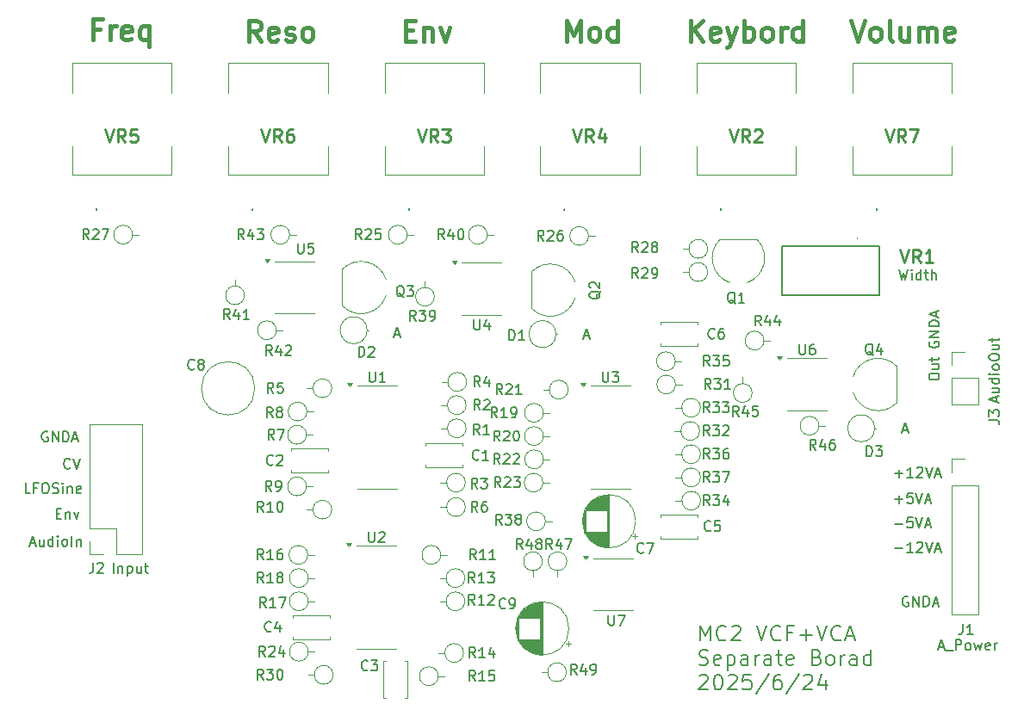
<source format=gto>
%TF.GenerationSoftware,KiCad,Pcbnew,8.0.8*%
%TF.CreationDate,2025-06-29T12:52:17+09:00*%
%TF.ProjectId,VCFSeparate,56434653-6570-4617-9261-74652e6b6963,rev?*%
%TF.SameCoordinates,Original*%
%TF.FileFunction,Legend,Top*%
%TF.FilePolarity,Positive*%
%FSLAX46Y46*%
G04 Gerber Fmt 4.6, Leading zero omitted, Abs format (unit mm)*
G04 Created by KiCad (PCBNEW 8.0.8) date 2025-06-29 12:52:17*
%MOMM*%
%LPD*%
G01*
G04 APERTURE LIST*
%ADD10C,0.200000*%
%ADD11C,0.400000*%
%ADD12C,0.150000*%
%ADD13C,0.254000*%
%ADD14C,0.120000*%
%ADD15C,0.100000*%
G04 APERTURE END LIST*
D10*
X57829054Y-76836504D02*
X58305244Y-76836504D01*
X57733816Y-77122219D02*
X58067149Y-76122219D01*
X58067149Y-76122219D02*
X58400482Y-77122219D01*
X59162387Y-76455552D02*
X59162387Y-77122219D01*
X58733816Y-76455552D02*
X58733816Y-76979361D01*
X58733816Y-76979361D02*
X58781435Y-77074600D01*
X58781435Y-77074600D02*
X58876673Y-77122219D01*
X58876673Y-77122219D02*
X59019530Y-77122219D01*
X59019530Y-77122219D02*
X59114768Y-77074600D01*
X59114768Y-77074600D02*
X59162387Y-77026980D01*
X60067149Y-77122219D02*
X60067149Y-76122219D01*
X60067149Y-77074600D02*
X59971911Y-77122219D01*
X59971911Y-77122219D02*
X59781435Y-77122219D01*
X59781435Y-77122219D02*
X59686197Y-77074600D01*
X59686197Y-77074600D02*
X59638578Y-77026980D01*
X59638578Y-77026980D02*
X59590959Y-76931742D01*
X59590959Y-76931742D02*
X59590959Y-76646028D01*
X59590959Y-76646028D02*
X59638578Y-76550790D01*
X59638578Y-76550790D02*
X59686197Y-76503171D01*
X59686197Y-76503171D02*
X59781435Y-76455552D01*
X59781435Y-76455552D02*
X59971911Y-76455552D01*
X59971911Y-76455552D02*
X60067149Y-76503171D01*
X60543340Y-77122219D02*
X60543340Y-76455552D01*
X60543340Y-76122219D02*
X60495721Y-76169838D01*
X60495721Y-76169838D02*
X60543340Y-76217457D01*
X60543340Y-76217457D02*
X60590959Y-76169838D01*
X60590959Y-76169838D02*
X60543340Y-76122219D01*
X60543340Y-76122219D02*
X60543340Y-76217457D01*
X61162387Y-77122219D02*
X61067149Y-77074600D01*
X61067149Y-77074600D02*
X61019530Y-77026980D01*
X61019530Y-77026980D02*
X60971911Y-76931742D01*
X60971911Y-76931742D02*
X60971911Y-76646028D01*
X60971911Y-76646028D02*
X61019530Y-76550790D01*
X61019530Y-76550790D02*
X61067149Y-76503171D01*
X61067149Y-76503171D02*
X61162387Y-76455552D01*
X61162387Y-76455552D02*
X61305244Y-76455552D01*
X61305244Y-76455552D02*
X61400482Y-76503171D01*
X61400482Y-76503171D02*
X61448101Y-76550790D01*
X61448101Y-76550790D02*
X61495720Y-76646028D01*
X61495720Y-76646028D02*
X61495720Y-76931742D01*
X61495720Y-76931742D02*
X61448101Y-77026980D01*
X61448101Y-77026980D02*
X61400482Y-77074600D01*
X61400482Y-77074600D02*
X61305244Y-77122219D01*
X61305244Y-77122219D02*
X61162387Y-77122219D01*
X61924292Y-77122219D02*
X61924292Y-76122219D01*
X62400482Y-76455552D02*
X62400482Y-77122219D01*
X62400482Y-76550790D02*
X62448101Y-76503171D01*
X62448101Y-76503171D02*
X62543339Y-76455552D01*
X62543339Y-76455552D02*
X62686196Y-76455552D01*
X62686196Y-76455552D02*
X62781434Y-76503171D01*
X62781434Y-76503171D02*
X62829053Y-76598409D01*
X62829053Y-76598409D02*
X62829053Y-77122219D01*
X61750101Y-69406980D02*
X61702482Y-69454600D01*
X61702482Y-69454600D02*
X61559625Y-69502219D01*
X61559625Y-69502219D02*
X61464387Y-69502219D01*
X61464387Y-69502219D02*
X61321530Y-69454600D01*
X61321530Y-69454600D02*
X61226292Y-69359361D01*
X61226292Y-69359361D02*
X61178673Y-69264123D01*
X61178673Y-69264123D02*
X61131054Y-69073647D01*
X61131054Y-69073647D02*
X61131054Y-68930790D01*
X61131054Y-68930790D02*
X61178673Y-68740314D01*
X61178673Y-68740314D02*
X61226292Y-68645076D01*
X61226292Y-68645076D02*
X61321530Y-68549838D01*
X61321530Y-68549838D02*
X61464387Y-68502219D01*
X61464387Y-68502219D02*
X61559625Y-68502219D01*
X61559625Y-68502219D02*
X61702482Y-68549838D01*
X61702482Y-68549838D02*
X61750101Y-68597457D01*
X62035816Y-68502219D02*
X62369149Y-69502219D01*
X62369149Y-69502219D02*
X62702482Y-68502219D01*
D11*
X110594347Y-27420438D02*
X110594347Y-25420438D01*
X110594347Y-25420438D02*
X111261014Y-26849009D01*
X111261014Y-26849009D02*
X111927680Y-25420438D01*
X111927680Y-25420438D02*
X111927680Y-27420438D01*
X113165775Y-27420438D02*
X112975299Y-27325200D01*
X112975299Y-27325200D02*
X112880061Y-27229961D01*
X112880061Y-27229961D02*
X112784823Y-27039485D01*
X112784823Y-27039485D02*
X112784823Y-26468057D01*
X112784823Y-26468057D02*
X112880061Y-26277580D01*
X112880061Y-26277580D02*
X112975299Y-26182342D01*
X112975299Y-26182342D02*
X113165775Y-26087104D01*
X113165775Y-26087104D02*
X113451490Y-26087104D01*
X113451490Y-26087104D02*
X113641966Y-26182342D01*
X113641966Y-26182342D02*
X113737204Y-26277580D01*
X113737204Y-26277580D02*
X113832442Y-26468057D01*
X113832442Y-26468057D02*
X113832442Y-27039485D01*
X113832442Y-27039485D02*
X113737204Y-27229961D01*
X113737204Y-27229961D02*
X113641966Y-27325200D01*
X113641966Y-27325200D02*
X113451490Y-27420438D01*
X113451490Y-27420438D02*
X113165775Y-27420438D01*
X115546728Y-27420438D02*
X115546728Y-25420438D01*
X115546728Y-27325200D02*
X115356252Y-27420438D01*
X115356252Y-27420438D02*
X114975299Y-27420438D01*
X114975299Y-27420438D02*
X114784823Y-27325200D01*
X114784823Y-27325200D02*
X114689585Y-27229961D01*
X114689585Y-27229961D02*
X114594347Y-27039485D01*
X114594347Y-27039485D02*
X114594347Y-26468057D01*
X114594347Y-26468057D02*
X114689585Y-26277580D01*
X114689585Y-26277580D02*
X114784823Y-26182342D01*
X114784823Y-26182342D02*
X114975299Y-26087104D01*
X114975299Y-26087104D02*
X115356252Y-26087104D01*
X115356252Y-26087104D02*
X115546728Y-26182342D01*
D12*
X147153666Y-87037104D02*
X147629856Y-87037104D01*
X147058428Y-87322819D02*
X147391761Y-86322819D01*
X147391761Y-86322819D02*
X147725094Y-87322819D01*
X147820333Y-87418057D02*
X148582237Y-87418057D01*
X148820333Y-87322819D02*
X148820333Y-86322819D01*
X148820333Y-86322819D02*
X149201285Y-86322819D01*
X149201285Y-86322819D02*
X149296523Y-86370438D01*
X149296523Y-86370438D02*
X149344142Y-86418057D01*
X149344142Y-86418057D02*
X149391761Y-86513295D01*
X149391761Y-86513295D02*
X149391761Y-86656152D01*
X149391761Y-86656152D02*
X149344142Y-86751390D01*
X149344142Y-86751390D02*
X149296523Y-86799009D01*
X149296523Y-86799009D02*
X149201285Y-86846628D01*
X149201285Y-86846628D02*
X148820333Y-86846628D01*
X149963190Y-87322819D02*
X149867952Y-87275200D01*
X149867952Y-87275200D02*
X149820333Y-87227580D01*
X149820333Y-87227580D02*
X149772714Y-87132342D01*
X149772714Y-87132342D02*
X149772714Y-86846628D01*
X149772714Y-86846628D02*
X149820333Y-86751390D01*
X149820333Y-86751390D02*
X149867952Y-86703771D01*
X149867952Y-86703771D02*
X149963190Y-86656152D01*
X149963190Y-86656152D02*
X150106047Y-86656152D01*
X150106047Y-86656152D02*
X150201285Y-86703771D01*
X150201285Y-86703771D02*
X150248904Y-86751390D01*
X150248904Y-86751390D02*
X150296523Y-86846628D01*
X150296523Y-86846628D02*
X150296523Y-87132342D01*
X150296523Y-87132342D02*
X150248904Y-87227580D01*
X150248904Y-87227580D02*
X150201285Y-87275200D01*
X150201285Y-87275200D02*
X150106047Y-87322819D01*
X150106047Y-87322819D02*
X149963190Y-87322819D01*
X150629857Y-86656152D02*
X150820333Y-87322819D01*
X150820333Y-87322819D02*
X151010809Y-86846628D01*
X151010809Y-86846628D02*
X151201285Y-87322819D01*
X151201285Y-87322819D02*
X151391761Y-86656152D01*
X152153666Y-87275200D02*
X152058428Y-87322819D01*
X152058428Y-87322819D02*
X151867952Y-87322819D01*
X151867952Y-87322819D02*
X151772714Y-87275200D01*
X151772714Y-87275200D02*
X151725095Y-87179961D01*
X151725095Y-87179961D02*
X151725095Y-86799009D01*
X151725095Y-86799009D02*
X151772714Y-86703771D01*
X151772714Y-86703771D02*
X151867952Y-86656152D01*
X151867952Y-86656152D02*
X152058428Y-86656152D01*
X152058428Y-86656152D02*
X152153666Y-86703771D01*
X152153666Y-86703771D02*
X152201285Y-86799009D01*
X152201285Y-86799009D02*
X152201285Y-86894247D01*
X152201285Y-86894247D02*
X151725095Y-86989485D01*
X152629857Y-87322819D02*
X152629857Y-86656152D01*
X152629857Y-86846628D02*
X152677476Y-86751390D01*
X152677476Y-86751390D02*
X152725095Y-86703771D01*
X152725095Y-86703771D02*
X152820333Y-86656152D01*
X152820333Y-86656152D02*
X152915571Y-86656152D01*
D10*
X142863673Y-69971266D02*
X143625578Y-69971266D01*
X143244625Y-70352219D02*
X143244625Y-69590314D01*
X144625577Y-70352219D02*
X144054149Y-70352219D01*
X144339863Y-70352219D02*
X144339863Y-69352219D01*
X144339863Y-69352219D02*
X144244625Y-69495076D01*
X144244625Y-69495076D02*
X144149387Y-69590314D01*
X144149387Y-69590314D02*
X144054149Y-69637933D01*
X145006530Y-69447457D02*
X145054149Y-69399838D01*
X145054149Y-69399838D02*
X145149387Y-69352219D01*
X145149387Y-69352219D02*
X145387482Y-69352219D01*
X145387482Y-69352219D02*
X145482720Y-69399838D01*
X145482720Y-69399838D02*
X145530339Y-69447457D01*
X145530339Y-69447457D02*
X145577958Y-69542695D01*
X145577958Y-69542695D02*
X145577958Y-69637933D01*
X145577958Y-69637933D02*
X145530339Y-69780790D01*
X145530339Y-69780790D02*
X144958911Y-70352219D01*
X144958911Y-70352219D02*
X145577958Y-70352219D01*
X145863673Y-69352219D02*
X146197006Y-70352219D01*
X146197006Y-70352219D02*
X146530339Y-69352219D01*
X146816054Y-70066504D02*
X147292244Y-70066504D01*
X146720816Y-70352219D02*
X147054149Y-69352219D01*
X147054149Y-69352219D02*
X147387482Y-70352219D01*
X57844863Y-71915219D02*
X57368673Y-71915219D01*
X57368673Y-71915219D02*
X57368673Y-70915219D01*
X58511530Y-71391409D02*
X58178197Y-71391409D01*
X58178197Y-71915219D02*
X58178197Y-70915219D01*
X58178197Y-70915219D02*
X58654387Y-70915219D01*
X59225816Y-70915219D02*
X59416292Y-70915219D01*
X59416292Y-70915219D02*
X59511530Y-70962838D01*
X59511530Y-70962838D02*
X59606768Y-71058076D01*
X59606768Y-71058076D02*
X59654387Y-71248552D01*
X59654387Y-71248552D02*
X59654387Y-71581885D01*
X59654387Y-71581885D02*
X59606768Y-71772361D01*
X59606768Y-71772361D02*
X59511530Y-71867600D01*
X59511530Y-71867600D02*
X59416292Y-71915219D01*
X59416292Y-71915219D02*
X59225816Y-71915219D01*
X59225816Y-71915219D02*
X59130578Y-71867600D01*
X59130578Y-71867600D02*
X59035340Y-71772361D01*
X59035340Y-71772361D02*
X58987721Y-71581885D01*
X58987721Y-71581885D02*
X58987721Y-71248552D01*
X58987721Y-71248552D02*
X59035340Y-71058076D01*
X59035340Y-71058076D02*
X59130578Y-70962838D01*
X59130578Y-70962838D02*
X59225816Y-70915219D01*
X60035340Y-71867600D02*
X60178197Y-71915219D01*
X60178197Y-71915219D02*
X60416292Y-71915219D01*
X60416292Y-71915219D02*
X60511530Y-71867600D01*
X60511530Y-71867600D02*
X60559149Y-71819980D01*
X60559149Y-71819980D02*
X60606768Y-71724742D01*
X60606768Y-71724742D02*
X60606768Y-71629504D01*
X60606768Y-71629504D02*
X60559149Y-71534266D01*
X60559149Y-71534266D02*
X60511530Y-71486647D01*
X60511530Y-71486647D02*
X60416292Y-71439028D01*
X60416292Y-71439028D02*
X60225816Y-71391409D01*
X60225816Y-71391409D02*
X60130578Y-71343790D01*
X60130578Y-71343790D02*
X60082959Y-71296171D01*
X60082959Y-71296171D02*
X60035340Y-71200933D01*
X60035340Y-71200933D02*
X60035340Y-71105695D01*
X60035340Y-71105695D02*
X60082959Y-71010457D01*
X60082959Y-71010457D02*
X60130578Y-70962838D01*
X60130578Y-70962838D02*
X60225816Y-70915219D01*
X60225816Y-70915219D02*
X60463911Y-70915219D01*
X60463911Y-70915219D02*
X60606768Y-70962838D01*
X61035340Y-71915219D02*
X61035340Y-71248552D01*
X61035340Y-70915219D02*
X60987721Y-70962838D01*
X60987721Y-70962838D02*
X61035340Y-71010457D01*
X61035340Y-71010457D02*
X61082959Y-70962838D01*
X61082959Y-70962838D02*
X61035340Y-70915219D01*
X61035340Y-70915219D02*
X61035340Y-71010457D01*
X61511530Y-71248552D02*
X61511530Y-71915219D01*
X61511530Y-71343790D02*
X61559149Y-71296171D01*
X61559149Y-71296171D02*
X61654387Y-71248552D01*
X61654387Y-71248552D02*
X61797244Y-71248552D01*
X61797244Y-71248552D02*
X61892482Y-71296171D01*
X61892482Y-71296171D02*
X61940101Y-71391409D01*
X61940101Y-71391409D02*
X61940101Y-71915219D01*
X62797244Y-71867600D02*
X62702006Y-71915219D01*
X62702006Y-71915219D02*
X62511530Y-71915219D01*
X62511530Y-71915219D02*
X62416292Y-71867600D01*
X62416292Y-71867600D02*
X62368673Y-71772361D01*
X62368673Y-71772361D02*
X62368673Y-71391409D01*
X62368673Y-71391409D02*
X62416292Y-71296171D01*
X62416292Y-71296171D02*
X62511530Y-71248552D01*
X62511530Y-71248552D02*
X62702006Y-71248552D01*
X62702006Y-71248552D02*
X62797244Y-71296171D01*
X62797244Y-71296171D02*
X62844863Y-71391409D01*
X62844863Y-71391409D02*
X62844863Y-71486647D01*
X62844863Y-71486647D02*
X62368673Y-71581885D01*
D11*
X80495204Y-27420438D02*
X79828537Y-26468057D01*
X79352347Y-27420438D02*
X79352347Y-25420438D01*
X79352347Y-25420438D02*
X80114252Y-25420438D01*
X80114252Y-25420438D02*
X80304728Y-25515676D01*
X80304728Y-25515676D02*
X80399966Y-25610914D01*
X80399966Y-25610914D02*
X80495204Y-25801390D01*
X80495204Y-25801390D02*
X80495204Y-26087104D01*
X80495204Y-26087104D02*
X80399966Y-26277580D01*
X80399966Y-26277580D02*
X80304728Y-26372819D01*
X80304728Y-26372819D02*
X80114252Y-26468057D01*
X80114252Y-26468057D02*
X79352347Y-26468057D01*
X82114252Y-27325200D02*
X81923776Y-27420438D01*
X81923776Y-27420438D02*
X81542823Y-27420438D01*
X81542823Y-27420438D02*
X81352347Y-27325200D01*
X81352347Y-27325200D02*
X81257109Y-27134723D01*
X81257109Y-27134723D02*
X81257109Y-26372819D01*
X81257109Y-26372819D02*
X81352347Y-26182342D01*
X81352347Y-26182342D02*
X81542823Y-26087104D01*
X81542823Y-26087104D02*
X81923776Y-26087104D01*
X81923776Y-26087104D02*
X82114252Y-26182342D01*
X82114252Y-26182342D02*
X82209490Y-26372819D01*
X82209490Y-26372819D02*
X82209490Y-26563295D01*
X82209490Y-26563295D02*
X81257109Y-26753771D01*
X82971395Y-27325200D02*
X83161871Y-27420438D01*
X83161871Y-27420438D02*
X83542823Y-27420438D01*
X83542823Y-27420438D02*
X83733300Y-27325200D01*
X83733300Y-27325200D02*
X83828538Y-27134723D01*
X83828538Y-27134723D02*
X83828538Y-27039485D01*
X83828538Y-27039485D02*
X83733300Y-26849009D01*
X83733300Y-26849009D02*
X83542823Y-26753771D01*
X83542823Y-26753771D02*
X83257109Y-26753771D01*
X83257109Y-26753771D02*
X83066633Y-26658533D01*
X83066633Y-26658533D02*
X82971395Y-26468057D01*
X82971395Y-26468057D02*
X82971395Y-26372819D01*
X82971395Y-26372819D02*
X83066633Y-26182342D01*
X83066633Y-26182342D02*
X83257109Y-26087104D01*
X83257109Y-26087104D02*
X83542823Y-26087104D01*
X83542823Y-26087104D02*
X83733300Y-26182342D01*
X84971395Y-27420438D02*
X84780919Y-27325200D01*
X84780919Y-27325200D02*
X84685681Y-27229961D01*
X84685681Y-27229961D02*
X84590443Y-27039485D01*
X84590443Y-27039485D02*
X84590443Y-26468057D01*
X84590443Y-26468057D02*
X84685681Y-26277580D01*
X84685681Y-26277580D02*
X84780919Y-26182342D01*
X84780919Y-26182342D02*
X84971395Y-26087104D01*
X84971395Y-26087104D02*
X85257110Y-26087104D01*
X85257110Y-26087104D02*
X85447586Y-26182342D01*
X85447586Y-26182342D02*
X85542824Y-26277580D01*
X85542824Y-26277580D02*
X85638062Y-26468057D01*
X85638062Y-26468057D02*
X85638062Y-27039485D01*
X85638062Y-27039485D02*
X85542824Y-27229961D01*
X85542824Y-27229961D02*
X85447586Y-27325200D01*
X85447586Y-27325200D02*
X85257110Y-27420438D01*
X85257110Y-27420438D02*
X84971395Y-27420438D01*
D10*
X146187219Y-60531850D02*
X146187219Y-60341374D01*
X146187219Y-60341374D02*
X146234838Y-60246136D01*
X146234838Y-60246136D02*
X146330076Y-60150898D01*
X146330076Y-60150898D02*
X146520552Y-60103279D01*
X146520552Y-60103279D02*
X146853885Y-60103279D01*
X146853885Y-60103279D02*
X147044361Y-60150898D01*
X147044361Y-60150898D02*
X147139600Y-60246136D01*
X147139600Y-60246136D02*
X147187219Y-60341374D01*
X147187219Y-60341374D02*
X147187219Y-60531850D01*
X147187219Y-60531850D02*
X147139600Y-60627088D01*
X147139600Y-60627088D02*
X147044361Y-60722326D01*
X147044361Y-60722326D02*
X146853885Y-60769945D01*
X146853885Y-60769945D02*
X146520552Y-60769945D01*
X146520552Y-60769945D02*
X146330076Y-60722326D01*
X146330076Y-60722326D02*
X146234838Y-60627088D01*
X146234838Y-60627088D02*
X146187219Y-60531850D01*
X146520552Y-59246136D02*
X147187219Y-59246136D01*
X146520552Y-59674707D02*
X147044361Y-59674707D01*
X147044361Y-59674707D02*
X147139600Y-59627088D01*
X147139600Y-59627088D02*
X147187219Y-59531850D01*
X147187219Y-59531850D02*
X147187219Y-59388993D01*
X147187219Y-59388993D02*
X147139600Y-59293755D01*
X147139600Y-59293755D02*
X147091980Y-59246136D01*
X146520552Y-58912802D02*
X146520552Y-58531850D01*
X146187219Y-58769945D02*
X147044361Y-58769945D01*
X147044361Y-58769945D02*
X147139600Y-58722326D01*
X147139600Y-58722326D02*
X147187219Y-58627088D01*
X147187219Y-58627088D02*
X147187219Y-58531850D01*
D11*
X64652014Y-26245819D02*
X63985347Y-26245819D01*
X63985347Y-27293438D02*
X63985347Y-25293438D01*
X63985347Y-25293438D02*
X64937728Y-25293438D01*
X65699633Y-27293438D02*
X65699633Y-25960104D01*
X65699633Y-26341057D02*
X65794871Y-26150580D01*
X65794871Y-26150580D02*
X65890109Y-26055342D01*
X65890109Y-26055342D02*
X66080585Y-25960104D01*
X66080585Y-25960104D02*
X66271062Y-25960104D01*
X67699633Y-27198200D02*
X67509157Y-27293438D01*
X67509157Y-27293438D02*
X67128204Y-27293438D01*
X67128204Y-27293438D02*
X66937728Y-27198200D01*
X66937728Y-27198200D02*
X66842490Y-27007723D01*
X66842490Y-27007723D02*
X66842490Y-26245819D01*
X66842490Y-26245819D02*
X66937728Y-26055342D01*
X66937728Y-26055342D02*
X67128204Y-25960104D01*
X67128204Y-25960104D02*
X67509157Y-25960104D01*
X67509157Y-25960104D02*
X67699633Y-26055342D01*
X67699633Y-26055342D02*
X67794871Y-26245819D01*
X67794871Y-26245819D02*
X67794871Y-26436295D01*
X67794871Y-26436295D02*
X66842490Y-26626771D01*
X69509157Y-25960104D02*
X69509157Y-27960104D01*
X69509157Y-27198200D02*
X69318681Y-27293438D01*
X69318681Y-27293438D02*
X68937728Y-27293438D01*
X68937728Y-27293438D02*
X68747252Y-27198200D01*
X68747252Y-27198200D02*
X68652014Y-27102961D01*
X68652014Y-27102961D02*
X68556776Y-26912485D01*
X68556776Y-26912485D02*
X68556776Y-26341057D01*
X68556776Y-26341057D02*
X68652014Y-26150580D01*
X68652014Y-26150580D02*
X68747252Y-26055342D01*
X68747252Y-26055342D02*
X68937728Y-25960104D01*
X68937728Y-25960104D02*
X69318681Y-25960104D01*
X69318681Y-25960104D02*
X69509157Y-26055342D01*
D10*
X144149482Y-82099838D02*
X144054244Y-82052219D01*
X144054244Y-82052219D02*
X143911387Y-82052219D01*
X143911387Y-82052219D02*
X143768530Y-82099838D01*
X143768530Y-82099838D02*
X143673292Y-82195076D01*
X143673292Y-82195076D02*
X143625673Y-82290314D01*
X143625673Y-82290314D02*
X143578054Y-82480790D01*
X143578054Y-82480790D02*
X143578054Y-82623647D01*
X143578054Y-82623647D02*
X143625673Y-82814123D01*
X143625673Y-82814123D02*
X143673292Y-82909361D01*
X143673292Y-82909361D02*
X143768530Y-83004600D01*
X143768530Y-83004600D02*
X143911387Y-83052219D01*
X143911387Y-83052219D02*
X144006625Y-83052219D01*
X144006625Y-83052219D02*
X144149482Y-83004600D01*
X144149482Y-83004600D02*
X144197101Y-82956980D01*
X144197101Y-82956980D02*
X144197101Y-82623647D01*
X144197101Y-82623647D02*
X144006625Y-82623647D01*
X144625673Y-83052219D02*
X144625673Y-82052219D01*
X144625673Y-82052219D02*
X145197101Y-83052219D01*
X145197101Y-83052219D02*
X145197101Y-82052219D01*
X145673292Y-83052219D02*
X145673292Y-82052219D01*
X145673292Y-82052219D02*
X145911387Y-82052219D01*
X145911387Y-82052219D02*
X146054244Y-82099838D01*
X146054244Y-82099838D02*
X146149482Y-82195076D01*
X146149482Y-82195076D02*
X146197101Y-82290314D01*
X146197101Y-82290314D02*
X146244720Y-82480790D01*
X146244720Y-82480790D02*
X146244720Y-82623647D01*
X146244720Y-82623647D02*
X146197101Y-82814123D01*
X146197101Y-82814123D02*
X146149482Y-82909361D01*
X146149482Y-82909361D02*
X146054244Y-83004600D01*
X146054244Y-83004600D02*
X145911387Y-83052219D01*
X145911387Y-83052219D02*
X145673292Y-83052219D01*
X146625673Y-82766504D02*
X147101863Y-82766504D01*
X146530435Y-83052219D02*
X146863768Y-82052219D01*
X146863768Y-82052219D02*
X147197101Y-83052219D01*
X59543482Y-65882838D02*
X59448244Y-65835219D01*
X59448244Y-65835219D02*
X59305387Y-65835219D01*
X59305387Y-65835219D02*
X59162530Y-65882838D01*
X59162530Y-65882838D02*
X59067292Y-65978076D01*
X59067292Y-65978076D02*
X59019673Y-66073314D01*
X59019673Y-66073314D02*
X58972054Y-66263790D01*
X58972054Y-66263790D02*
X58972054Y-66406647D01*
X58972054Y-66406647D02*
X59019673Y-66597123D01*
X59019673Y-66597123D02*
X59067292Y-66692361D01*
X59067292Y-66692361D02*
X59162530Y-66787600D01*
X59162530Y-66787600D02*
X59305387Y-66835219D01*
X59305387Y-66835219D02*
X59400625Y-66835219D01*
X59400625Y-66835219D02*
X59543482Y-66787600D01*
X59543482Y-66787600D02*
X59591101Y-66739980D01*
X59591101Y-66739980D02*
X59591101Y-66406647D01*
X59591101Y-66406647D02*
X59400625Y-66406647D01*
X60019673Y-66835219D02*
X60019673Y-65835219D01*
X60019673Y-65835219D02*
X60591101Y-66835219D01*
X60591101Y-66835219D02*
X60591101Y-65835219D01*
X61067292Y-66835219D02*
X61067292Y-65835219D01*
X61067292Y-65835219D02*
X61305387Y-65835219D01*
X61305387Y-65835219D02*
X61448244Y-65882838D01*
X61448244Y-65882838D02*
X61543482Y-65978076D01*
X61543482Y-65978076D02*
X61591101Y-66073314D01*
X61591101Y-66073314D02*
X61638720Y-66263790D01*
X61638720Y-66263790D02*
X61638720Y-66406647D01*
X61638720Y-66406647D02*
X61591101Y-66597123D01*
X61591101Y-66597123D02*
X61543482Y-66692361D01*
X61543482Y-66692361D02*
X61448244Y-66787600D01*
X61448244Y-66787600D02*
X61305387Y-66835219D01*
X61305387Y-66835219D02*
X61067292Y-66835219D01*
X62019673Y-66549504D02*
X62495863Y-66549504D01*
X61924435Y-66835219D02*
X62257768Y-65835219D01*
X62257768Y-65835219D02*
X62591101Y-66835219D01*
D11*
X122786347Y-27420438D02*
X122786347Y-25420438D01*
X123929204Y-27420438D02*
X123072061Y-26277580D01*
X123929204Y-25420438D02*
X122786347Y-26563295D01*
X125548252Y-27325200D02*
X125357776Y-27420438D01*
X125357776Y-27420438D02*
X124976823Y-27420438D01*
X124976823Y-27420438D02*
X124786347Y-27325200D01*
X124786347Y-27325200D02*
X124691109Y-27134723D01*
X124691109Y-27134723D02*
X124691109Y-26372819D01*
X124691109Y-26372819D02*
X124786347Y-26182342D01*
X124786347Y-26182342D02*
X124976823Y-26087104D01*
X124976823Y-26087104D02*
X125357776Y-26087104D01*
X125357776Y-26087104D02*
X125548252Y-26182342D01*
X125548252Y-26182342D02*
X125643490Y-26372819D01*
X125643490Y-26372819D02*
X125643490Y-26563295D01*
X125643490Y-26563295D02*
X124691109Y-26753771D01*
X126310157Y-26087104D02*
X126786347Y-27420438D01*
X127262538Y-26087104D02*
X126786347Y-27420438D01*
X126786347Y-27420438D02*
X126595871Y-27896628D01*
X126595871Y-27896628D02*
X126500633Y-27991866D01*
X126500633Y-27991866D02*
X126310157Y-28087104D01*
X128024443Y-27420438D02*
X128024443Y-25420438D01*
X128024443Y-26182342D02*
X128214919Y-26087104D01*
X128214919Y-26087104D02*
X128595872Y-26087104D01*
X128595872Y-26087104D02*
X128786348Y-26182342D01*
X128786348Y-26182342D02*
X128881586Y-26277580D01*
X128881586Y-26277580D02*
X128976824Y-26468057D01*
X128976824Y-26468057D02*
X128976824Y-27039485D01*
X128976824Y-27039485D02*
X128881586Y-27229961D01*
X128881586Y-27229961D02*
X128786348Y-27325200D01*
X128786348Y-27325200D02*
X128595872Y-27420438D01*
X128595872Y-27420438D02*
X128214919Y-27420438D01*
X128214919Y-27420438D02*
X128024443Y-27325200D01*
X130119681Y-27420438D02*
X129929205Y-27325200D01*
X129929205Y-27325200D02*
X129833967Y-27229961D01*
X129833967Y-27229961D02*
X129738729Y-27039485D01*
X129738729Y-27039485D02*
X129738729Y-26468057D01*
X129738729Y-26468057D02*
X129833967Y-26277580D01*
X129833967Y-26277580D02*
X129929205Y-26182342D01*
X129929205Y-26182342D02*
X130119681Y-26087104D01*
X130119681Y-26087104D02*
X130405396Y-26087104D01*
X130405396Y-26087104D02*
X130595872Y-26182342D01*
X130595872Y-26182342D02*
X130691110Y-26277580D01*
X130691110Y-26277580D02*
X130786348Y-26468057D01*
X130786348Y-26468057D02*
X130786348Y-27039485D01*
X130786348Y-27039485D02*
X130691110Y-27229961D01*
X130691110Y-27229961D02*
X130595872Y-27325200D01*
X130595872Y-27325200D02*
X130405396Y-27420438D01*
X130405396Y-27420438D02*
X130119681Y-27420438D01*
X131643491Y-27420438D02*
X131643491Y-26087104D01*
X131643491Y-26468057D02*
X131738729Y-26277580D01*
X131738729Y-26277580D02*
X131833967Y-26182342D01*
X131833967Y-26182342D02*
X132024443Y-26087104D01*
X132024443Y-26087104D02*
X132214920Y-26087104D01*
X133738729Y-27420438D02*
X133738729Y-25420438D01*
X133738729Y-27325200D02*
X133548253Y-27420438D01*
X133548253Y-27420438D02*
X133167300Y-27420438D01*
X133167300Y-27420438D02*
X132976824Y-27325200D01*
X132976824Y-27325200D02*
X132881586Y-27229961D01*
X132881586Y-27229961D02*
X132786348Y-27039485D01*
X132786348Y-27039485D02*
X132786348Y-26468057D01*
X132786348Y-26468057D02*
X132881586Y-26277580D01*
X132881586Y-26277580D02*
X132976824Y-26182342D01*
X132976824Y-26182342D02*
X133167300Y-26087104D01*
X133167300Y-26087104D02*
X133548253Y-26087104D01*
X133548253Y-26087104D02*
X133738729Y-26182342D01*
D12*
X152823104Y-62912237D02*
X152823104Y-62436047D01*
X153108819Y-63007475D02*
X152108819Y-62674142D01*
X152108819Y-62674142D02*
X153108819Y-62340809D01*
X152442152Y-61578904D02*
X153108819Y-61578904D01*
X152442152Y-62007475D02*
X152965961Y-62007475D01*
X152965961Y-62007475D02*
X153061200Y-61959856D01*
X153061200Y-61959856D02*
X153108819Y-61864618D01*
X153108819Y-61864618D02*
X153108819Y-61721761D01*
X153108819Y-61721761D02*
X153061200Y-61626523D01*
X153061200Y-61626523D02*
X153013580Y-61578904D01*
X153108819Y-60674142D02*
X152108819Y-60674142D01*
X153061200Y-60674142D02*
X153108819Y-60769380D01*
X153108819Y-60769380D02*
X153108819Y-60959856D01*
X153108819Y-60959856D02*
X153061200Y-61055094D01*
X153061200Y-61055094D02*
X153013580Y-61102713D01*
X153013580Y-61102713D02*
X152918342Y-61150332D01*
X152918342Y-61150332D02*
X152632628Y-61150332D01*
X152632628Y-61150332D02*
X152537390Y-61102713D01*
X152537390Y-61102713D02*
X152489771Y-61055094D01*
X152489771Y-61055094D02*
X152442152Y-60959856D01*
X152442152Y-60959856D02*
X152442152Y-60769380D01*
X152442152Y-60769380D02*
X152489771Y-60674142D01*
X153108819Y-60197951D02*
X152442152Y-60197951D01*
X152108819Y-60197951D02*
X152156438Y-60245570D01*
X152156438Y-60245570D02*
X152204057Y-60197951D01*
X152204057Y-60197951D02*
X152156438Y-60150332D01*
X152156438Y-60150332D02*
X152108819Y-60197951D01*
X152108819Y-60197951D02*
X152204057Y-60197951D01*
X153108819Y-59578904D02*
X153061200Y-59674142D01*
X153061200Y-59674142D02*
X153013580Y-59721761D01*
X153013580Y-59721761D02*
X152918342Y-59769380D01*
X152918342Y-59769380D02*
X152632628Y-59769380D01*
X152632628Y-59769380D02*
X152537390Y-59721761D01*
X152537390Y-59721761D02*
X152489771Y-59674142D01*
X152489771Y-59674142D02*
X152442152Y-59578904D01*
X152442152Y-59578904D02*
X152442152Y-59436047D01*
X152442152Y-59436047D02*
X152489771Y-59340809D01*
X152489771Y-59340809D02*
X152537390Y-59293190D01*
X152537390Y-59293190D02*
X152632628Y-59245571D01*
X152632628Y-59245571D02*
X152918342Y-59245571D01*
X152918342Y-59245571D02*
X153013580Y-59293190D01*
X153013580Y-59293190D02*
X153061200Y-59340809D01*
X153061200Y-59340809D02*
X153108819Y-59436047D01*
X153108819Y-59436047D02*
X153108819Y-59578904D01*
X152108819Y-58626523D02*
X152108819Y-58436047D01*
X152108819Y-58436047D02*
X152156438Y-58340809D01*
X152156438Y-58340809D02*
X152251676Y-58245571D01*
X152251676Y-58245571D02*
X152442152Y-58197952D01*
X152442152Y-58197952D02*
X152775485Y-58197952D01*
X152775485Y-58197952D02*
X152965961Y-58245571D01*
X152965961Y-58245571D02*
X153061200Y-58340809D01*
X153061200Y-58340809D02*
X153108819Y-58436047D01*
X153108819Y-58436047D02*
X153108819Y-58626523D01*
X153108819Y-58626523D02*
X153061200Y-58721761D01*
X153061200Y-58721761D02*
X152965961Y-58816999D01*
X152965961Y-58816999D02*
X152775485Y-58864618D01*
X152775485Y-58864618D02*
X152442152Y-58864618D01*
X152442152Y-58864618D02*
X152251676Y-58816999D01*
X152251676Y-58816999D02*
X152156438Y-58721761D01*
X152156438Y-58721761D02*
X152108819Y-58626523D01*
X152442152Y-57340809D02*
X153108819Y-57340809D01*
X152442152Y-57769380D02*
X152965961Y-57769380D01*
X152965961Y-57769380D02*
X153061200Y-57721761D01*
X153061200Y-57721761D02*
X153108819Y-57626523D01*
X153108819Y-57626523D02*
X153108819Y-57483666D01*
X153108819Y-57483666D02*
X153061200Y-57388428D01*
X153061200Y-57388428D02*
X153013580Y-57340809D01*
X152442152Y-57007475D02*
X152442152Y-56626523D01*
X152108819Y-56864618D02*
X152965961Y-56864618D01*
X152965961Y-56864618D02*
X153061200Y-56816999D01*
X153061200Y-56816999D02*
X153108819Y-56721761D01*
X153108819Y-56721761D02*
X153108819Y-56626523D01*
D10*
X146234838Y-57023517D02*
X146187219Y-57118755D01*
X146187219Y-57118755D02*
X146187219Y-57261612D01*
X146187219Y-57261612D02*
X146234838Y-57404469D01*
X146234838Y-57404469D02*
X146330076Y-57499707D01*
X146330076Y-57499707D02*
X146425314Y-57547326D01*
X146425314Y-57547326D02*
X146615790Y-57594945D01*
X146615790Y-57594945D02*
X146758647Y-57594945D01*
X146758647Y-57594945D02*
X146949123Y-57547326D01*
X146949123Y-57547326D02*
X147044361Y-57499707D01*
X147044361Y-57499707D02*
X147139600Y-57404469D01*
X147139600Y-57404469D02*
X147187219Y-57261612D01*
X147187219Y-57261612D02*
X147187219Y-57166374D01*
X147187219Y-57166374D02*
X147139600Y-57023517D01*
X147139600Y-57023517D02*
X147091980Y-56975898D01*
X147091980Y-56975898D02*
X146758647Y-56975898D01*
X146758647Y-56975898D02*
X146758647Y-57166374D01*
X147187219Y-56547326D02*
X146187219Y-56547326D01*
X146187219Y-56547326D02*
X147187219Y-55975898D01*
X147187219Y-55975898D02*
X146187219Y-55975898D01*
X147187219Y-55499707D02*
X146187219Y-55499707D01*
X146187219Y-55499707D02*
X146187219Y-55261612D01*
X146187219Y-55261612D02*
X146234838Y-55118755D01*
X146234838Y-55118755D02*
X146330076Y-55023517D01*
X146330076Y-55023517D02*
X146425314Y-54975898D01*
X146425314Y-54975898D02*
X146615790Y-54928279D01*
X146615790Y-54928279D02*
X146758647Y-54928279D01*
X146758647Y-54928279D02*
X146949123Y-54975898D01*
X146949123Y-54975898D02*
X147044361Y-55023517D01*
X147044361Y-55023517D02*
X147139600Y-55118755D01*
X147139600Y-55118755D02*
X147187219Y-55261612D01*
X147187219Y-55261612D02*
X147187219Y-55499707D01*
X146901504Y-54547326D02*
X146901504Y-54071136D01*
X147187219Y-54642564D02*
X146187219Y-54309231D01*
X146187219Y-54309231D02*
X147187219Y-53975898D01*
X60416673Y-73931409D02*
X60750006Y-73931409D01*
X60892863Y-74455219D02*
X60416673Y-74455219D01*
X60416673Y-74455219D02*
X60416673Y-73455219D01*
X60416673Y-73455219D02*
X60892863Y-73455219D01*
X61321435Y-73788552D02*
X61321435Y-74455219D01*
X61321435Y-73883790D02*
X61369054Y-73836171D01*
X61369054Y-73836171D02*
X61464292Y-73788552D01*
X61464292Y-73788552D02*
X61607149Y-73788552D01*
X61607149Y-73788552D02*
X61702387Y-73836171D01*
X61702387Y-73836171D02*
X61750006Y-73931409D01*
X61750006Y-73931409D02*
X61750006Y-74455219D01*
X62130959Y-73788552D02*
X62369054Y-74455219D01*
X62369054Y-74455219D02*
X62607149Y-73788552D01*
X123678720Y-86416196D02*
X123678720Y-84916196D01*
X123678720Y-84916196D02*
X124178720Y-85987625D01*
X124178720Y-85987625D02*
X124678720Y-84916196D01*
X124678720Y-84916196D02*
X124678720Y-86416196D01*
X126250149Y-86273339D02*
X126178721Y-86344768D01*
X126178721Y-86344768D02*
X125964435Y-86416196D01*
X125964435Y-86416196D02*
X125821578Y-86416196D01*
X125821578Y-86416196D02*
X125607292Y-86344768D01*
X125607292Y-86344768D02*
X125464435Y-86201910D01*
X125464435Y-86201910D02*
X125393006Y-86059053D01*
X125393006Y-86059053D02*
X125321578Y-85773339D01*
X125321578Y-85773339D02*
X125321578Y-85559053D01*
X125321578Y-85559053D02*
X125393006Y-85273339D01*
X125393006Y-85273339D02*
X125464435Y-85130482D01*
X125464435Y-85130482D02*
X125607292Y-84987625D01*
X125607292Y-84987625D02*
X125821578Y-84916196D01*
X125821578Y-84916196D02*
X125964435Y-84916196D01*
X125964435Y-84916196D02*
X126178721Y-84987625D01*
X126178721Y-84987625D02*
X126250149Y-85059053D01*
X126821578Y-85059053D02*
X126893006Y-84987625D01*
X126893006Y-84987625D02*
X127035864Y-84916196D01*
X127035864Y-84916196D02*
X127393006Y-84916196D01*
X127393006Y-84916196D02*
X127535864Y-84987625D01*
X127535864Y-84987625D02*
X127607292Y-85059053D01*
X127607292Y-85059053D02*
X127678721Y-85201910D01*
X127678721Y-85201910D02*
X127678721Y-85344768D01*
X127678721Y-85344768D02*
X127607292Y-85559053D01*
X127607292Y-85559053D02*
X126750149Y-86416196D01*
X126750149Y-86416196D02*
X127678721Y-86416196D01*
X129250149Y-84916196D02*
X129750149Y-86416196D01*
X129750149Y-86416196D02*
X130250149Y-84916196D01*
X131607291Y-86273339D02*
X131535863Y-86344768D01*
X131535863Y-86344768D02*
X131321577Y-86416196D01*
X131321577Y-86416196D02*
X131178720Y-86416196D01*
X131178720Y-86416196D02*
X130964434Y-86344768D01*
X130964434Y-86344768D02*
X130821577Y-86201910D01*
X130821577Y-86201910D02*
X130750148Y-86059053D01*
X130750148Y-86059053D02*
X130678720Y-85773339D01*
X130678720Y-85773339D02*
X130678720Y-85559053D01*
X130678720Y-85559053D02*
X130750148Y-85273339D01*
X130750148Y-85273339D02*
X130821577Y-85130482D01*
X130821577Y-85130482D02*
X130964434Y-84987625D01*
X130964434Y-84987625D02*
X131178720Y-84916196D01*
X131178720Y-84916196D02*
X131321577Y-84916196D01*
X131321577Y-84916196D02*
X131535863Y-84987625D01*
X131535863Y-84987625D02*
X131607291Y-85059053D01*
X132750148Y-85630482D02*
X132250148Y-85630482D01*
X132250148Y-86416196D02*
X132250148Y-84916196D01*
X132250148Y-84916196D02*
X132964434Y-84916196D01*
X133535862Y-85844768D02*
X134678720Y-85844768D01*
X134107291Y-86416196D02*
X134107291Y-85273339D01*
X135178720Y-84916196D02*
X135678720Y-86416196D01*
X135678720Y-86416196D02*
X136178720Y-84916196D01*
X137535862Y-86273339D02*
X137464434Y-86344768D01*
X137464434Y-86344768D02*
X137250148Y-86416196D01*
X137250148Y-86416196D02*
X137107291Y-86416196D01*
X137107291Y-86416196D02*
X136893005Y-86344768D01*
X136893005Y-86344768D02*
X136750148Y-86201910D01*
X136750148Y-86201910D02*
X136678719Y-86059053D01*
X136678719Y-86059053D02*
X136607291Y-85773339D01*
X136607291Y-85773339D02*
X136607291Y-85559053D01*
X136607291Y-85559053D02*
X136678719Y-85273339D01*
X136678719Y-85273339D02*
X136750148Y-85130482D01*
X136750148Y-85130482D02*
X136893005Y-84987625D01*
X136893005Y-84987625D02*
X137107291Y-84916196D01*
X137107291Y-84916196D02*
X137250148Y-84916196D01*
X137250148Y-84916196D02*
X137464434Y-84987625D01*
X137464434Y-84987625D02*
X137535862Y-85059053D01*
X138107291Y-85987625D02*
X138821577Y-85987625D01*
X137964434Y-86416196D02*
X138464434Y-84916196D01*
X138464434Y-84916196D02*
X138964434Y-86416196D01*
X123607292Y-88759684D02*
X123821578Y-88831112D01*
X123821578Y-88831112D02*
X124178720Y-88831112D01*
X124178720Y-88831112D02*
X124321578Y-88759684D01*
X124321578Y-88759684D02*
X124393006Y-88688255D01*
X124393006Y-88688255D02*
X124464435Y-88545398D01*
X124464435Y-88545398D02*
X124464435Y-88402541D01*
X124464435Y-88402541D02*
X124393006Y-88259684D01*
X124393006Y-88259684D02*
X124321578Y-88188255D01*
X124321578Y-88188255D02*
X124178720Y-88116826D01*
X124178720Y-88116826D02*
X123893006Y-88045398D01*
X123893006Y-88045398D02*
X123750149Y-87973969D01*
X123750149Y-87973969D02*
X123678720Y-87902541D01*
X123678720Y-87902541D02*
X123607292Y-87759684D01*
X123607292Y-87759684D02*
X123607292Y-87616826D01*
X123607292Y-87616826D02*
X123678720Y-87473969D01*
X123678720Y-87473969D02*
X123750149Y-87402541D01*
X123750149Y-87402541D02*
X123893006Y-87331112D01*
X123893006Y-87331112D02*
X124250149Y-87331112D01*
X124250149Y-87331112D02*
X124464435Y-87402541D01*
X125678720Y-88759684D02*
X125535863Y-88831112D01*
X125535863Y-88831112D02*
X125250149Y-88831112D01*
X125250149Y-88831112D02*
X125107291Y-88759684D01*
X125107291Y-88759684D02*
X125035863Y-88616826D01*
X125035863Y-88616826D02*
X125035863Y-88045398D01*
X125035863Y-88045398D02*
X125107291Y-87902541D01*
X125107291Y-87902541D02*
X125250149Y-87831112D01*
X125250149Y-87831112D02*
X125535863Y-87831112D01*
X125535863Y-87831112D02*
X125678720Y-87902541D01*
X125678720Y-87902541D02*
X125750149Y-88045398D01*
X125750149Y-88045398D02*
X125750149Y-88188255D01*
X125750149Y-88188255D02*
X125035863Y-88331112D01*
X126393005Y-87831112D02*
X126393005Y-89331112D01*
X126393005Y-87902541D02*
X126535863Y-87831112D01*
X126535863Y-87831112D02*
X126821577Y-87831112D01*
X126821577Y-87831112D02*
X126964434Y-87902541D01*
X126964434Y-87902541D02*
X127035863Y-87973969D01*
X127035863Y-87973969D02*
X127107291Y-88116826D01*
X127107291Y-88116826D02*
X127107291Y-88545398D01*
X127107291Y-88545398D02*
X127035863Y-88688255D01*
X127035863Y-88688255D02*
X126964434Y-88759684D01*
X126964434Y-88759684D02*
X126821577Y-88831112D01*
X126821577Y-88831112D02*
X126535863Y-88831112D01*
X126535863Y-88831112D02*
X126393005Y-88759684D01*
X128393006Y-88831112D02*
X128393006Y-88045398D01*
X128393006Y-88045398D02*
X128321577Y-87902541D01*
X128321577Y-87902541D02*
X128178720Y-87831112D01*
X128178720Y-87831112D02*
X127893006Y-87831112D01*
X127893006Y-87831112D02*
X127750148Y-87902541D01*
X128393006Y-88759684D02*
X128250148Y-88831112D01*
X128250148Y-88831112D02*
X127893006Y-88831112D01*
X127893006Y-88831112D02*
X127750148Y-88759684D01*
X127750148Y-88759684D02*
X127678720Y-88616826D01*
X127678720Y-88616826D02*
X127678720Y-88473969D01*
X127678720Y-88473969D02*
X127750148Y-88331112D01*
X127750148Y-88331112D02*
X127893006Y-88259684D01*
X127893006Y-88259684D02*
X128250148Y-88259684D01*
X128250148Y-88259684D02*
X128393006Y-88188255D01*
X129107291Y-88831112D02*
X129107291Y-87831112D01*
X129107291Y-88116826D02*
X129178720Y-87973969D01*
X129178720Y-87973969D02*
X129250149Y-87902541D01*
X129250149Y-87902541D02*
X129393006Y-87831112D01*
X129393006Y-87831112D02*
X129535863Y-87831112D01*
X130678720Y-88831112D02*
X130678720Y-88045398D01*
X130678720Y-88045398D02*
X130607291Y-87902541D01*
X130607291Y-87902541D02*
X130464434Y-87831112D01*
X130464434Y-87831112D02*
X130178720Y-87831112D01*
X130178720Y-87831112D02*
X130035862Y-87902541D01*
X130678720Y-88759684D02*
X130535862Y-88831112D01*
X130535862Y-88831112D02*
X130178720Y-88831112D01*
X130178720Y-88831112D02*
X130035862Y-88759684D01*
X130035862Y-88759684D02*
X129964434Y-88616826D01*
X129964434Y-88616826D02*
X129964434Y-88473969D01*
X129964434Y-88473969D02*
X130035862Y-88331112D01*
X130035862Y-88331112D02*
X130178720Y-88259684D01*
X130178720Y-88259684D02*
X130535862Y-88259684D01*
X130535862Y-88259684D02*
X130678720Y-88188255D01*
X131178720Y-87831112D02*
X131750148Y-87831112D01*
X131393005Y-87331112D02*
X131393005Y-88616826D01*
X131393005Y-88616826D02*
X131464434Y-88759684D01*
X131464434Y-88759684D02*
X131607291Y-88831112D01*
X131607291Y-88831112D02*
X131750148Y-88831112D01*
X132821577Y-88759684D02*
X132678720Y-88831112D01*
X132678720Y-88831112D02*
X132393006Y-88831112D01*
X132393006Y-88831112D02*
X132250148Y-88759684D01*
X132250148Y-88759684D02*
X132178720Y-88616826D01*
X132178720Y-88616826D02*
X132178720Y-88045398D01*
X132178720Y-88045398D02*
X132250148Y-87902541D01*
X132250148Y-87902541D02*
X132393006Y-87831112D01*
X132393006Y-87831112D02*
X132678720Y-87831112D01*
X132678720Y-87831112D02*
X132821577Y-87902541D01*
X132821577Y-87902541D02*
X132893006Y-88045398D01*
X132893006Y-88045398D02*
X132893006Y-88188255D01*
X132893006Y-88188255D02*
X132178720Y-88331112D01*
X135178719Y-88045398D02*
X135393005Y-88116826D01*
X135393005Y-88116826D02*
X135464434Y-88188255D01*
X135464434Y-88188255D02*
X135535862Y-88331112D01*
X135535862Y-88331112D02*
X135535862Y-88545398D01*
X135535862Y-88545398D02*
X135464434Y-88688255D01*
X135464434Y-88688255D02*
X135393005Y-88759684D01*
X135393005Y-88759684D02*
X135250148Y-88831112D01*
X135250148Y-88831112D02*
X134678719Y-88831112D01*
X134678719Y-88831112D02*
X134678719Y-87331112D01*
X134678719Y-87331112D02*
X135178719Y-87331112D01*
X135178719Y-87331112D02*
X135321577Y-87402541D01*
X135321577Y-87402541D02*
X135393005Y-87473969D01*
X135393005Y-87473969D02*
X135464434Y-87616826D01*
X135464434Y-87616826D02*
X135464434Y-87759684D01*
X135464434Y-87759684D02*
X135393005Y-87902541D01*
X135393005Y-87902541D02*
X135321577Y-87973969D01*
X135321577Y-87973969D02*
X135178719Y-88045398D01*
X135178719Y-88045398D02*
X134678719Y-88045398D01*
X136393005Y-88831112D02*
X136250148Y-88759684D01*
X136250148Y-88759684D02*
X136178719Y-88688255D01*
X136178719Y-88688255D02*
X136107291Y-88545398D01*
X136107291Y-88545398D02*
X136107291Y-88116826D01*
X136107291Y-88116826D02*
X136178719Y-87973969D01*
X136178719Y-87973969D02*
X136250148Y-87902541D01*
X136250148Y-87902541D02*
X136393005Y-87831112D01*
X136393005Y-87831112D02*
X136607291Y-87831112D01*
X136607291Y-87831112D02*
X136750148Y-87902541D01*
X136750148Y-87902541D02*
X136821577Y-87973969D01*
X136821577Y-87973969D02*
X136893005Y-88116826D01*
X136893005Y-88116826D02*
X136893005Y-88545398D01*
X136893005Y-88545398D02*
X136821577Y-88688255D01*
X136821577Y-88688255D02*
X136750148Y-88759684D01*
X136750148Y-88759684D02*
X136607291Y-88831112D01*
X136607291Y-88831112D02*
X136393005Y-88831112D01*
X137535862Y-88831112D02*
X137535862Y-87831112D01*
X137535862Y-88116826D02*
X137607291Y-87973969D01*
X137607291Y-87973969D02*
X137678720Y-87902541D01*
X137678720Y-87902541D02*
X137821577Y-87831112D01*
X137821577Y-87831112D02*
X137964434Y-87831112D01*
X139107291Y-88831112D02*
X139107291Y-88045398D01*
X139107291Y-88045398D02*
X139035862Y-87902541D01*
X139035862Y-87902541D02*
X138893005Y-87831112D01*
X138893005Y-87831112D02*
X138607291Y-87831112D01*
X138607291Y-87831112D02*
X138464433Y-87902541D01*
X139107291Y-88759684D02*
X138964433Y-88831112D01*
X138964433Y-88831112D02*
X138607291Y-88831112D01*
X138607291Y-88831112D02*
X138464433Y-88759684D01*
X138464433Y-88759684D02*
X138393005Y-88616826D01*
X138393005Y-88616826D02*
X138393005Y-88473969D01*
X138393005Y-88473969D02*
X138464433Y-88331112D01*
X138464433Y-88331112D02*
X138607291Y-88259684D01*
X138607291Y-88259684D02*
X138964433Y-88259684D01*
X138964433Y-88259684D02*
X139107291Y-88188255D01*
X140464434Y-88831112D02*
X140464434Y-87331112D01*
X140464434Y-88759684D02*
X140321576Y-88831112D01*
X140321576Y-88831112D02*
X140035862Y-88831112D01*
X140035862Y-88831112D02*
X139893005Y-88759684D01*
X139893005Y-88759684D02*
X139821576Y-88688255D01*
X139821576Y-88688255D02*
X139750148Y-88545398D01*
X139750148Y-88545398D02*
X139750148Y-88116826D01*
X139750148Y-88116826D02*
X139821576Y-87973969D01*
X139821576Y-87973969D02*
X139893005Y-87902541D01*
X139893005Y-87902541D02*
X140035862Y-87831112D01*
X140035862Y-87831112D02*
X140321576Y-87831112D01*
X140321576Y-87831112D02*
X140464434Y-87902541D01*
X123607292Y-89888885D02*
X123678720Y-89817457D01*
X123678720Y-89817457D02*
X123821578Y-89746028D01*
X123821578Y-89746028D02*
X124178720Y-89746028D01*
X124178720Y-89746028D02*
X124321578Y-89817457D01*
X124321578Y-89817457D02*
X124393006Y-89888885D01*
X124393006Y-89888885D02*
X124464435Y-90031742D01*
X124464435Y-90031742D02*
X124464435Y-90174600D01*
X124464435Y-90174600D02*
X124393006Y-90388885D01*
X124393006Y-90388885D02*
X123535863Y-91246028D01*
X123535863Y-91246028D02*
X124464435Y-91246028D01*
X125393006Y-89746028D02*
X125535863Y-89746028D01*
X125535863Y-89746028D02*
X125678720Y-89817457D01*
X125678720Y-89817457D02*
X125750149Y-89888885D01*
X125750149Y-89888885D02*
X125821577Y-90031742D01*
X125821577Y-90031742D02*
X125893006Y-90317457D01*
X125893006Y-90317457D02*
X125893006Y-90674600D01*
X125893006Y-90674600D02*
X125821577Y-90960314D01*
X125821577Y-90960314D02*
X125750149Y-91103171D01*
X125750149Y-91103171D02*
X125678720Y-91174600D01*
X125678720Y-91174600D02*
X125535863Y-91246028D01*
X125535863Y-91246028D02*
X125393006Y-91246028D01*
X125393006Y-91246028D02*
X125250149Y-91174600D01*
X125250149Y-91174600D02*
X125178720Y-91103171D01*
X125178720Y-91103171D02*
X125107291Y-90960314D01*
X125107291Y-90960314D02*
X125035863Y-90674600D01*
X125035863Y-90674600D02*
X125035863Y-90317457D01*
X125035863Y-90317457D02*
X125107291Y-90031742D01*
X125107291Y-90031742D02*
X125178720Y-89888885D01*
X125178720Y-89888885D02*
X125250149Y-89817457D01*
X125250149Y-89817457D02*
X125393006Y-89746028D01*
X126464434Y-89888885D02*
X126535862Y-89817457D01*
X126535862Y-89817457D02*
X126678720Y-89746028D01*
X126678720Y-89746028D02*
X127035862Y-89746028D01*
X127035862Y-89746028D02*
X127178720Y-89817457D01*
X127178720Y-89817457D02*
X127250148Y-89888885D01*
X127250148Y-89888885D02*
X127321577Y-90031742D01*
X127321577Y-90031742D02*
X127321577Y-90174600D01*
X127321577Y-90174600D02*
X127250148Y-90388885D01*
X127250148Y-90388885D02*
X126393005Y-91246028D01*
X126393005Y-91246028D02*
X127321577Y-91246028D01*
X128678719Y-89746028D02*
X127964433Y-89746028D01*
X127964433Y-89746028D02*
X127893005Y-90460314D01*
X127893005Y-90460314D02*
X127964433Y-90388885D01*
X127964433Y-90388885D02*
X128107291Y-90317457D01*
X128107291Y-90317457D02*
X128464433Y-90317457D01*
X128464433Y-90317457D02*
X128607291Y-90388885D01*
X128607291Y-90388885D02*
X128678719Y-90460314D01*
X128678719Y-90460314D02*
X128750148Y-90603171D01*
X128750148Y-90603171D02*
X128750148Y-90960314D01*
X128750148Y-90960314D02*
X128678719Y-91103171D01*
X128678719Y-91103171D02*
X128607291Y-91174600D01*
X128607291Y-91174600D02*
X128464433Y-91246028D01*
X128464433Y-91246028D02*
X128107291Y-91246028D01*
X128107291Y-91246028D02*
X127964433Y-91174600D01*
X127964433Y-91174600D02*
X127893005Y-91103171D01*
X130464433Y-89674600D02*
X129178719Y-91603171D01*
X131607291Y-89746028D02*
X131321576Y-89746028D01*
X131321576Y-89746028D02*
X131178719Y-89817457D01*
X131178719Y-89817457D02*
X131107291Y-89888885D01*
X131107291Y-89888885D02*
X130964433Y-90103171D01*
X130964433Y-90103171D02*
X130893005Y-90388885D01*
X130893005Y-90388885D02*
X130893005Y-90960314D01*
X130893005Y-90960314D02*
X130964433Y-91103171D01*
X130964433Y-91103171D02*
X131035862Y-91174600D01*
X131035862Y-91174600D02*
X131178719Y-91246028D01*
X131178719Y-91246028D02*
X131464433Y-91246028D01*
X131464433Y-91246028D02*
X131607291Y-91174600D01*
X131607291Y-91174600D02*
X131678719Y-91103171D01*
X131678719Y-91103171D02*
X131750148Y-90960314D01*
X131750148Y-90960314D02*
X131750148Y-90603171D01*
X131750148Y-90603171D02*
X131678719Y-90460314D01*
X131678719Y-90460314D02*
X131607291Y-90388885D01*
X131607291Y-90388885D02*
X131464433Y-90317457D01*
X131464433Y-90317457D02*
X131178719Y-90317457D01*
X131178719Y-90317457D02*
X131035862Y-90388885D01*
X131035862Y-90388885D02*
X130964433Y-90460314D01*
X130964433Y-90460314D02*
X130893005Y-90603171D01*
X133464433Y-89674600D02*
X132178719Y-91603171D01*
X133893005Y-89888885D02*
X133964433Y-89817457D01*
X133964433Y-89817457D02*
X134107291Y-89746028D01*
X134107291Y-89746028D02*
X134464433Y-89746028D01*
X134464433Y-89746028D02*
X134607291Y-89817457D01*
X134607291Y-89817457D02*
X134678719Y-89888885D01*
X134678719Y-89888885D02*
X134750148Y-90031742D01*
X134750148Y-90031742D02*
X134750148Y-90174600D01*
X134750148Y-90174600D02*
X134678719Y-90388885D01*
X134678719Y-90388885D02*
X133821576Y-91246028D01*
X133821576Y-91246028D02*
X134750148Y-91246028D01*
X136035862Y-90246028D02*
X136035862Y-91246028D01*
X135678719Y-89674600D02*
X135321576Y-90746028D01*
X135321576Y-90746028D02*
X136250147Y-90746028D01*
X142863673Y-72511266D02*
X143625578Y-72511266D01*
X143244625Y-72892219D02*
X143244625Y-72130314D01*
X144577958Y-71892219D02*
X144101768Y-71892219D01*
X144101768Y-71892219D02*
X144054149Y-72368409D01*
X144054149Y-72368409D02*
X144101768Y-72320790D01*
X144101768Y-72320790D02*
X144197006Y-72273171D01*
X144197006Y-72273171D02*
X144435101Y-72273171D01*
X144435101Y-72273171D02*
X144530339Y-72320790D01*
X144530339Y-72320790D02*
X144577958Y-72368409D01*
X144577958Y-72368409D02*
X144625577Y-72463647D01*
X144625577Y-72463647D02*
X144625577Y-72701742D01*
X144625577Y-72701742D02*
X144577958Y-72796980D01*
X144577958Y-72796980D02*
X144530339Y-72844600D01*
X144530339Y-72844600D02*
X144435101Y-72892219D01*
X144435101Y-72892219D02*
X144197006Y-72892219D01*
X144197006Y-72892219D02*
X144101768Y-72844600D01*
X144101768Y-72844600D02*
X144054149Y-72796980D01*
X144911292Y-71892219D02*
X145244625Y-72892219D01*
X145244625Y-72892219D02*
X145577958Y-71892219D01*
X145863673Y-72606504D02*
X146339863Y-72606504D01*
X145768435Y-72892219D02*
X146101768Y-71892219D01*
X146101768Y-71892219D02*
X146435101Y-72892219D01*
D12*
X66024143Y-79741819D02*
X66024143Y-78741819D01*
X66500333Y-79075152D02*
X66500333Y-79741819D01*
X66500333Y-79170390D02*
X66547952Y-79122771D01*
X66547952Y-79122771D02*
X66643190Y-79075152D01*
X66643190Y-79075152D02*
X66786047Y-79075152D01*
X66786047Y-79075152D02*
X66881285Y-79122771D01*
X66881285Y-79122771D02*
X66928904Y-79218009D01*
X66928904Y-79218009D02*
X66928904Y-79741819D01*
X67405095Y-79075152D02*
X67405095Y-80075152D01*
X67405095Y-79122771D02*
X67500333Y-79075152D01*
X67500333Y-79075152D02*
X67690809Y-79075152D01*
X67690809Y-79075152D02*
X67786047Y-79122771D01*
X67786047Y-79122771D02*
X67833666Y-79170390D01*
X67833666Y-79170390D02*
X67881285Y-79265628D01*
X67881285Y-79265628D02*
X67881285Y-79551342D01*
X67881285Y-79551342D02*
X67833666Y-79646580D01*
X67833666Y-79646580D02*
X67786047Y-79694200D01*
X67786047Y-79694200D02*
X67690809Y-79741819D01*
X67690809Y-79741819D02*
X67500333Y-79741819D01*
X67500333Y-79741819D02*
X67405095Y-79694200D01*
X68738428Y-79075152D02*
X68738428Y-79741819D01*
X68309857Y-79075152D02*
X68309857Y-79598961D01*
X68309857Y-79598961D02*
X68357476Y-79694200D01*
X68357476Y-79694200D02*
X68452714Y-79741819D01*
X68452714Y-79741819D02*
X68595571Y-79741819D01*
X68595571Y-79741819D02*
X68690809Y-79694200D01*
X68690809Y-79694200D02*
X68738428Y-79646580D01*
X69071762Y-79075152D02*
X69452714Y-79075152D01*
X69214619Y-78741819D02*
X69214619Y-79598961D01*
X69214619Y-79598961D02*
X69262238Y-79694200D01*
X69262238Y-79694200D02*
X69357476Y-79741819D01*
X69357476Y-79741819D02*
X69452714Y-79741819D01*
D11*
X94719347Y-26372819D02*
X95386014Y-26372819D01*
X95671728Y-27420438D02*
X94719347Y-27420438D01*
X94719347Y-27420438D02*
X94719347Y-25420438D01*
X94719347Y-25420438D02*
X95671728Y-25420438D01*
X96528871Y-26087104D02*
X96528871Y-27420438D01*
X96528871Y-26277580D02*
X96624109Y-26182342D01*
X96624109Y-26182342D02*
X96814585Y-26087104D01*
X96814585Y-26087104D02*
X97100300Y-26087104D01*
X97100300Y-26087104D02*
X97290776Y-26182342D01*
X97290776Y-26182342D02*
X97386014Y-26372819D01*
X97386014Y-26372819D02*
X97386014Y-27420438D01*
X98147919Y-26087104D02*
X98624109Y-27420438D01*
X98624109Y-27420438D02*
X99100300Y-26087104D01*
D10*
X143276435Y-49921219D02*
X143514530Y-50921219D01*
X143514530Y-50921219D02*
X143705006Y-50206933D01*
X143705006Y-50206933D02*
X143895482Y-50921219D01*
X143895482Y-50921219D02*
X144133578Y-49921219D01*
X144514530Y-50921219D02*
X144514530Y-50254552D01*
X144514530Y-49921219D02*
X144466911Y-49968838D01*
X144466911Y-49968838D02*
X144514530Y-50016457D01*
X144514530Y-50016457D02*
X144562149Y-49968838D01*
X144562149Y-49968838D02*
X144514530Y-49921219D01*
X144514530Y-49921219D02*
X144514530Y-50016457D01*
X145419291Y-50921219D02*
X145419291Y-49921219D01*
X145419291Y-50873600D02*
X145324053Y-50921219D01*
X145324053Y-50921219D02*
X145133577Y-50921219D01*
X145133577Y-50921219D02*
X145038339Y-50873600D01*
X145038339Y-50873600D02*
X144990720Y-50825980D01*
X144990720Y-50825980D02*
X144943101Y-50730742D01*
X144943101Y-50730742D02*
X144943101Y-50445028D01*
X144943101Y-50445028D02*
X144990720Y-50349790D01*
X144990720Y-50349790D02*
X145038339Y-50302171D01*
X145038339Y-50302171D02*
X145133577Y-50254552D01*
X145133577Y-50254552D02*
X145324053Y-50254552D01*
X145324053Y-50254552D02*
X145419291Y-50302171D01*
X145752625Y-50254552D02*
X146133577Y-50254552D01*
X145895482Y-49921219D02*
X145895482Y-50778361D01*
X145895482Y-50778361D02*
X145943101Y-50873600D01*
X145943101Y-50873600D02*
X146038339Y-50921219D01*
X146038339Y-50921219D02*
X146133577Y-50921219D01*
X146466911Y-50921219D02*
X146466911Y-49921219D01*
X146895482Y-50921219D02*
X146895482Y-50397409D01*
X146895482Y-50397409D02*
X146847863Y-50302171D01*
X146847863Y-50302171D02*
X146752625Y-50254552D01*
X146752625Y-50254552D02*
X146609768Y-50254552D01*
X146609768Y-50254552D02*
X146514530Y-50302171D01*
X146514530Y-50302171D02*
X146466911Y-50349790D01*
D11*
X138502633Y-25420438D02*
X139169299Y-27420438D01*
X139169299Y-27420438D02*
X139835966Y-25420438D01*
X140788347Y-27420438D02*
X140597871Y-27325200D01*
X140597871Y-27325200D02*
X140502633Y-27229961D01*
X140502633Y-27229961D02*
X140407395Y-27039485D01*
X140407395Y-27039485D02*
X140407395Y-26468057D01*
X140407395Y-26468057D02*
X140502633Y-26277580D01*
X140502633Y-26277580D02*
X140597871Y-26182342D01*
X140597871Y-26182342D02*
X140788347Y-26087104D01*
X140788347Y-26087104D02*
X141074062Y-26087104D01*
X141074062Y-26087104D02*
X141264538Y-26182342D01*
X141264538Y-26182342D02*
X141359776Y-26277580D01*
X141359776Y-26277580D02*
X141455014Y-26468057D01*
X141455014Y-26468057D02*
X141455014Y-27039485D01*
X141455014Y-27039485D02*
X141359776Y-27229961D01*
X141359776Y-27229961D02*
X141264538Y-27325200D01*
X141264538Y-27325200D02*
X141074062Y-27420438D01*
X141074062Y-27420438D02*
X140788347Y-27420438D01*
X142597871Y-27420438D02*
X142407395Y-27325200D01*
X142407395Y-27325200D02*
X142312157Y-27134723D01*
X142312157Y-27134723D02*
X142312157Y-25420438D01*
X144216919Y-26087104D02*
X144216919Y-27420438D01*
X143359776Y-26087104D02*
X143359776Y-27134723D01*
X143359776Y-27134723D02*
X143455014Y-27325200D01*
X143455014Y-27325200D02*
X143645490Y-27420438D01*
X143645490Y-27420438D02*
X143931205Y-27420438D01*
X143931205Y-27420438D02*
X144121681Y-27325200D01*
X144121681Y-27325200D02*
X144216919Y-27229961D01*
X145169300Y-27420438D02*
X145169300Y-26087104D01*
X145169300Y-26277580D02*
X145264538Y-26182342D01*
X145264538Y-26182342D02*
X145455014Y-26087104D01*
X145455014Y-26087104D02*
X145740729Y-26087104D01*
X145740729Y-26087104D02*
X145931205Y-26182342D01*
X145931205Y-26182342D02*
X146026443Y-26372819D01*
X146026443Y-26372819D02*
X146026443Y-27420438D01*
X146026443Y-26372819D02*
X146121681Y-26182342D01*
X146121681Y-26182342D02*
X146312157Y-26087104D01*
X146312157Y-26087104D02*
X146597871Y-26087104D01*
X146597871Y-26087104D02*
X146788348Y-26182342D01*
X146788348Y-26182342D02*
X146883586Y-26372819D01*
X146883586Y-26372819D02*
X146883586Y-27420438D01*
X148597872Y-27325200D02*
X148407396Y-27420438D01*
X148407396Y-27420438D02*
X148026443Y-27420438D01*
X148026443Y-27420438D02*
X147835967Y-27325200D01*
X147835967Y-27325200D02*
X147740729Y-27134723D01*
X147740729Y-27134723D02*
X147740729Y-26372819D01*
X147740729Y-26372819D02*
X147835967Y-26182342D01*
X147835967Y-26182342D02*
X148026443Y-26087104D01*
X148026443Y-26087104D02*
X148407396Y-26087104D01*
X148407396Y-26087104D02*
X148597872Y-26182342D01*
X148597872Y-26182342D02*
X148693110Y-26372819D01*
X148693110Y-26372819D02*
X148693110Y-26563295D01*
X148693110Y-26563295D02*
X147740729Y-26753771D01*
D10*
X142863673Y-77337266D02*
X143625578Y-77337266D01*
X144625577Y-77718219D02*
X144054149Y-77718219D01*
X144339863Y-77718219D02*
X144339863Y-76718219D01*
X144339863Y-76718219D02*
X144244625Y-76861076D01*
X144244625Y-76861076D02*
X144149387Y-76956314D01*
X144149387Y-76956314D02*
X144054149Y-77003933D01*
X145006530Y-76813457D02*
X145054149Y-76765838D01*
X145054149Y-76765838D02*
X145149387Y-76718219D01*
X145149387Y-76718219D02*
X145387482Y-76718219D01*
X145387482Y-76718219D02*
X145482720Y-76765838D01*
X145482720Y-76765838D02*
X145530339Y-76813457D01*
X145530339Y-76813457D02*
X145577958Y-76908695D01*
X145577958Y-76908695D02*
X145577958Y-77003933D01*
X145577958Y-77003933D02*
X145530339Y-77146790D01*
X145530339Y-77146790D02*
X144958911Y-77718219D01*
X144958911Y-77718219D02*
X145577958Y-77718219D01*
X145863673Y-76718219D02*
X146197006Y-77718219D01*
X146197006Y-77718219D02*
X146530339Y-76718219D01*
X146816054Y-77432504D02*
X147292244Y-77432504D01*
X146720816Y-77718219D02*
X147054149Y-76718219D01*
X147054149Y-76718219D02*
X147387482Y-77718219D01*
X142863673Y-74924266D02*
X143625578Y-74924266D01*
X144577958Y-74305219D02*
X144101768Y-74305219D01*
X144101768Y-74305219D02*
X144054149Y-74781409D01*
X144054149Y-74781409D02*
X144101768Y-74733790D01*
X144101768Y-74733790D02*
X144197006Y-74686171D01*
X144197006Y-74686171D02*
X144435101Y-74686171D01*
X144435101Y-74686171D02*
X144530339Y-74733790D01*
X144530339Y-74733790D02*
X144577958Y-74781409D01*
X144577958Y-74781409D02*
X144625577Y-74876647D01*
X144625577Y-74876647D02*
X144625577Y-75114742D01*
X144625577Y-75114742D02*
X144577958Y-75209980D01*
X144577958Y-75209980D02*
X144530339Y-75257600D01*
X144530339Y-75257600D02*
X144435101Y-75305219D01*
X144435101Y-75305219D02*
X144197006Y-75305219D01*
X144197006Y-75305219D02*
X144101768Y-75257600D01*
X144101768Y-75257600D02*
X144054149Y-75209980D01*
X144911292Y-74305219D02*
X145244625Y-75305219D01*
X145244625Y-75305219D02*
X145577958Y-74305219D01*
X145863673Y-75019504D02*
X146339863Y-75019504D01*
X145768435Y-75305219D02*
X146101768Y-74305219D01*
X146101768Y-74305219D02*
X146435101Y-75305219D01*
D12*
X124739333Y-75543580D02*
X124691714Y-75591200D01*
X124691714Y-75591200D02*
X124548857Y-75638819D01*
X124548857Y-75638819D02*
X124453619Y-75638819D01*
X124453619Y-75638819D02*
X124310762Y-75591200D01*
X124310762Y-75591200D02*
X124215524Y-75495961D01*
X124215524Y-75495961D02*
X124167905Y-75400723D01*
X124167905Y-75400723D02*
X124120286Y-75210247D01*
X124120286Y-75210247D02*
X124120286Y-75067390D01*
X124120286Y-75067390D02*
X124167905Y-74876914D01*
X124167905Y-74876914D02*
X124215524Y-74781676D01*
X124215524Y-74781676D02*
X124310762Y-74686438D01*
X124310762Y-74686438D02*
X124453619Y-74638819D01*
X124453619Y-74638819D02*
X124548857Y-74638819D01*
X124548857Y-74638819D02*
X124691714Y-74686438D01*
X124691714Y-74686438D02*
X124739333Y-74734057D01*
X125644095Y-74638819D02*
X125167905Y-74638819D01*
X125167905Y-74638819D02*
X125120286Y-75115009D01*
X125120286Y-75115009D02*
X125167905Y-75067390D01*
X125167905Y-75067390D02*
X125263143Y-75019771D01*
X125263143Y-75019771D02*
X125501238Y-75019771D01*
X125501238Y-75019771D02*
X125596476Y-75067390D01*
X125596476Y-75067390D02*
X125644095Y-75115009D01*
X125644095Y-75115009D02*
X125691714Y-75210247D01*
X125691714Y-75210247D02*
X125691714Y-75448342D01*
X125691714Y-75448342D02*
X125644095Y-75543580D01*
X125644095Y-75543580D02*
X125596476Y-75591200D01*
X125596476Y-75591200D02*
X125501238Y-75638819D01*
X125501238Y-75638819D02*
X125263143Y-75638819D01*
X125263143Y-75638819D02*
X125167905Y-75591200D01*
X125167905Y-75591200D02*
X125120286Y-75543580D01*
X127500142Y-64335819D02*
X127166809Y-63859628D01*
X126928714Y-64335819D02*
X126928714Y-63335819D01*
X126928714Y-63335819D02*
X127309666Y-63335819D01*
X127309666Y-63335819D02*
X127404904Y-63383438D01*
X127404904Y-63383438D02*
X127452523Y-63431057D01*
X127452523Y-63431057D02*
X127500142Y-63526295D01*
X127500142Y-63526295D02*
X127500142Y-63669152D01*
X127500142Y-63669152D02*
X127452523Y-63764390D01*
X127452523Y-63764390D02*
X127404904Y-63812009D01*
X127404904Y-63812009D02*
X127309666Y-63859628D01*
X127309666Y-63859628D02*
X126928714Y-63859628D01*
X128357285Y-63669152D02*
X128357285Y-64335819D01*
X128119190Y-63288200D02*
X127881095Y-64002485D01*
X127881095Y-64002485D02*
X128500142Y-64002485D01*
X129357285Y-63335819D02*
X128881095Y-63335819D01*
X128881095Y-63335819D02*
X128833476Y-63812009D01*
X128833476Y-63812009D02*
X128881095Y-63764390D01*
X128881095Y-63764390D02*
X128976333Y-63716771D01*
X128976333Y-63716771D02*
X129214428Y-63716771D01*
X129214428Y-63716771D02*
X129309666Y-63764390D01*
X129309666Y-63764390D02*
X129357285Y-63812009D01*
X129357285Y-63812009D02*
X129404904Y-63907247D01*
X129404904Y-63907247D02*
X129404904Y-64145342D01*
X129404904Y-64145342D02*
X129357285Y-64240580D01*
X129357285Y-64240580D02*
X129309666Y-64288200D01*
X129309666Y-64288200D02*
X129214428Y-64335819D01*
X129214428Y-64335819D02*
X128976333Y-64335819D01*
X128976333Y-64335819D02*
X128881095Y-64288200D01*
X128881095Y-64288200D02*
X128833476Y-64240580D01*
X81825333Y-66621819D02*
X81492000Y-66145628D01*
X81253905Y-66621819D02*
X81253905Y-65621819D01*
X81253905Y-65621819D02*
X81634857Y-65621819D01*
X81634857Y-65621819D02*
X81730095Y-65669438D01*
X81730095Y-65669438D02*
X81777714Y-65717057D01*
X81777714Y-65717057D02*
X81825333Y-65812295D01*
X81825333Y-65812295D02*
X81825333Y-65955152D01*
X81825333Y-65955152D02*
X81777714Y-66050390D01*
X81777714Y-66050390D02*
X81730095Y-66098009D01*
X81730095Y-66098009D02*
X81634857Y-66145628D01*
X81634857Y-66145628D02*
X81253905Y-66145628D01*
X82158667Y-65621819D02*
X82825333Y-65621819D01*
X82825333Y-65621819D02*
X82396762Y-66621819D01*
X117594142Y-50746819D02*
X117260809Y-50270628D01*
X117022714Y-50746819D02*
X117022714Y-49746819D01*
X117022714Y-49746819D02*
X117403666Y-49746819D01*
X117403666Y-49746819D02*
X117498904Y-49794438D01*
X117498904Y-49794438D02*
X117546523Y-49842057D01*
X117546523Y-49842057D02*
X117594142Y-49937295D01*
X117594142Y-49937295D02*
X117594142Y-50080152D01*
X117594142Y-50080152D02*
X117546523Y-50175390D01*
X117546523Y-50175390D02*
X117498904Y-50223009D01*
X117498904Y-50223009D02*
X117403666Y-50270628D01*
X117403666Y-50270628D02*
X117022714Y-50270628D01*
X117975095Y-49842057D02*
X118022714Y-49794438D01*
X118022714Y-49794438D02*
X118117952Y-49746819D01*
X118117952Y-49746819D02*
X118356047Y-49746819D01*
X118356047Y-49746819D02*
X118451285Y-49794438D01*
X118451285Y-49794438D02*
X118498904Y-49842057D01*
X118498904Y-49842057D02*
X118546523Y-49937295D01*
X118546523Y-49937295D02*
X118546523Y-50032533D01*
X118546523Y-50032533D02*
X118498904Y-50175390D01*
X118498904Y-50175390D02*
X117927476Y-50746819D01*
X117927476Y-50746819D02*
X118546523Y-50746819D01*
X119022714Y-50746819D02*
X119213190Y-50746819D01*
X119213190Y-50746819D02*
X119308428Y-50699200D01*
X119308428Y-50699200D02*
X119356047Y-50651580D01*
X119356047Y-50651580D02*
X119451285Y-50508723D01*
X119451285Y-50508723D02*
X119498904Y-50318247D01*
X119498904Y-50318247D02*
X119498904Y-49937295D01*
X119498904Y-49937295D02*
X119451285Y-49842057D01*
X119451285Y-49842057D02*
X119403666Y-49794438D01*
X119403666Y-49794438D02*
X119308428Y-49746819D01*
X119308428Y-49746819D02*
X119117952Y-49746819D01*
X119117952Y-49746819D02*
X119022714Y-49794438D01*
X119022714Y-49794438D02*
X118975095Y-49842057D01*
X118975095Y-49842057D02*
X118927476Y-49937295D01*
X118927476Y-49937295D02*
X118927476Y-50175390D01*
X118927476Y-50175390D02*
X118975095Y-50270628D01*
X118975095Y-50270628D02*
X119022714Y-50318247D01*
X119022714Y-50318247D02*
X119117952Y-50365866D01*
X119117952Y-50365866D02*
X119308428Y-50365866D01*
X119308428Y-50365866D02*
X119403666Y-50318247D01*
X119403666Y-50318247D02*
X119451285Y-50270628D01*
X119451285Y-50270628D02*
X119498904Y-50175390D01*
X90136920Y-58493819D02*
X90136920Y-57493819D01*
X90136920Y-57493819D02*
X90375015Y-57493819D01*
X90375015Y-57493819D02*
X90517872Y-57541438D01*
X90517872Y-57541438D02*
X90613110Y-57636676D01*
X90613110Y-57636676D02*
X90660729Y-57731914D01*
X90660729Y-57731914D02*
X90708348Y-57922390D01*
X90708348Y-57922390D02*
X90708348Y-58065247D01*
X90708348Y-58065247D02*
X90660729Y-58255723D01*
X90660729Y-58255723D02*
X90613110Y-58350961D01*
X90613110Y-58350961D02*
X90517872Y-58446200D01*
X90517872Y-58446200D02*
X90375015Y-58493819D01*
X90375015Y-58493819D02*
X90136920Y-58493819D01*
X91089301Y-57589057D02*
X91136920Y-57541438D01*
X91136920Y-57541438D02*
X91232158Y-57493819D01*
X91232158Y-57493819D02*
X91470253Y-57493819D01*
X91470253Y-57493819D02*
X91565491Y-57541438D01*
X91565491Y-57541438D02*
X91613110Y-57589057D01*
X91613110Y-57589057D02*
X91660729Y-57684295D01*
X91660729Y-57684295D02*
X91660729Y-57779533D01*
X91660729Y-57779533D02*
X91613110Y-57922390D01*
X91613110Y-57922390D02*
X91041682Y-58493819D01*
X91041682Y-58493819D02*
X91660729Y-58493819D01*
X93684920Y-56303104D02*
X94161110Y-56303104D01*
X93589682Y-56588819D02*
X93923015Y-55588819D01*
X93923015Y-55588819D02*
X94256348Y-56588819D01*
X101542142Y-80718819D02*
X101208809Y-80242628D01*
X100970714Y-80718819D02*
X100970714Y-79718819D01*
X100970714Y-79718819D02*
X101351666Y-79718819D01*
X101351666Y-79718819D02*
X101446904Y-79766438D01*
X101446904Y-79766438D02*
X101494523Y-79814057D01*
X101494523Y-79814057D02*
X101542142Y-79909295D01*
X101542142Y-79909295D02*
X101542142Y-80052152D01*
X101542142Y-80052152D02*
X101494523Y-80147390D01*
X101494523Y-80147390D02*
X101446904Y-80195009D01*
X101446904Y-80195009D02*
X101351666Y-80242628D01*
X101351666Y-80242628D02*
X100970714Y-80242628D01*
X102494523Y-80718819D02*
X101923095Y-80718819D01*
X102208809Y-80718819D02*
X102208809Y-79718819D01*
X102208809Y-79718819D02*
X102113571Y-79861676D01*
X102113571Y-79861676D02*
X102018333Y-79956914D01*
X102018333Y-79956914D02*
X101923095Y-80004533D01*
X102827857Y-79718819D02*
X103446904Y-79718819D01*
X103446904Y-79718819D02*
X103113571Y-80099771D01*
X103113571Y-80099771D02*
X103256428Y-80099771D01*
X103256428Y-80099771D02*
X103351666Y-80147390D01*
X103351666Y-80147390D02*
X103399285Y-80195009D01*
X103399285Y-80195009D02*
X103446904Y-80290247D01*
X103446904Y-80290247D02*
X103446904Y-80528342D01*
X103446904Y-80528342D02*
X103399285Y-80623580D01*
X103399285Y-80623580D02*
X103351666Y-80671200D01*
X103351666Y-80671200D02*
X103256428Y-80718819D01*
X103256428Y-80718819D02*
X102970714Y-80718819D01*
X102970714Y-80718819D02*
X102875476Y-80671200D01*
X102875476Y-80671200D02*
X102827857Y-80623580D01*
X101941333Y-68558580D02*
X101893714Y-68606200D01*
X101893714Y-68606200D02*
X101750857Y-68653819D01*
X101750857Y-68653819D02*
X101655619Y-68653819D01*
X101655619Y-68653819D02*
X101512762Y-68606200D01*
X101512762Y-68606200D02*
X101417524Y-68510961D01*
X101417524Y-68510961D02*
X101369905Y-68415723D01*
X101369905Y-68415723D02*
X101322286Y-68225247D01*
X101322286Y-68225247D02*
X101322286Y-68082390D01*
X101322286Y-68082390D02*
X101369905Y-67891914D01*
X101369905Y-67891914D02*
X101417524Y-67796676D01*
X101417524Y-67796676D02*
X101512762Y-67701438D01*
X101512762Y-67701438D02*
X101655619Y-67653819D01*
X101655619Y-67653819D02*
X101750857Y-67653819D01*
X101750857Y-67653819D02*
X101893714Y-67701438D01*
X101893714Y-67701438D02*
X101941333Y-67749057D01*
X102893714Y-68653819D02*
X102322286Y-68653819D01*
X102608000Y-68653819D02*
X102608000Y-67653819D01*
X102608000Y-67653819D02*
X102512762Y-67796676D01*
X102512762Y-67796676D02*
X102417524Y-67891914D01*
X102417524Y-67891914D02*
X102322286Y-67939533D01*
X101542142Y-82877819D02*
X101208809Y-82401628D01*
X100970714Y-82877819D02*
X100970714Y-81877819D01*
X100970714Y-81877819D02*
X101351666Y-81877819D01*
X101351666Y-81877819D02*
X101446904Y-81925438D01*
X101446904Y-81925438D02*
X101494523Y-81973057D01*
X101494523Y-81973057D02*
X101542142Y-82068295D01*
X101542142Y-82068295D02*
X101542142Y-82211152D01*
X101542142Y-82211152D02*
X101494523Y-82306390D01*
X101494523Y-82306390D02*
X101446904Y-82354009D01*
X101446904Y-82354009D02*
X101351666Y-82401628D01*
X101351666Y-82401628D02*
X100970714Y-82401628D01*
X102494523Y-82877819D02*
X101923095Y-82877819D01*
X102208809Y-82877819D02*
X102208809Y-81877819D01*
X102208809Y-81877819D02*
X102113571Y-82020676D01*
X102113571Y-82020676D02*
X102018333Y-82115914D01*
X102018333Y-82115914D02*
X101923095Y-82163533D01*
X102875476Y-81973057D02*
X102923095Y-81925438D01*
X102923095Y-81925438D02*
X103018333Y-81877819D01*
X103018333Y-81877819D02*
X103256428Y-81877819D01*
X103256428Y-81877819D02*
X103351666Y-81925438D01*
X103351666Y-81925438D02*
X103399285Y-81973057D01*
X103399285Y-81973057D02*
X103446904Y-82068295D01*
X103446904Y-82068295D02*
X103446904Y-82163533D01*
X103446904Y-82163533D02*
X103399285Y-82306390D01*
X103399285Y-82306390D02*
X102827857Y-82877819D01*
X102827857Y-82877819D02*
X103446904Y-82877819D01*
X140069905Y-68272819D02*
X140069905Y-67272819D01*
X140069905Y-67272819D02*
X140308000Y-67272819D01*
X140308000Y-67272819D02*
X140450857Y-67320438D01*
X140450857Y-67320438D02*
X140546095Y-67415676D01*
X140546095Y-67415676D02*
X140593714Y-67510914D01*
X140593714Y-67510914D02*
X140641333Y-67701390D01*
X140641333Y-67701390D02*
X140641333Y-67844247D01*
X140641333Y-67844247D02*
X140593714Y-68034723D01*
X140593714Y-68034723D02*
X140546095Y-68129961D01*
X140546095Y-68129961D02*
X140450857Y-68225200D01*
X140450857Y-68225200D02*
X140308000Y-68272819D01*
X140308000Y-68272819D02*
X140069905Y-68272819D01*
X140974667Y-67272819D02*
X141593714Y-67272819D01*
X141593714Y-67272819D02*
X141260381Y-67653771D01*
X141260381Y-67653771D02*
X141403238Y-67653771D01*
X141403238Y-67653771D02*
X141498476Y-67701390D01*
X141498476Y-67701390D02*
X141546095Y-67749009D01*
X141546095Y-67749009D02*
X141593714Y-67844247D01*
X141593714Y-67844247D02*
X141593714Y-68082342D01*
X141593714Y-68082342D02*
X141546095Y-68177580D01*
X141546095Y-68177580D02*
X141498476Y-68225200D01*
X141498476Y-68225200D02*
X141403238Y-68272819D01*
X141403238Y-68272819D02*
X141117524Y-68272819D01*
X141117524Y-68272819D02*
X141022286Y-68225200D01*
X141022286Y-68225200D02*
X140974667Y-68177580D01*
X143639905Y-65701104D02*
X144116095Y-65701104D01*
X143544667Y-65986819D02*
X143878000Y-64986819D01*
X143878000Y-64986819D02*
X144211333Y-65986819D01*
X135085142Y-67637819D02*
X134751809Y-67161628D01*
X134513714Y-67637819D02*
X134513714Y-66637819D01*
X134513714Y-66637819D02*
X134894666Y-66637819D01*
X134894666Y-66637819D02*
X134989904Y-66685438D01*
X134989904Y-66685438D02*
X135037523Y-66733057D01*
X135037523Y-66733057D02*
X135085142Y-66828295D01*
X135085142Y-66828295D02*
X135085142Y-66971152D01*
X135085142Y-66971152D02*
X135037523Y-67066390D01*
X135037523Y-67066390D02*
X134989904Y-67114009D01*
X134989904Y-67114009D02*
X134894666Y-67161628D01*
X134894666Y-67161628D02*
X134513714Y-67161628D01*
X135942285Y-66971152D02*
X135942285Y-67637819D01*
X135704190Y-66590200D02*
X135466095Y-67304485D01*
X135466095Y-67304485D02*
X136085142Y-67304485D01*
X136894666Y-66637819D02*
X136704190Y-66637819D01*
X136704190Y-66637819D02*
X136608952Y-66685438D01*
X136608952Y-66685438D02*
X136561333Y-66733057D01*
X136561333Y-66733057D02*
X136466095Y-66875914D01*
X136466095Y-66875914D02*
X136418476Y-67066390D01*
X136418476Y-67066390D02*
X136418476Y-67447342D01*
X136418476Y-67447342D02*
X136466095Y-67542580D01*
X136466095Y-67542580D02*
X136513714Y-67590200D01*
X136513714Y-67590200D02*
X136608952Y-67637819D01*
X136608952Y-67637819D02*
X136799428Y-67637819D01*
X136799428Y-67637819D02*
X136894666Y-67590200D01*
X136894666Y-67590200D02*
X136942285Y-67542580D01*
X136942285Y-67542580D02*
X136989904Y-67447342D01*
X136989904Y-67447342D02*
X136989904Y-67209247D01*
X136989904Y-67209247D02*
X136942285Y-67114009D01*
X136942285Y-67114009D02*
X136894666Y-67066390D01*
X136894666Y-67066390D02*
X136799428Y-67018771D01*
X136799428Y-67018771D02*
X136608952Y-67018771D01*
X136608952Y-67018771D02*
X136513714Y-67066390D01*
X136513714Y-67066390D02*
X136466095Y-67114009D01*
X136466095Y-67114009D02*
X136418476Y-67209247D01*
X104209142Y-75003819D02*
X103875809Y-74527628D01*
X103637714Y-75003819D02*
X103637714Y-74003819D01*
X103637714Y-74003819D02*
X104018666Y-74003819D01*
X104018666Y-74003819D02*
X104113904Y-74051438D01*
X104113904Y-74051438D02*
X104161523Y-74099057D01*
X104161523Y-74099057D02*
X104209142Y-74194295D01*
X104209142Y-74194295D02*
X104209142Y-74337152D01*
X104209142Y-74337152D02*
X104161523Y-74432390D01*
X104161523Y-74432390D02*
X104113904Y-74480009D01*
X104113904Y-74480009D02*
X104018666Y-74527628D01*
X104018666Y-74527628D02*
X103637714Y-74527628D01*
X104542476Y-74003819D02*
X105161523Y-74003819D01*
X105161523Y-74003819D02*
X104828190Y-74384771D01*
X104828190Y-74384771D02*
X104971047Y-74384771D01*
X104971047Y-74384771D02*
X105066285Y-74432390D01*
X105066285Y-74432390D02*
X105113904Y-74480009D01*
X105113904Y-74480009D02*
X105161523Y-74575247D01*
X105161523Y-74575247D02*
X105161523Y-74813342D01*
X105161523Y-74813342D02*
X105113904Y-74908580D01*
X105113904Y-74908580D02*
X105066285Y-74956200D01*
X105066285Y-74956200D02*
X104971047Y-75003819D01*
X104971047Y-75003819D02*
X104685333Y-75003819D01*
X104685333Y-75003819D02*
X104590095Y-74956200D01*
X104590095Y-74956200D02*
X104542476Y-74908580D01*
X105732952Y-74432390D02*
X105637714Y-74384771D01*
X105637714Y-74384771D02*
X105590095Y-74337152D01*
X105590095Y-74337152D02*
X105542476Y-74241914D01*
X105542476Y-74241914D02*
X105542476Y-74194295D01*
X105542476Y-74194295D02*
X105590095Y-74099057D01*
X105590095Y-74099057D02*
X105637714Y-74051438D01*
X105637714Y-74051438D02*
X105732952Y-74003819D01*
X105732952Y-74003819D02*
X105923428Y-74003819D01*
X105923428Y-74003819D02*
X106018666Y-74051438D01*
X106018666Y-74051438D02*
X106066285Y-74099057D01*
X106066285Y-74099057D02*
X106113904Y-74194295D01*
X106113904Y-74194295D02*
X106113904Y-74241914D01*
X106113904Y-74241914D02*
X106066285Y-74337152D01*
X106066285Y-74337152D02*
X106018666Y-74384771D01*
X106018666Y-74384771D02*
X105923428Y-74432390D01*
X105923428Y-74432390D02*
X105732952Y-74432390D01*
X105732952Y-74432390D02*
X105637714Y-74480009D01*
X105637714Y-74480009D02*
X105590095Y-74527628D01*
X105590095Y-74527628D02*
X105542476Y-74622866D01*
X105542476Y-74622866D02*
X105542476Y-74813342D01*
X105542476Y-74813342D02*
X105590095Y-74908580D01*
X105590095Y-74908580D02*
X105637714Y-74956200D01*
X105637714Y-74956200D02*
X105732952Y-75003819D01*
X105732952Y-75003819D02*
X105923428Y-75003819D01*
X105923428Y-75003819D02*
X106018666Y-74956200D01*
X106018666Y-74956200D02*
X106066285Y-74908580D01*
X106066285Y-74908580D02*
X106113904Y-74813342D01*
X106113904Y-74813342D02*
X106113904Y-74622866D01*
X106113904Y-74622866D02*
X106066285Y-74527628D01*
X106066285Y-74527628D02*
X106018666Y-74480009D01*
X106018666Y-74480009D02*
X105923428Y-74432390D01*
D13*
X143370905Y-47945318D02*
X143794238Y-49215318D01*
X143794238Y-49215318D02*
X144217572Y-47945318D01*
X145366619Y-49215318D02*
X144943285Y-48610556D01*
X144640904Y-49215318D02*
X144640904Y-47945318D01*
X144640904Y-47945318D02*
X145124714Y-47945318D01*
X145124714Y-47945318D02*
X145245666Y-48005794D01*
X145245666Y-48005794D02*
X145306143Y-48066270D01*
X145306143Y-48066270D02*
X145366619Y-48187222D01*
X145366619Y-48187222D02*
X145366619Y-48368651D01*
X145366619Y-48368651D02*
X145306143Y-48489603D01*
X145306143Y-48489603D02*
X145245666Y-48550080D01*
X145245666Y-48550080D02*
X145124714Y-48610556D01*
X145124714Y-48610556D02*
X144640904Y-48610556D01*
X146576143Y-49215318D02*
X145850428Y-49215318D01*
X146213285Y-49215318D02*
X146213285Y-47945318D01*
X146213285Y-47945318D02*
X146092333Y-48126746D01*
X146092333Y-48126746D02*
X145971381Y-48247699D01*
X145971381Y-48247699D02*
X145850428Y-48308175D01*
D12*
X102068333Y-61414819D02*
X101735000Y-60938628D01*
X101496905Y-61414819D02*
X101496905Y-60414819D01*
X101496905Y-60414819D02*
X101877857Y-60414819D01*
X101877857Y-60414819D02*
X101973095Y-60462438D01*
X101973095Y-60462438D02*
X102020714Y-60510057D01*
X102020714Y-60510057D02*
X102068333Y-60605295D01*
X102068333Y-60605295D02*
X102068333Y-60748152D01*
X102068333Y-60748152D02*
X102020714Y-60843390D01*
X102020714Y-60843390D02*
X101973095Y-60891009D01*
X101973095Y-60891009D02*
X101877857Y-60938628D01*
X101877857Y-60938628D02*
X101496905Y-60938628D01*
X102925476Y-60748152D02*
X102925476Y-61414819D01*
X102687381Y-60367200D02*
X102449286Y-61081485D01*
X102449286Y-61081485D02*
X103068333Y-61081485D01*
X81018142Y-83131819D02*
X80684809Y-82655628D01*
X80446714Y-83131819D02*
X80446714Y-82131819D01*
X80446714Y-82131819D02*
X80827666Y-82131819D01*
X80827666Y-82131819D02*
X80922904Y-82179438D01*
X80922904Y-82179438D02*
X80970523Y-82227057D01*
X80970523Y-82227057D02*
X81018142Y-82322295D01*
X81018142Y-82322295D02*
X81018142Y-82465152D01*
X81018142Y-82465152D02*
X80970523Y-82560390D01*
X80970523Y-82560390D02*
X80922904Y-82608009D01*
X80922904Y-82608009D02*
X80827666Y-82655628D01*
X80827666Y-82655628D02*
X80446714Y-82655628D01*
X81970523Y-83131819D02*
X81399095Y-83131819D01*
X81684809Y-83131819D02*
X81684809Y-82131819D01*
X81684809Y-82131819D02*
X81589571Y-82274676D01*
X81589571Y-82274676D02*
X81494333Y-82369914D01*
X81494333Y-82369914D02*
X81399095Y-82417533D01*
X82303857Y-82131819D02*
X82970523Y-82131819D01*
X82970523Y-82131819D02*
X82541952Y-83131819D01*
X124626142Y-68526819D02*
X124292809Y-68050628D01*
X124054714Y-68526819D02*
X124054714Y-67526819D01*
X124054714Y-67526819D02*
X124435666Y-67526819D01*
X124435666Y-67526819D02*
X124530904Y-67574438D01*
X124530904Y-67574438D02*
X124578523Y-67622057D01*
X124578523Y-67622057D02*
X124626142Y-67717295D01*
X124626142Y-67717295D02*
X124626142Y-67860152D01*
X124626142Y-67860152D02*
X124578523Y-67955390D01*
X124578523Y-67955390D02*
X124530904Y-68003009D01*
X124530904Y-68003009D02*
X124435666Y-68050628D01*
X124435666Y-68050628D02*
X124054714Y-68050628D01*
X124959476Y-67526819D02*
X125578523Y-67526819D01*
X125578523Y-67526819D02*
X125245190Y-67907771D01*
X125245190Y-67907771D02*
X125388047Y-67907771D01*
X125388047Y-67907771D02*
X125483285Y-67955390D01*
X125483285Y-67955390D02*
X125530904Y-68003009D01*
X125530904Y-68003009D02*
X125578523Y-68098247D01*
X125578523Y-68098247D02*
X125578523Y-68336342D01*
X125578523Y-68336342D02*
X125530904Y-68431580D01*
X125530904Y-68431580D02*
X125483285Y-68479200D01*
X125483285Y-68479200D02*
X125388047Y-68526819D01*
X125388047Y-68526819D02*
X125102333Y-68526819D01*
X125102333Y-68526819D02*
X125007095Y-68479200D01*
X125007095Y-68479200D02*
X124959476Y-68431580D01*
X126435666Y-67526819D02*
X126245190Y-67526819D01*
X126245190Y-67526819D02*
X126149952Y-67574438D01*
X126149952Y-67574438D02*
X126102333Y-67622057D01*
X126102333Y-67622057D02*
X126007095Y-67764914D01*
X126007095Y-67764914D02*
X125959476Y-67955390D01*
X125959476Y-67955390D02*
X125959476Y-68336342D01*
X125959476Y-68336342D02*
X126007095Y-68431580D01*
X126007095Y-68431580D02*
X126054714Y-68479200D01*
X126054714Y-68479200D02*
X126149952Y-68526819D01*
X126149952Y-68526819D02*
X126340428Y-68526819D01*
X126340428Y-68526819D02*
X126435666Y-68479200D01*
X126435666Y-68479200D02*
X126483285Y-68431580D01*
X126483285Y-68431580D02*
X126530904Y-68336342D01*
X126530904Y-68336342D02*
X126530904Y-68098247D01*
X126530904Y-68098247D02*
X126483285Y-68003009D01*
X126483285Y-68003009D02*
X126435666Y-67955390D01*
X126435666Y-67955390D02*
X126340428Y-67907771D01*
X126340428Y-67907771D02*
X126149952Y-67907771D01*
X126149952Y-67907771D02*
X126054714Y-67955390D01*
X126054714Y-67955390D02*
X126007095Y-68003009D01*
X126007095Y-68003009D02*
X125959476Y-68098247D01*
X118135333Y-77702580D02*
X118087714Y-77750200D01*
X118087714Y-77750200D02*
X117944857Y-77797819D01*
X117944857Y-77797819D02*
X117849619Y-77797819D01*
X117849619Y-77797819D02*
X117706762Y-77750200D01*
X117706762Y-77750200D02*
X117611524Y-77654961D01*
X117611524Y-77654961D02*
X117563905Y-77559723D01*
X117563905Y-77559723D02*
X117516286Y-77369247D01*
X117516286Y-77369247D02*
X117516286Y-77226390D01*
X117516286Y-77226390D02*
X117563905Y-77035914D01*
X117563905Y-77035914D02*
X117611524Y-76940676D01*
X117611524Y-76940676D02*
X117706762Y-76845438D01*
X117706762Y-76845438D02*
X117849619Y-76797819D01*
X117849619Y-76797819D02*
X117944857Y-76797819D01*
X117944857Y-76797819D02*
X118087714Y-76845438D01*
X118087714Y-76845438D02*
X118135333Y-76893057D01*
X118468667Y-76797819D02*
X119135333Y-76797819D01*
X119135333Y-76797819D02*
X118706762Y-77797819D01*
X108323142Y-47063819D02*
X107989809Y-46587628D01*
X107751714Y-47063819D02*
X107751714Y-46063819D01*
X107751714Y-46063819D02*
X108132666Y-46063819D01*
X108132666Y-46063819D02*
X108227904Y-46111438D01*
X108227904Y-46111438D02*
X108275523Y-46159057D01*
X108275523Y-46159057D02*
X108323142Y-46254295D01*
X108323142Y-46254295D02*
X108323142Y-46397152D01*
X108323142Y-46397152D02*
X108275523Y-46492390D01*
X108275523Y-46492390D02*
X108227904Y-46540009D01*
X108227904Y-46540009D02*
X108132666Y-46587628D01*
X108132666Y-46587628D02*
X107751714Y-46587628D01*
X108704095Y-46159057D02*
X108751714Y-46111438D01*
X108751714Y-46111438D02*
X108846952Y-46063819D01*
X108846952Y-46063819D02*
X109085047Y-46063819D01*
X109085047Y-46063819D02*
X109180285Y-46111438D01*
X109180285Y-46111438D02*
X109227904Y-46159057D01*
X109227904Y-46159057D02*
X109275523Y-46254295D01*
X109275523Y-46254295D02*
X109275523Y-46349533D01*
X109275523Y-46349533D02*
X109227904Y-46492390D01*
X109227904Y-46492390D02*
X108656476Y-47063819D01*
X108656476Y-47063819D02*
X109275523Y-47063819D01*
X110132666Y-46063819D02*
X109942190Y-46063819D01*
X109942190Y-46063819D02*
X109846952Y-46111438D01*
X109846952Y-46111438D02*
X109799333Y-46159057D01*
X109799333Y-46159057D02*
X109704095Y-46301914D01*
X109704095Y-46301914D02*
X109656476Y-46492390D01*
X109656476Y-46492390D02*
X109656476Y-46873342D01*
X109656476Y-46873342D02*
X109704095Y-46968580D01*
X109704095Y-46968580D02*
X109751714Y-47016200D01*
X109751714Y-47016200D02*
X109846952Y-47063819D01*
X109846952Y-47063819D02*
X110037428Y-47063819D01*
X110037428Y-47063819D02*
X110132666Y-47016200D01*
X110132666Y-47016200D02*
X110180285Y-46968580D01*
X110180285Y-46968580D02*
X110227904Y-46873342D01*
X110227904Y-46873342D02*
X110227904Y-46635247D01*
X110227904Y-46635247D02*
X110180285Y-46540009D01*
X110180285Y-46540009D02*
X110132666Y-46492390D01*
X110132666Y-46492390D02*
X110037428Y-46444771D01*
X110037428Y-46444771D02*
X109846952Y-46444771D01*
X109846952Y-46444771D02*
X109751714Y-46492390D01*
X109751714Y-46492390D02*
X109704095Y-46540009D01*
X109704095Y-46540009D02*
X109656476Y-46635247D01*
X152108819Y-64722333D02*
X152823104Y-64722333D01*
X152823104Y-64722333D02*
X152965961Y-64769952D01*
X152965961Y-64769952D02*
X153061200Y-64865190D01*
X153061200Y-64865190D02*
X153108819Y-65008047D01*
X153108819Y-65008047D02*
X153108819Y-65103285D01*
X152108819Y-64341380D02*
X152108819Y-63722333D01*
X152108819Y-63722333D02*
X152489771Y-64055666D01*
X152489771Y-64055666D02*
X152489771Y-63912809D01*
X152489771Y-63912809D02*
X152537390Y-63817571D01*
X152537390Y-63817571D02*
X152585009Y-63769952D01*
X152585009Y-63769952D02*
X152680247Y-63722333D01*
X152680247Y-63722333D02*
X152918342Y-63722333D01*
X152918342Y-63722333D02*
X153013580Y-63769952D01*
X153013580Y-63769952D02*
X153061200Y-63817571D01*
X153061200Y-63817571D02*
X153108819Y-63912809D01*
X153108819Y-63912809D02*
X153108819Y-64198523D01*
X153108819Y-64198523D02*
X153061200Y-64293761D01*
X153061200Y-64293761D02*
X153013580Y-64341380D01*
X104002142Y-66773819D02*
X103668809Y-66297628D01*
X103430714Y-66773819D02*
X103430714Y-65773819D01*
X103430714Y-65773819D02*
X103811666Y-65773819D01*
X103811666Y-65773819D02*
X103906904Y-65821438D01*
X103906904Y-65821438D02*
X103954523Y-65869057D01*
X103954523Y-65869057D02*
X104002142Y-65964295D01*
X104002142Y-65964295D02*
X104002142Y-66107152D01*
X104002142Y-66107152D02*
X103954523Y-66202390D01*
X103954523Y-66202390D02*
X103906904Y-66250009D01*
X103906904Y-66250009D02*
X103811666Y-66297628D01*
X103811666Y-66297628D02*
X103430714Y-66297628D01*
X104383095Y-65869057D02*
X104430714Y-65821438D01*
X104430714Y-65821438D02*
X104525952Y-65773819D01*
X104525952Y-65773819D02*
X104764047Y-65773819D01*
X104764047Y-65773819D02*
X104859285Y-65821438D01*
X104859285Y-65821438D02*
X104906904Y-65869057D01*
X104906904Y-65869057D02*
X104954523Y-65964295D01*
X104954523Y-65964295D02*
X104954523Y-66059533D01*
X104954523Y-66059533D02*
X104906904Y-66202390D01*
X104906904Y-66202390D02*
X104335476Y-66773819D01*
X104335476Y-66773819D02*
X104954523Y-66773819D01*
X105573571Y-65773819D02*
X105668809Y-65773819D01*
X105668809Y-65773819D02*
X105764047Y-65821438D01*
X105764047Y-65821438D02*
X105811666Y-65869057D01*
X105811666Y-65869057D02*
X105859285Y-65964295D01*
X105859285Y-65964295D02*
X105906904Y-66154771D01*
X105906904Y-66154771D02*
X105906904Y-66392866D01*
X105906904Y-66392866D02*
X105859285Y-66583342D01*
X105859285Y-66583342D02*
X105811666Y-66678580D01*
X105811666Y-66678580D02*
X105764047Y-66726200D01*
X105764047Y-66726200D02*
X105668809Y-66773819D01*
X105668809Y-66773819D02*
X105573571Y-66773819D01*
X105573571Y-66773819D02*
X105478333Y-66726200D01*
X105478333Y-66726200D02*
X105430714Y-66678580D01*
X105430714Y-66678580D02*
X105383095Y-66583342D01*
X105383095Y-66583342D02*
X105335476Y-66392866D01*
X105335476Y-66392866D02*
X105335476Y-66154771D01*
X105335476Y-66154771D02*
X105383095Y-65964295D01*
X105383095Y-65964295D02*
X105430714Y-65869057D01*
X105430714Y-65869057D02*
X105478333Y-65821438D01*
X105478333Y-65821438D02*
X105573571Y-65773819D01*
X124626142Y-70812819D02*
X124292809Y-70336628D01*
X124054714Y-70812819D02*
X124054714Y-69812819D01*
X124054714Y-69812819D02*
X124435666Y-69812819D01*
X124435666Y-69812819D02*
X124530904Y-69860438D01*
X124530904Y-69860438D02*
X124578523Y-69908057D01*
X124578523Y-69908057D02*
X124626142Y-70003295D01*
X124626142Y-70003295D02*
X124626142Y-70146152D01*
X124626142Y-70146152D02*
X124578523Y-70241390D01*
X124578523Y-70241390D02*
X124530904Y-70289009D01*
X124530904Y-70289009D02*
X124435666Y-70336628D01*
X124435666Y-70336628D02*
X124054714Y-70336628D01*
X124959476Y-69812819D02*
X125578523Y-69812819D01*
X125578523Y-69812819D02*
X125245190Y-70193771D01*
X125245190Y-70193771D02*
X125388047Y-70193771D01*
X125388047Y-70193771D02*
X125483285Y-70241390D01*
X125483285Y-70241390D02*
X125530904Y-70289009D01*
X125530904Y-70289009D02*
X125578523Y-70384247D01*
X125578523Y-70384247D02*
X125578523Y-70622342D01*
X125578523Y-70622342D02*
X125530904Y-70717580D01*
X125530904Y-70717580D02*
X125483285Y-70765200D01*
X125483285Y-70765200D02*
X125388047Y-70812819D01*
X125388047Y-70812819D02*
X125102333Y-70812819D01*
X125102333Y-70812819D02*
X125007095Y-70765200D01*
X125007095Y-70765200D02*
X124959476Y-70717580D01*
X125911857Y-69812819D02*
X126578523Y-69812819D01*
X126578523Y-69812819D02*
X126149952Y-70812819D01*
X101814333Y-73733819D02*
X101481000Y-73257628D01*
X101242905Y-73733819D02*
X101242905Y-72733819D01*
X101242905Y-72733819D02*
X101623857Y-72733819D01*
X101623857Y-72733819D02*
X101719095Y-72781438D01*
X101719095Y-72781438D02*
X101766714Y-72829057D01*
X101766714Y-72829057D02*
X101814333Y-72924295D01*
X101814333Y-72924295D02*
X101814333Y-73067152D01*
X101814333Y-73067152D02*
X101766714Y-73162390D01*
X101766714Y-73162390D02*
X101719095Y-73210009D01*
X101719095Y-73210009D02*
X101623857Y-73257628D01*
X101623857Y-73257628D02*
X101242905Y-73257628D01*
X102671476Y-72733819D02*
X102481000Y-72733819D01*
X102481000Y-72733819D02*
X102385762Y-72781438D01*
X102385762Y-72781438D02*
X102338143Y-72829057D01*
X102338143Y-72829057D02*
X102242905Y-72971914D01*
X102242905Y-72971914D02*
X102195286Y-73162390D01*
X102195286Y-73162390D02*
X102195286Y-73543342D01*
X102195286Y-73543342D02*
X102242905Y-73638580D01*
X102242905Y-73638580D02*
X102290524Y-73686200D01*
X102290524Y-73686200D02*
X102385762Y-73733819D01*
X102385762Y-73733819D02*
X102576238Y-73733819D01*
X102576238Y-73733819D02*
X102671476Y-73686200D01*
X102671476Y-73686200D02*
X102719095Y-73638580D01*
X102719095Y-73638580D02*
X102766714Y-73543342D01*
X102766714Y-73543342D02*
X102766714Y-73305247D01*
X102766714Y-73305247D02*
X102719095Y-73210009D01*
X102719095Y-73210009D02*
X102671476Y-73162390D01*
X102671476Y-73162390D02*
X102576238Y-73114771D01*
X102576238Y-73114771D02*
X102385762Y-73114771D01*
X102385762Y-73114771D02*
X102290524Y-73162390D01*
X102290524Y-73162390D02*
X102242905Y-73210009D01*
X102242905Y-73210009D02*
X102195286Y-73305247D01*
X114681095Y-83909819D02*
X114681095Y-84719342D01*
X114681095Y-84719342D02*
X114728714Y-84814580D01*
X114728714Y-84814580D02*
X114776333Y-84862200D01*
X114776333Y-84862200D02*
X114871571Y-84909819D01*
X114871571Y-84909819D02*
X115062047Y-84909819D01*
X115062047Y-84909819D02*
X115157285Y-84862200D01*
X115157285Y-84862200D02*
X115204904Y-84814580D01*
X115204904Y-84814580D02*
X115252523Y-84719342D01*
X115252523Y-84719342D02*
X115252523Y-83909819D01*
X115633476Y-83909819D02*
X116300142Y-83909819D01*
X116300142Y-83909819D02*
X115871571Y-84909819D01*
X95750142Y-54937819D02*
X95416809Y-54461628D01*
X95178714Y-54937819D02*
X95178714Y-53937819D01*
X95178714Y-53937819D02*
X95559666Y-53937819D01*
X95559666Y-53937819D02*
X95654904Y-53985438D01*
X95654904Y-53985438D02*
X95702523Y-54033057D01*
X95702523Y-54033057D02*
X95750142Y-54128295D01*
X95750142Y-54128295D02*
X95750142Y-54271152D01*
X95750142Y-54271152D02*
X95702523Y-54366390D01*
X95702523Y-54366390D02*
X95654904Y-54414009D01*
X95654904Y-54414009D02*
X95559666Y-54461628D01*
X95559666Y-54461628D02*
X95178714Y-54461628D01*
X96083476Y-53937819D02*
X96702523Y-53937819D01*
X96702523Y-53937819D02*
X96369190Y-54318771D01*
X96369190Y-54318771D02*
X96512047Y-54318771D01*
X96512047Y-54318771D02*
X96607285Y-54366390D01*
X96607285Y-54366390D02*
X96654904Y-54414009D01*
X96654904Y-54414009D02*
X96702523Y-54509247D01*
X96702523Y-54509247D02*
X96702523Y-54747342D01*
X96702523Y-54747342D02*
X96654904Y-54842580D01*
X96654904Y-54842580D02*
X96607285Y-54890200D01*
X96607285Y-54890200D02*
X96512047Y-54937819D01*
X96512047Y-54937819D02*
X96226333Y-54937819D01*
X96226333Y-54937819D02*
X96131095Y-54890200D01*
X96131095Y-54890200D02*
X96083476Y-54842580D01*
X97178714Y-54937819D02*
X97369190Y-54937819D01*
X97369190Y-54937819D02*
X97464428Y-54890200D01*
X97464428Y-54890200D02*
X97512047Y-54842580D01*
X97512047Y-54842580D02*
X97607285Y-54699723D01*
X97607285Y-54699723D02*
X97654904Y-54509247D01*
X97654904Y-54509247D02*
X97654904Y-54128295D01*
X97654904Y-54128295D02*
X97607285Y-54033057D01*
X97607285Y-54033057D02*
X97559666Y-53985438D01*
X97559666Y-53985438D02*
X97464428Y-53937819D01*
X97464428Y-53937819D02*
X97273952Y-53937819D01*
X97273952Y-53937819D02*
X97178714Y-53985438D01*
X97178714Y-53985438D02*
X97131095Y-54033057D01*
X97131095Y-54033057D02*
X97083476Y-54128295D01*
X97083476Y-54128295D02*
X97083476Y-54366390D01*
X97083476Y-54366390D02*
X97131095Y-54461628D01*
X97131095Y-54461628D02*
X97178714Y-54509247D01*
X97178714Y-54509247D02*
X97273952Y-54556866D01*
X97273952Y-54556866D02*
X97464428Y-54556866D01*
X97464428Y-54556866D02*
X97559666Y-54509247D01*
X97559666Y-54509247D02*
X97607285Y-54461628D01*
X97607285Y-54461628D02*
X97654904Y-54366390D01*
X104017142Y-69034819D02*
X103683809Y-68558628D01*
X103445714Y-69034819D02*
X103445714Y-68034819D01*
X103445714Y-68034819D02*
X103826666Y-68034819D01*
X103826666Y-68034819D02*
X103921904Y-68082438D01*
X103921904Y-68082438D02*
X103969523Y-68130057D01*
X103969523Y-68130057D02*
X104017142Y-68225295D01*
X104017142Y-68225295D02*
X104017142Y-68368152D01*
X104017142Y-68368152D02*
X103969523Y-68463390D01*
X103969523Y-68463390D02*
X103921904Y-68511009D01*
X103921904Y-68511009D02*
X103826666Y-68558628D01*
X103826666Y-68558628D02*
X103445714Y-68558628D01*
X104398095Y-68130057D02*
X104445714Y-68082438D01*
X104445714Y-68082438D02*
X104540952Y-68034819D01*
X104540952Y-68034819D02*
X104779047Y-68034819D01*
X104779047Y-68034819D02*
X104874285Y-68082438D01*
X104874285Y-68082438D02*
X104921904Y-68130057D01*
X104921904Y-68130057D02*
X104969523Y-68225295D01*
X104969523Y-68225295D02*
X104969523Y-68320533D01*
X104969523Y-68320533D02*
X104921904Y-68463390D01*
X104921904Y-68463390D02*
X104350476Y-69034819D01*
X104350476Y-69034819D02*
X104969523Y-69034819D01*
X105350476Y-68130057D02*
X105398095Y-68082438D01*
X105398095Y-68082438D02*
X105493333Y-68034819D01*
X105493333Y-68034819D02*
X105731428Y-68034819D01*
X105731428Y-68034819D02*
X105826666Y-68082438D01*
X105826666Y-68082438D02*
X105874285Y-68130057D01*
X105874285Y-68130057D02*
X105921904Y-68225295D01*
X105921904Y-68225295D02*
X105921904Y-68320533D01*
X105921904Y-68320533D02*
X105874285Y-68463390D01*
X105874285Y-68463390D02*
X105302857Y-69034819D01*
X105302857Y-69034819D02*
X105921904Y-69034819D01*
X80764142Y-78432819D02*
X80430809Y-77956628D01*
X80192714Y-78432819D02*
X80192714Y-77432819D01*
X80192714Y-77432819D02*
X80573666Y-77432819D01*
X80573666Y-77432819D02*
X80668904Y-77480438D01*
X80668904Y-77480438D02*
X80716523Y-77528057D01*
X80716523Y-77528057D02*
X80764142Y-77623295D01*
X80764142Y-77623295D02*
X80764142Y-77766152D01*
X80764142Y-77766152D02*
X80716523Y-77861390D01*
X80716523Y-77861390D02*
X80668904Y-77909009D01*
X80668904Y-77909009D02*
X80573666Y-77956628D01*
X80573666Y-77956628D02*
X80192714Y-77956628D01*
X81716523Y-78432819D02*
X81145095Y-78432819D01*
X81430809Y-78432819D02*
X81430809Y-77432819D01*
X81430809Y-77432819D02*
X81335571Y-77575676D01*
X81335571Y-77575676D02*
X81240333Y-77670914D01*
X81240333Y-77670914D02*
X81145095Y-77718533D01*
X82573666Y-77432819D02*
X82383190Y-77432819D01*
X82383190Y-77432819D02*
X82287952Y-77480438D01*
X82287952Y-77480438D02*
X82240333Y-77528057D01*
X82240333Y-77528057D02*
X82145095Y-77670914D01*
X82145095Y-77670914D02*
X82097476Y-77861390D01*
X82097476Y-77861390D02*
X82097476Y-78242342D01*
X82097476Y-78242342D02*
X82145095Y-78337580D01*
X82145095Y-78337580D02*
X82192714Y-78385200D01*
X82192714Y-78385200D02*
X82287952Y-78432819D01*
X82287952Y-78432819D02*
X82478428Y-78432819D01*
X82478428Y-78432819D02*
X82573666Y-78385200D01*
X82573666Y-78385200D02*
X82621285Y-78337580D01*
X82621285Y-78337580D02*
X82668904Y-78242342D01*
X82668904Y-78242342D02*
X82668904Y-78004247D01*
X82668904Y-78004247D02*
X82621285Y-77909009D01*
X82621285Y-77909009D02*
X82573666Y-77861390D01*
X82573666Y-77861390D02*
X82478428Y-77813771D01*
X82478428Y-77813771D02*
X82287952Y-77813771D01*
X82287952Y-77813771D02*
X82192714Y-77861390D01*
X82192714Y-77861390D02*
X82145095Y-77909009D01*
X82145095Y-77909009D02*
X82097476Y-78004247D01*
X81514333Y-85449580D02*
X81466714Y-85497200D01*
X81466714Y-85497200D02*
X81323857Y-85544819D01*
X81323857Y-85544819D02*
X81228619Y-85544819D01*
X81228619Y-85544819D02*
X81085762Y-85497200D01*
X81085762Y-85497200D02*
X80990524Y-85401961D01*
X80990524Y-85401961D02*
X80942905Y-85306723D01*
X80942905Y-85306723D02*
X80895286Y-85116247D01*
X80895286Y-85116247D02*
X80895286Y-84973390D01*
X80895286Y-84973390D02*
X80942905Y-84782914D01*
X80942905Y-84782914D02*
X80990524Y-84687676D01*
X80990524Y-84687676D02*
X81085762Y-84592438D01*
X81085762Y-84592438D02*
X81228619Y-84544819D01*
X81228619Y-84544819D02*
X81323857Y-84544819D01*
X81323857Y-84544819D02*
X81466714Y-84592438D01*
X81466714Y-84592438D02*
X81514333Y-84640057D01*
X82371476Y-84878152D02*
X82371476Y-85544819D01*
X82133381Y-84497200D02*
X81895286Y-85211485D01*
X81895286Y-85211485D02*
X82514333Y-85211485D01*
X101814333Y-71447819D02*
X101481000Y-70971628D01*
X101242905Y-71447819D02*
X101242905Y-70447819D01*
X101242905Y-70447819D02*
X101623857Y-70447819D01*
X101623857Y-70447819D02*
X101719095Y-70495438D01*
X101719095Y-70495438D02*
X101766714Y-70543057D01*
X101766714Y-70543057D02*
X101814333Y-70638295D01*
X101814333Y-70638295D02*
X101814333Y-70781152D01*
X101814333Y-70781152D02*
X101766714Y-70876390D01*
X101766714Y-70876390D02*
X101719095Y-70924009D01*
X101719095Y-70924009D02*
X101623857Y-70971628D01*
X101623857Y-70971628D02*
X101242905Y-70971628D01*
X102147667Y-70447819D02*
X102766714Y-70447819D01*
X102766714Y-70447819D02*
X102433381Y-70828771D01*
X102433381Y-70828771D02*
X102576238Y-70828771D01*
X102576238Y-70828771D02*
X102671476Y-70876390D01*
X102671476Y-70876390D02*
X102719095Y-70924009D01*
X102719095Y-70924009D02*
X102766714Y-71019247D01*
X102766714Y-71019247D02*
X102766714Y-71257342D01*
X102766714Y-71257342D02*
X102719095Y-71352580D01*
X102719095Y-71352580D02*
X102671476Y-71400200D01*
X102671476Y-71400200D02*
X102576238Y-71447819D01*
X102576238Y-71447819D02*
X102290524Y-71447819D01*
X102290524Y-71447819D02*
X102195286Y-71400200D01*
X102195286Y-71400200D02*
X102147667Y-71352580D01*
X81571333Y-71701819D02*
X81238000Y-71225628D01*
X80999905Y-71701819D02*
X80999905Y-70701819D01*
X80999905Y-70701819D02*
X81380857Y-70701819D01*
X81380857Y-70701819D02*
X81476095Y-70749438D01*
X81476095Y-70749438D02*
X81523714Y-70797057D01*
X81523714Y-70797057D02*
X81571333Y-70892295D01*
X81571333Y-70892295D02*
X81571333Y-71035152D01*
X81571333Y-71035152D02*
X81523714Y-71130390D01*
X81523714Y-71130390D02*
X81476095Y-71178009D01*
X81476095Y-71178009D02*
X81380857Y-71225628D01*
X81380857Y-71225628D02*
X80999905Y-71225628D01*
X82047524Y-71701819D02*
X82238000Y-71701819D01*
X82238000Y-71701819D02*
X82333238Y-71654200D01*
X82333238Y-71654200D02*
X82380857Y-71606580D01*
X82380857Y-71606580D02*
X82476095Y-71463723D01*
X82476095Y-71463723D02*
X82523714Y-71273247D01*
X82523714Y-71273247D02*
X82523714Y-70892295D01*
X82523714Y-70892295D02*
X82476095Y-70797057D01*
X82476095Y-70797057D02*
X82428476Y-70749438D01*
X82428476Y-70749438D02*
X82333238Y-70701819D01*
X82333238Y-70701819D02*
X82142762Y-70701819D01*
X82142762Y-70701819D02*
X82047524Y-70749438D01*
X82047524Y-70749438D02*
X81999905Y-70797057D01*
X81999905Y-70797057D02*
X81952286Y-70892295D01*
X81952286Y-70892295D02*
X81952286Y-71130390D01*
X81952286Y-71130390D02*
X81999905Y-71225628D01*
X81999905Y-71225628D02*
X82047524Y-71273247D01*
X82047524Y-71273247D02*
X82142762Y-71320866D01*
X82142762Y-71320866D02*
X82333238Y-71320866D01*
X82333238Y-71320866D02*
X82428476Y-71273247D01*
X82428476Y-71273247D02*
X82476095Y-71225628D01*
X82476095Y-71225628D02*
X82523714Y-71130390D01*
X84144095Y-47333819D02*
X84144095Y-48143342D01*
X84144095Y-48143342D02*
X84191714Y-48238580D01*
X84191714Y-48238580D02*
X84239333Y-48286200D01*
X84239333Y-48286200D02*
X84334571Y-48333819D01*
X84334571Y-48333819D02*
X84525047Y-48333819D01*
X84525047Y-48333819D02*
X84620285Y-48286200D01*
X84620285Y-48286200D02*
X84667904Y-48238580D01*
X84667904Y-48238580D02*
X84715523Y-48143342D01*
X84715523Y-48143342D02*
X84715523Y-47333819D01*
X85667904Y-47333819D02*
X85191714Y-47333819D01*
X85191714Y-47333819D02*
X85144095Y-47810009D01*
X85144095Y-47810009D02*
X85191714Y-47762390D01*
X85191714Y-47762390D02*
X85286952Y-47714771D01*
X85286952Y-47714771D02*
X85525047Y-47714771D01*
X85525047Y-47714771D02*
X85620285Y-47762390D01*
X85620285Y-47762390D02*
X85667904Y-47810009D01*
X85667904Y-47810009D02*
X85715523Y-47905247D01*
X85715523Y-47905247D02*
X85715523Y-48143342D01*
X85715523Y-48143342D02*
X85667904Y-48238580D01*
X85667904Y-48238580D02*
X85620285Y-48286200D01*
X85620285Y-48286200D02*
X85525047Y-48333819D01*
X85525047Y-48333819D02*
X85286952Y-48333819D01*
X85286952Y-48333819D02*
X85191714Y-48286200D01*
X85191714Y-48286200D02*
X85144095Y-48238580D01*
X91019333Y-89259580D02*
X90971714Y-89307200D01*
X90971714Y-89307200D02*
X90828857Y-89354819D01*
X90828857Y-89354819D02*
X90733619Y-89354819D01*
X90733619Y-89354819D02*
X90590762Y-89307200D01*
X90590762Y-89307200D02*
X90495524Y-89211961D01*
X90495524Y-89211961D02*
X90447905Y-89116723D01*
X90447905Y-89116723D02*
X90400286Y-88926247D01*
X90400286Y-88926247D02*
X90400286Y-88783390D01*
X90400286Y-88783390D02*
X90447905Y-88592914D01*
X90447905Y-88592914D02*
X90495524Y-88497676D01*
X90495524Y-88497676D02*
X90590762Y-88402438D01*
X90590762Y-88402438D02*
X90733619Y-88354819D01*
X90733619Y-88354819D02*
X90828857Y-88354819D01*
X90828857Y-88354819D02*
X90971714Y-88402438D01*
X90971714Y-88402438D02*
X91019333Y-88450057D01*
X91352667Y-88354819D02*
X91971714Y-88354819D01*
X91971714Y-88354819D02*
X91638381Y-88735771D01*
X91638381Y-88735771D02*
X91781238Y-88735771D01*
X91781238Y-88735771D02*
X91876476Y-88783390D01*
X91876476Y-88783390D02*
X91924095Y-88831009D01*
X91924095Y-88831009D02*
X91971714Y-88926247D01*
X91971714Y-88926247D02*
X91971714Y-89164342D01*
X91971714Y-89164342D02*
X91924095Y-89259580D01*
X91924095Y-89259580D02*
X91876476Y-89307200D01*
X91876476Y-89307200D02*
X91781238Y-89354819D01*
X91781238Y-89354819D02*
X91495524Y-89354819D01*
X91495524Y-89354819D02*
X91400286Y-89307200D01*
X91400286Y-89307200D02*
X91352667Y-89259580D01*
X124644142Y-59382819D02*
X124310809Y-58906628D01*
X124072714Y-59382819D02*
X124072714Y-58382819D01*
X124072714Y-58382819D02*
X124453666Y-58382819D01*
X124453666Y-58382819D02*
X124548904Y-58430438D01*
X124548904Y-58430438D02*
X124596523Y-58478057D01*
X124596523Y-58478057D02*
X124644142Y-58573295D01*
X124644142Y-58573295D02*
X124644142Y-58716152D01*
X124644142Y-58716152D02*
X124596523Y-58811390D01*
X124596523Y-58811390D02*
X124548904Y-58859009D01*
X124548904Y-58859009D02*
X124453666Y-58906628D01*
X124453666Y-58906628D02*
X124072714Y-58906628D01*
X124977476Y-58382819D02*
X125596523Y-58382819D01*
X125596523Y-58382819D02*
X125263190Y-58763771D01*
X125263190Y-58763771D02*
X125406047Y-58763771D01*
X125406047Y-58763771D02*
X125501285Y-58811390D01*
X125501285Y-58811390D02*
X125548904Y-58859009D01*
X125548904Y-58859009D02*
X125596523Y-58954247D01*
X125596523Y-58954247D02*
X125596523Y-59192342D01*
X125596523Y-59192342D02*
X125548904Y-59287580D01*
X125548904Y-59287580D02*
X125501285Y-59335200D01*
X125501285Y-59335200D02*
X125406047Y-59382819D01*
X125406047Y-59382819D02*
X125120333Y-59382819D01*
X125120333Y-59382819D02*
X125025095Y-59335200D01*
X125025095Y-59335200D02*
X124977476Y-59287580D01*
X126501285Y-58382819D02*
X126025095Y-58382819D01*
X126025095Y-58382819D02*
X125977476Y-58859009D01*
X125977476Y-58859009D02*
X126025095Y-58811390D01*
X126025095Y-58811390D02*
X126120333Y-58763771D01*
X126120333Y-58763771D02*
X126358428Y-58763771D01*
X126358428Y-58763771D02*
X126453666Y-58811390D01*
X126453666Y-58811390D02*
X126501285Y-58859009D01*
X126501285Y-58859009D02*
X126548904Y-58954247D01*
X126548904Y-58954247D02*
X126548904Y-59192342D01*
X126548904Y-59192342D02*
X126501285Y-59287580D01*
X126501285Y-59287580D02*
X126453666Y-59335200D01*
X126453666Y-59335200D02*
X126358428Y-59382819D01*
X126358428Y-59382819D02*
X126120333Y-59382819D01*
X126120333Y-59382819D02*
X126025095Y-59335200D01*
X126025095Y-59335200D02*
X125977476Y-59287580D01*
D13*
X141891905Y-36106318D02*
X142315238Y-37376318D01*
X142315238Y-37376318D02*
X142738572Y-36106318D01*
X143887619Y-37376318D02*
X143464285Y-36771556D01*
X143161904Y-37376318D02*
X143161904Y-36106318D01*
X143161904Y-36106318D02*
X143645714Y-36106318D01*
X143645714Y-36106318D02*
X143766666Y-36166794D01*
X143766666Y-36166794D02*
X143827143Y-36227270D01*
X143827143Y-36227270D02*
X143887619Y-36348222D01*
X143887619Y-36348222D02*
X143887619Y-36529651D01*
X143887619Y-36529651D02*
X143827143Y-36650603D01*
X143827143Y-36650603D02*
X143766666Y-36711080D01*
X143766666Y-36711080D02*
X143645714Y-36771556D01*
X143645714Y-36771556D02*
X143161904Y-36771556D01*
X144310952Y-36106318D02*
X145157619Y-36106318D01*
X145157619Y-36106318D02*
X144613333Y-37376318D01*
D12*
X114108095Y-59975819D02*
X114108095Y-60785342D01*
X114108095Y-60785342D02*
X114155714Y-60880580D01*
X114155714Y-60880580D02*
X114203333Y-60928200D01*
X114203333Y-60928200D02*
X114298571Y-60975819D01*
X114298571Y-60975819D02*
X114489047Y-60975819D01*
X114489047Y-60975819D02*
X114584285Y-60928200D01*
X114584285Y-60928200D02*
X114631904Y-60880580D01*
X114631904Y-60880580D02*
X114679523Y-60785342D01*
X114679523Y-60785342D02*
X114679523Y-59975819D01*
X115060476Y-59975819D02*
X115679523Y-59975819D01*
X115679523Y-59975819D02*
X115346190Y-60356771D01*
X115346190Y-60356771D02*
X115489047Y-60356771D01*
X115489047Y-60356771D02*
X115584285Y-60404390D01*
X115584285Y-60404390D02*
X115631904Y-60452009D01*
X115631904Y-60452009D02*
X115679523Y-60547247D01*
X115679523Y-60547247D02*
X115679523Y-60785342D01*
X115679523Y-60785342D02*
X115631904Y-60880580D01*
X115631904Y-60880580D02*
X115584285Y-60928200D01*
X115584285Y-60928200D02*
X115489047Y-60975819D01*
X115489047Y-60975819D02*
X115203333Y-60975819D01*
X115203333Y-60975819D02*
X115108095Y-60928200D01*
X115108095Y-60928200D02*
X115060476Y-60880580D01*
X81671333Y-64462819D02*
X81338000Y-63986628D01*
X81099905Y-64462819D02*
X81099905Y-63462819D01*
X81099905Y-63462819D02*
X81480857Y-63462819D01*
X81480857Y-63462819D02*
X81576095Y-63510438D01*
X81576095Y-63510438D02*
X81623714Y-63558057D01*
X81623714Y-63558057D02*
X81671333Y-63653295D01*
X81671333Y-63653295D02*
X81671333Y-63796152D01*
X81671333Y-63796152D02*
X81623714Y-63891390D01*
X81623714Y-63891390D02*
X81576095Y-63939009D01*
X81576095Y-63939009D02*
X81480857Y-63986628D01*
X81480857Y-63986628D02*
X81099905Y-63986628D01*
X82242762Y-63891390D02*
X82147524Y-63843771D01*
X82147524Y-63843771D02*
X82099905Y-63796152D01*
X82099905Y-63796152D02*
X82052286Y-63700914D01*
X82052286Y-63700914D02*
X82052286Y-63653295D01*
X82052286Y-63653295D02*
X82099905Y-63558057D01*
X82099905Y-63558057D02*
X82147524Y-63510438D01*
X82147524Y-63510438D02*
X82242762Y-63462819D01*
X82242762Y-63462819D02*
X82433238Y-63462819D01*
X82433238Y-63462819D02*
X82528476Y-63510438D01*
X82528476Y-63510438D02*
X82576095Y-63558057D01*
X82576095Y-63558057D02*
X82623714Y-63653295D01*
X82623714Y-63653295D02*
X82623714Y-63700914D01*
X82623714Y-63700914D02*
X82576095Y-63796152D01*
X82576095Y-63796152D02*
X82528476Y-63843771D01*
X82528476Y-63843771D02*
X82433238Y-63891390D01*
X82433238Y-63891390D02*
X82242762Y-63891390D01*
X82242762Y-63891390D02*
X82147524Y-63939009D01*
X82147524Y-63939009D02*
X82099905Y-63986628D01*
X82099905Y-63986628D02*
X82052286Y-64081866D01*
X82052286Y-64081866D02*
X82052286Y-64272342D01*
X82052286Y-64272342D02*
X82099905Y-64367580D01*
X82099905Y-64367580D02*
X82147524Y-64415200D01*
X82147524Y-64415200D02*
X82242762Y-64462819D01*
X82242762Y-64462819D02*
X82433238Y-64462819D01*
X82433238Y-64462819D02*
X82528476Y-64415200D01*
X82528476Y-64415200D02*
X82576095Y-64367580D01*
X82576095Y-64367580D02*
X82623714Y-64272342D01*
X82623714Y-64272342D02*
X82623714Y-64081866D01*
X82623714Y-64081866D02*
X82576095Y-63986628D01*
X82576095Y-63986628D02*
X82528476Y-63939009D01*
X82528476Y-63939009D02*
X82433238Y-63891390D01*
X78859142Y-46936819D02*
X78525809Y-46460628D01*
X78287714Y-46936819D02*
X78287714Y-45936819D01*
X78287714Y-45936819D02*
X78668666Y-45936819D01*
X78668666Y-45936819D02*
X78763904Y-45984438D01*
X78763904Y-45984438D02*
X78811523Y-46032057D01*
X78811523Y-46032057D02*
X78859142Y-46127295D01*
X78859142Y-46127295D02*
X78859142Y-46270152D01*
X78859142Y-46270152D02*
X78811523Y-46365390D01*
X78811523Y-46365390D02*
X78763904Y-46413009D01*
X78763904Y-46413009D02*
X78668666Y-46460628D01*
X78668666Y-46460628D02*
X78287714Y-46460628D01*
X79716285Y-46270152D02*
X79716285Y-46936819D01*
X79478190Y-45889200D02*
X79240095Y-46603485D01*
X79240095Y-46603485D02*
X79859142Y-46603485D01*
X80144857Y-45936819D02*
X80763904Y-45936819D01*
X80763904Y-45936819D02*
X80430571Y-46317771D01*
X80430571Y-46317771D02*
X80573428Y-46317771D01*
X80573428Y-46317771D02*
X80668666Y-46365390D01*
X80668666Y-46365390D02*
X80716285Y-46413009D01*
X80716285Y-46413009D02*
X80763904Y-46508247D01*
X80763904Y-46508247D02*
X80763904Y-46746342D01*
X80763904Y-46746342D02*
X80716285Y-46841580D01*
X80716285Y-46841580D02*
X80668666Y-46889200D01*
X80668666Y-46889200D02*
X80573428Y-46936819D01*
X80573428Y-46936819D02*
X80287714Y-46936819D01*
X80287714Y-46936819D02*
X80192476Y-46889200D01*
X80192476Y-46889200D02*
X80144857Y-46841580D01*
X140712761Y-58335057D02*
X140617523Y-58287438D01*
X140617523Y-58287438D02*
X140522285Y-58192200D01*
X140522285Y-58192200D02*
X140379428Y-58049342D01*
X140379428Y-58049342D02*
X140284190Y-58001723D01*
X140284190Y-58001723D02*
X140188952Y-58001723D01*
X140236571Y-58239819D02*
X140141333Y-58192200D01*
X140141333Y-58192200D02*
X140046095Y-58096961D01*
X140046095Y-58096961D02*
X139998476Y-57906485D01*
X139998476Y-57906485D02*
X139998476Y-57573152D01*
X139998476Y-57573152D02*
X140046095Y-57382676D01*
X140046095Y-57382676D02*
X140141333Y-57287438D01*
X140141333Y-57287438D02*
X140236571Y-57239819D01*
X140236571Y-57239819D02*
X140427047Y-57239819D01*
X140427047Y-57239819D02*
X140522285Y-57287438D01*
X140522285Y-57287438D02*
X140617523Y-57382676D01*
X140617523Y-57382676D02*
X140665142Y-57573152D01*
X140665142Y-57573152D02*
X140665142Y-57906485D01*
X140665142Y-57906485D02*
X140617523Y-58096961D01*
X140617523Y-58096961D02*
X140522285Y-58192200D01*
X140522285Y-58192200D02*
X140427047Y-58239819D01*
X140427047Y-58239819D02*
X140236571Y-58239819D01*
X141522285Y-57573152D02*
X141522285Y-58239819D01*
X141284190Y-57192200D02*
X141046095Y-57906485D01*
X141046095Y-57906485D02*
X141665142Y-57906485D01*
X104094142Y-71320819D02*
X103760809Y-70844628D01*
X103522714Y-71320819D02*
X103522714Y-70320819D01*
X103522714Y-70320819D02*
X103903666Y-70320819D01*
X103903666Y-70320819D02*
X103998904Y-70368438D01*
X103998904Y-70368438D02*
X104046523Y-70416057D01*
X104046523Y-70416057D02*
X104094142Y-70511295D01*
X104094142Y-70511295D02*
X104094142Y-70654152D01*
X104094142Y-70654152D02*
X104046523Y-70749390D01*
X104046523Y-70749390D02*
X103998904Y-70797009D01*
X103998904Y-70797009D02*
X103903666Y-70844628D01*
X103903666Y-70844628D02*
X103522714Y-70844628D01*
X104475095Y-70416057D02*
X104522714Y-70368438D01*
X104522714Y-70368438D02*
X104617952Y-70320819D01*
X104617952Y-70320819D02*
X104856047Y-70320819D01*
X104856047Y-70320819D02*
X104951285Y-70368438D01*
X104951285Y-70368438D02*
X104998904Y-70416057D01*
X104998904Y-70416057D02*
X105046523Y-70511295D01*
X105046523Y-70511295D02*
X105046523Y-70606533D01*
X105046523Y-70606533D02*
X104998904Y-70749390D01*
X104998904Y-70749390D02*
X104427476Y-71320819D01*
X104427476Y-71320819D02*
X105046523Y-71320819D01*
X105379857Y-70320819D02*
X105998904Y-70320819D01*
X105998904Y-70320819D02*
X105665571Y-70701771D01*
X105665571Y-70701771D02*
X105808428Y-70701771D01*
X105808428Y-70701771D02*
X105903666Y-70749390D01*
X105903666Y-70749390D02*
X105951285Y-70797009D01*
X105951285Y-70797009D02*
X105998904Y-70892247D01*
X105998904Y-70892247D02*
X105998904Y-71130342D01*
X105998904Y-71130342D02*
X105951285Y-71225580D01*
X105951285Y-71225580D02*
X105903666Y-71273200D01*
X105903666Y-71273200D02*
X105808428Y-71320819D01*
X105808428Y-71320819D02*
X105522714Y-71320819D01*
X105522714Y-71320819D02*
X105427476Y-71273200D01*
X105427476Y-71273200D02*
X105379857Y-71225580D01*
X124644142Y-73098819D02*
X124310809Y-72622628D01*
X124072714Y-73098819D02*
X124072714Y-72098819D01*
X124072714Y-72098819D02*
X124453666Y-72098819D01*
X124453666Y-72098819D02*
X124548904Y-72146438D01*
X124548904Y-72146438D02*
X124596523Y-72194057D01*
X124596523Y-72194057D02*
X124644142Y-72289295D01*
X124644142Y-72289295D02*
X124644142Y-72432152D01*
X124644142Y-72432152D02*
X124596523Y-72527390D01*
X124596523Y-72527390D02*
X124548904Y-72575009D01*
X124548904Y-72575009D02*
X124453666Y-72622628D01*
X124453666Y-72622628D02*
X124072714Y-72622628D01*
X124977476Y-72098819D02*
X125596523Y-72098819D01*
X125596523Y-72098819D02*
X125263190Y-72479771D01*
X125263190Y-72479771D02*
X125406047Y-72479771D01*
X125406047Y-72479771D02*
X125501285Y-72527390D01*
X125501285Y-72527390D02*
X125548904Y-72575009D01*
X125548904Y-72575009D02*
X125596523Y-72670247D01*
X125596523Y-72670247D02*
X125596523Y-72908342D01*
X125596523Y-72908342D02*
X125548904Y-73003580D01*
X125548904Y-73003580D02*
X125501285Y-73051200D01*
X125501285Y-73051200D02*
X125406047Y-73098819D01*
X125406047Y-73098819D02*
X125120333Y-73098819D01*
X125120333Y-73098819D02*
X125025095Y-73051200D01*
X125025095Y-73051200D02*
X124977476Y-73003580D01*
X126453666Y-72432152D02*
X126453666Y-73098819D01*
X126215571Y-72051200D02*
X125977476Y-72765485D01*
X125977476Y-72765485D02*
X126596523Y-72765485D01*
X104925905Y-56842819D02*
X104925905Y-55842819D01*
X104925905Y-55842819D02*
X105164000Y-55842819D01*
X105164000Y-55842819D02*
X105306857Y-55890438D01*
X105306857Y-55890438D02*
X105402095Y-55985676D01*
X105402095Y-55985676D02*
X105449714Y-56080914D01*
X105449714Y-56080914D02*
X105497333Y-56271390D01*
X105497333Y-56271390D02*
X105497333Y-56414247D01*
X105497333Y-56414247D02*
X105449714Y-56604723D01*
X105449714Y-56604723D02*
X105402095Y-56699961D01*
X105402095Y-56699961D02*
X105306857Y-56795200D01*
X105306857Y-56795200D02*
X105164000Y-56842819D01*
X105164000Y-56842819D02*
X104925905Y-56842819D01*
X106449714Y-56842819D02*
X105878286Y-56842819D01*
X106164000Y-56842819D02*
X106164000Y-55842819D01*
X106164000Y-55842819D02*
X106068762Y-55985676D01*
X106068762Y-55985676D02*
X105973524Y-56080914D01*
X105973524Y-56080914D02*
X105878286Y-56128533D01*
X112283905Y-56430104D02*
X112760095Y-56430104D01*
X112188667Y-56715819D02*
X112522000Y-55715819D01*
X112522000Y-55715819D02*
X112855333Y-56715819D01*
X101669142Y-78432819D02*
X101335809Y-77956628D01*
X101097714Y-78432819D02*
X101097714Y-77432819D01*
X101097714Y-77432819D02*
X101478666Y-77432819D01*
X101478666Y-77432819D02*
X101573904Y-77480438D01*
X101573904Y-77480438D02*
X101621523Y-77528057D01*
X101621523Y-77528057D02*
X101669142Y-77623295D01*
X101669142Y-77623295D02*
X101669142Y-77766152D01*
X101669142Y-77766152D02*
X101621523Y-77861390D01*
X101621523Y-77861390D02*
X101573904Y-77909009D01*
X101573904Y-77909009D02*
X101478666Y-77956628D01*
X101478666Y-77956628D02*
X101097714Y-77956628D01*
X102621523Y-78432819D02*
X102050095Y-78432819D01*
X102335809Y-78432819D02*
X102335809Y-77432819D01*
X102335809Y-77432819D02*
X102240571Y-77575676D01*
X102240571Y-77575676D02*
X102145333Y-77670914D01*
X102145333Y-77670914D02*
X102050095Y-77718533D01*
X103573904Y-78432819D02*
X103002476Y-78432819D01*
X103288190Y-78432819D02*
X103288190Y-77432819D01*
X103288190Y-77432819D02*
X103192952Y-77575676D01*
X103192952Y-77575676D02*
X103097714Y-77670914D01*
X103097714Y-77670914D02*
X103002476Y-77718533D01*
X104558333Y-83163580D02*
X104510714Y-83211200D01*
X104510714Y-83211200D02*
X104367857Y-83258819D01*
X104367857Y-83258819D02*
X104272619Y-83258819D01*
X104272619Y-83258819D02*
X104129762Y-83211200D01*
X104129762Y-83211200D02*
X104034524Y-83115961D01*
X104034524Y-83115961D02*
X103986905Y-83020723D01*
X103986905Y-83020723D02*
X103939286Y-82830247D01*
X103939286Y-82830247D02*
X103939286Y-82687390D01*
X103939286Y-82687390D02*
X103986905Y-82496914D01*
X103986905Y-82496914D02*
X104034524Y-82401676D01*
X104034524Y-82401676D02*
X104129762Y-82306438D01*
X104129762Y-82306438D02*
X104272619Y-82258819D01*
X104272619Y-82258819D02*
X104367857Y-82258819D01*
X104367857Y-82258819D02*
X104510714Y-82306438D01*
X104510714Y-82306438D02*
X104558333Y-82354057D01*
X105034524Y-83258819D02*
X105225000Y-83258819D01*
X105225000Y-83258819D02*
X105320238Y-83211200D01*
X105320238Y-83211200D02*
X105367857Y-83163580D01*
X105367857Y-83163580D02*
X105463095Y-83020723D01*
X105463095Y-83020723D02*
X105510714Y-82830247D01*
X105510714Y-82830247D02*
X105510714Y-82449295D01*
X105510714Y-82449295D02*
X105463095Y-82354057D01*
X105463095Y-82354057D02*
X105415476Y-82306438D01*
X105415476Y-82306438D02*
X105320238Y-82258819D01*
X105320238Y-82258819D02*
X105129762Y-82258819D01*
X105129762Y-82258819D02*
X105034524Y-82306438D01*
X105034524Y-82306438D02*
X104986905Y-82354057D01*
X104986905Y-82354057D02*
X104939286Y-82449295D01*
X104939286Y-82449295D02*
X104939286Y-82687390D01*
X104939286Y-82687390D02*
X104986905Y-82782628D01*
X104986905Y-82782628D02*
X105034524Y-82830247D01*
X105034524Y-82830247D02*
X105129762Y-82877866D01*
X105129762Y-82877866D02*
X105320238Y-82877866D01*
X105320238Y-82877866D02*
X105415476Y-82830247D01*
X105415476Y-82830247D02*
X105463095Y-82782628D01*
X105463095Y-82782628D02*
X105510714Y-82687390D01*
X102068333Y-63700819D02*
X101735000Y-63224628D01*
X101496905Y-63700819D02*
X101496905Y-62700819D01*
X101496905Y-62700819D02*
X101877857Y-62700819D01*
X101877857Y-62700819D02*
X101973095Y-62748438D01*
X101973095Y-62748438D02*
X102020714Y-62796057D01*
X102020714Y-62796057D02*
X102068333Y-62891295D01*
X102068333Y-62891295D02*
X102068333Y-63034152D01*
X102068333Y-63034152D02*
X102020714Y-63129390D01*
X102020714Y-63129390D02*
X101973095Y-63177009D01*
X101973095Y-63177009D02*
X101877857Y-63224628D01*
X101877857Y-63224628D02*
X101496905Y-63224628D01*
X102449286Y-62796057D02*
X102496905Y-62748438D01*
X102496905Y-62748438D02*
X102592143Y-62700819D01*
X102592143Y-62700819D02*
X102830238Y-62700819D01*
X102830238Y-62700819D02*
X102925476Y-62748438D01*
X102925476Y-62748438D02*
X102973095Y-62796057D01*
X102973095Y-62796057D02*
X103020714Y-62891295D01*
X103020714Y-62891295D02*
X103020714Y-62986533D01*
X103020714Y-62986533D02*
X102973095Y-63129390D01*
X102973095Y-63129390D02*
X102401667Y-63700819D01*
X102401667Y-63700819D02*
X103020714Y-63700819D01*
X81611142Y-58366819D02*
X81277809Y-57890628D01*
X81039714Y-58366819D02*
X81039714Y-57366819D01*
X81039714Y-57366819D02*
X81420666Y-57366819D01*
X81420666Y-57366819D02*
X81515904Y-57414438D01*
X81515904Y-57414438D02*
X81563523Y-57462057D01*
X81563523Y-57462057D02*
X81611142Y-57557295D01*
X81611142Y-57557295D02*
X81611142Y-57700152D01*
X81611142Y-57700152D02*
X81563523Y-57795390D01*
X81563523Y-57795390D02*
X81515904Y-57843009D01*
X81515904Y-57843009D02*
X81420666Y-57890628D01*
X81420666Y-57890628D02*
X81039714Y-57890628D01*
X82468285Y-57700152D02*
X82468285Y-58366819D01*
X82230190Y-57319200D02*
X81992095Y-58033485D01*
X81992095Y-58033485D02*
X82611142Y-58033485D01*
X82944476Y-57462057D02*
X82992095Y-57414438D01*
X82992095Y-57414438D02*
X83087333Y-57366819D01*
X83087333Y-57366819D02*
X83325428Y-57366819D01*
X83325428Y-57366819D02*
X83420666Y-57414438D01*
X83420666Y-57414438D02*
X83468285Y-57462057D01*
X83468285Y-57462057D02*
X83515904Y-57557295D01*
X83515904Y-57557295D02*
X83515904Y-57652533D01*
X83515904Y-57652533D02*
X83468285Y-57795390D01*
X83468285Y-57795390D02*
X82896857Y-58366819D01*
X82896857Y-58366819D02*
X83515904Y-58366819D01*
X80941142Y-87957819D02*
X80607809Y-87481628D01*
X80369714Y-87957819D02*
X80369714Y-86957819D01*
X80369714Y-86957819D02*
X80750666Y-86957819D01*
X80750666Y-86957819D02*
X80845904Y-87005438D01*
X80845904Y-87005438D02*
X80893523Y-87053057D01*
X80893523Y-87053057D02*
X80941142Y-87148295D01*
X80941142Y-87148295D02*
X80941142Y-87291152D01*
X80941142Y-87291152D02*
X80893523Y-87386390D01*
X80893523Y-87386390D02*
X80845904Y-87434009D01*
X80845904Y-87434009D02*
X80750666Y-87481628D01*
X80750666Y-87481628D02*
X80369714Y-87481628D01*
X81322095Y-87053057D02*
X81369714Y-87005438D01*
X81369714Y-87005438D02*
X81464952Y-86957819D01*
X81464952Y-86957819D02*
X81703047Y-86957819D01*
X81703047Y-86957819D02*
X81798285Y-87005438D01*
X81798285Y-87005438D02*
X81845904Y-87053057D01*
X81845904Y-87053057D02*
X81893523Y-87148295D01*
X81893523Y-87148295D02*
X81893523Y-87243533D01*
X81893523Y-87243533D02*
X81845904Y-87386390D01*
X81845904Y-87386390D02*
X81274476Y-87957819D01*
X81274476Y-87957819D02*
X81893523Y-87957819D01*
X82750666Y-87291152D02*
X82750666Y-87957819D01*
X82512571Y-86910200D02*
X82274476Y-87624485D01*
X82274476Y-87624485D02*
X82893523Y-87624485D01*
X149526666Y-84798819D02*
X149526666Y-85513104D01*
X149526666Y-85513104D02*
X149479047Y-85655961D01*
X149479047Y-85655961D02*
X149383809Y-85751200D01*
X149383809Y-85751200D02*
X149240952Y-85798819D01*
X149240952Y-85798819D02*
X149145714Y-85798819D01*
X150526666Y-85798819D02*
X149955238Y-85798819D01*
X150240952Y-85798819D02*
X150240952Y-84798819D01*
X150240952Y-84798819D02*
X150145714Y-84941676D01*
X150145714Y-84941676D02*
X150050476Y-85036914D01*
X150050476Y-85036914D02*
X149955238Y-85084533D01*
X109162142Y-77416819D02*
X108828809Y-76940628D01*
X108590714Y-77416819D02*
X108590714Y-76416819D01*
X108590714Y-76416819D02*
X108971666Y-76416819D01*
X108971666Y-76416819D02*
X109066904Y-76464438D01*
X109066904Y-76464438D02*
X109114523Y-76512057D01*
X109114523Y-76512057D02*
X109162142Y-76607295D01*
X109162142Y-76607295D02*
X109162142Y-76750152D01*
X109162142Y-76750152D02*
X109114523Y-76845390D01*
X109114523Y-76845390D02*
X109066904Y-76893009D01*
X109066904Y-76893009D02*
X108971666Y-76940628D01*
X108971666Y-76940628D02*
X108590714Y-76940628D01*
X110019285Y-76750152D02*
X110019285Y-77416819D01*
X109781190Y-76369200D02*
X109543095Y-77083485D01*
X109543095Y-77083485D02*
X110162142Y-77083485D01*
X110447857Y-76416819D02*
X111114523Y-76416819D01*
X111114523Y-76416819D02*
X110685952Y-77416819D01*
X64031666Y-78741819D02*
X64031666Y-79456104D01*
X64031666Y-79456104D02*
X63984047Y-79598961D01*
X63984047Y-79598961D02*
X63888809Y-79694200D01*
X63888809Y-79694200D02*
X63745952Y-79741819D01*
X63745952Y-79741819D02*
X63650714Y-79741819D01*
X64460238Y-78837057D02*
X64507857Y-78789438D01*
X64507857Y-78789438D02*
X64603095Y-78741819D01*
X64603095Y-78741819D02*
X64841190Y-78741819D01*
X64841190Y-78741819D02*
X64936428Y-78789438D01*
X64936428Y-78789438D02*
X64984047Y-78837057D01*
X64984047Y-78837057D02*
X65031666Y-78932295D01*
X65031666Y-78932295D02*
X65031666Y-79027533D01*
X65031666Y-79027533D02*
X64984047Y-79170390D01*
X64984047Y-79170390D02*
X64412619Y-79741819D01*
X64412619Y-79741819D02*
X65031666Y-79741819D01*
X73971333Y-59668580D02*
X73923714Y-59716200D01*
X73923714Y-59716200D02*
X73780857Y-59763819D01*
X73780857Y-59763819D02*
X73685619Y-59763819D01*
X73685619Y-59763819D02*
X73542762Y-59716200D01*
X73542762Y-59716200D02*
X73447524Y-59620961D01*
X73447524Y-59620961D02*
X73399905Y-59525723D01*
X73399905Y-59525723D02*
X73352286Y-59335247D01*
X73352286Y-59335247D02*
X73352286Y-59192390D01*
X73352286Y-59192390D02*
X73399905Y-59001914D01*
X73399905Y-59001914D02*
X73447524Y-58906676D01*
X73447524Y-58906676D02*
X73542762Y-58811438D01*
X73542762Y-58811438D02*
X73685619Y-58763819D01*
X73685619Y-58763819D02*
X73780857Y-58763819D01*
X73780857Y-58763819D02*
X73923714Y-58811438D01*
X73923714Y-58811438D02*
X73971333Y-58859057D01*
X74542762Y-59192390D02*
X74447524Y-59144771D01*
X74447524Y-59144771D02*
X74399905Y-59097152D01*
X74399905Y-59097152D02*
X74352286Y-59001914D01*
X74352286Y-59001914D02*
X74352286Y-58954295D01*
X74352286Y-58954295D02*
X74399905Y-58859057D01*
X74399905Y-58859057D02*
X74447524Y-58811438D01*
X74447524Y-58811438D02*
X74542762Y-58763819D01*
X74542762Y-58763819D02*
X74733238Y-58763819D01*
X74733238Y-58763819D02*
X74828476Y-58811438D01*
X74828476Y-58811438D02*
X74876095Y-58859057D01*
X74876095Y-58859057D02*
X74923714Y-58954295D01*
X74923714Y-58954295D02*
X74923714Y-59001914D01*
X74923714Y-59001914D02*
X74876095Y-59097152D01*
X74876095Y-59097152D02*
X74828476Y-59144771D01*
X74828476Y-59144771D02*
X74733238Y-59192390D01*
X74733238Y-59192390D02*
X74542762Y-59192390D01*
X74542762Y-59192390D02*
X74447524Y-59240009D01*
X74447524Y-59240009D02*
X74399905Y-59287628D01*
X74399905Y-59287628D02*
X74352286Y-59382866D01*
X74352286Y-59382866D02*
X74352286Y-59573342D01*
X74352286Y-59573342D02*
X74399905Y-59668580D01*
X74399905Y-59668580D02*
X74447524Y-59716200D01*
X74447524Y-59716200D02*
X74542762Y-59763819D01*
X74542762Y-59763819D02*
X74733238Y-59763819D01*
X74733238Y-59763819D02*
X74828476Y-59716200D01*
X74828476Y-59716200D02*
X74876095Y-59668580D01*
X74876095Y-59668580D02*
X74923714Y-59573342D01*
X74923714Y-59573342D02*
X74923714Y-59382866D01*
X74923714Y-59382866D02*
X74876095Y-59287628D01*
X74876095Y-59287628D02*
X74828476Y-59240009D01*
X74828476Y-59240009D02*
X74733238Y-59192390D01*
X102018333Y-66113819D02*
X101685000Y-65637628D01*
X101446905Y-66113819D02*
X101446905Y-65113819D01*
X101446905Y-65113819D02*
X101827857Y-65113819D01*
X101827857Y-65113819D02*
X101923095Y-65161438D01*
X101923095Y-65161438D02*
X101970714Y-65209057D01*
X101970714Y-65209057D02*
X102018333Y-65304295D01*
X102018333Y-65304295D02*
X102018333Y-65447152D01*
X102018333Y-65447152D02*
X101970714Y-65542390D01*
X101970714Y-65542390D02*
X101923095Y-65590009D01*
X101923095Y-65590009D02*
X101827857Y-65637628D01*
X101827857Y-65637628D02*
X101446905Y-65637628D01*
X102970714Y-66113819D02*
X102399286Y-66113819D01*
X102685000Y-66113819D02*
X102685000Y-65113819D01*
X102685000Y-65113819D02*
X102589762Y-65256676D01*
X102589762Y-65256676D02*
X102494524Y-65351914D01*
X102494524Y-65351914D02*
X102399286Y-65399533D01*
X80764142Y-80718819D02*
X80430809Y-80242628D01*
X80192714Y-80718819D02*
X80192714Y-79718819D01*
X80192714Y-79718819D02*
X80573666Y-79718819D01*
X80573666Y-79718819D02*
X80668904Y-79766438D01*
X80668904Y-79766438D02*
X80716523Y-79814057D01*
X80716523Y-79814057D02*
X80764142Y-79909295D01*
X80764142Y-79909295D02*
X80764142Y-80052152D01*
X80764142Y-80052152D02*
X80716523Y-80147390D01*
X80716523Y-80147390D02*
X80668904Y-80195009D01*
X80668904Y-80195009D02*
X80573666Y-80242628D01*
X80573666Y-80242628D02*
X80192714Y-80242628D01*
X81716523Y-80718819D02*
X81145095Y-80718819D01*
X81430809Y-80718819D02*
X81430809Y-79718819D01*
X81430809Y-79718819D02*
X81335571Y-79861676D01*
X81335571Y-79861676D02*
X81240333Y-79956914D01*
X81240333Y-79956914D02*
X81145095Y-80004533D01*
X82287952Y-80147390D02*
X82192714Y-80099771D01*
X82192714Y-80099771D02*
X82145095Y-80052152D01*
X82145095Y-80052152D02*
X82097476Y-79956914D01*
X82097476Y-79956914D02*
X82097476Y-79909295D01*
X82097476Y-79909295D02*
X82145095Y-79814057D01*
X82145095Y-79814057D02*
X82192714Y-79766438D01*
X82192714Y-79766438D02*
X82287952Y-79718819D01*
X82287952Y-79718819D02*
X82478428Y-79718819D01*
X82478428Y-79718819D02*
X82573666Y-79766438D01*
X82573666Y-79766438D02*
X82621285Y-79814057D01*
X82621285Y-79814057D02*
X82668904Y-79909295D01*
X82668904Y-79909295D02*
X82668904Y-79956914D01*
X82668904Y-79956914D02*
X82621285Y-80052152D01*
X82621285Y-80052152D02*
X82573666Y-80099771D01*
X82573666Y-80099771D02*
X82478428Y-80147390D01*
X82478428Y-80147390D02*
X82287952Y-80147390D01*
X82287952Y-80147390D02*
X82192714Y-80195009D01*
X82192714Y-80195009D02*
X82145095Y-80242628D01*
X82145095Y-80242628D02*
X82097476Y-80337866D01*
X82097476Y-80337866D02*
X82097476Y-80528342D01*
X82097476Y-80528342D02*
X82145095Y-80623580D01*
X82145095Y-80623580D02*
X82192714Y-80671200D01*
X82192714Y-80671200D02*
X82287952Y-80718819D01*
X82287952Y-80718819D02*
X82478428Y-80718819D01*
X82478428Y-80718819D02*
X82573666Y-80671200D01*
X82573666Y-80671200D02*
X82621285Y-80623580D01*
X82621285Y-80623580D02*
X82668904Y-80528342D01*
X82668904Y-80528342D02*
X82668904Y-80337866D01*
X82668904Y-80337866D02*
X82621285Y-80242628D01*
X82621285Y-80242628D02*
X82573666Y-80195009D01*
X82573666Y-80195009D02*
X82478428Y-80147390D01*
X129674142Y-55430819D02*
X129340809Y-54954628D01*
X129102714Y-55430819D02*
X129102714Y-54430819D01*
X129102714Y-54430819D02*
X129483666Y-54430819D01*
X129483666Y-54430819D02*
X129578904Y-54478438D01*
X129578904Y-54478438D02*
X129626523Y-54526057D01*
X129626523Y-54526057D02*
X129674142Y-54621295D01*
X129674142Y-54621295D02*
X129674142Y-54764152D01*
X129674142Y-54764152D02*
X129626523Y-54859390D01*
X129626523Y-54859390D02*
X129578904Y-54907009D01*
X129578904Y-54907009D02*
X129483666Y-54954628D01*
X129483666Y-54954628D02*
X129102714Y-54954628D01*
X130531285Y-54764152D02*
X130531285Y-55430819D01*
X130293190Y-54383200D02*
X130055095Y-55097485D01*
X130055095Y-55097485D02*
X130674142Y-55097485D01*
X131483666Y-54764152D02*
X131483666Y-55430819D01*
X131245571Y-54383200D02*
X131007476Y-55097485D01*
X131007476Y-55097485D02*
X131626523Y-55097485D01*
X106241142Y-77416819D02*
X105907809Y-76940628D01*
X105669714Y-77416819D02*
X105669714Y-76416819D01*
X105669714Y-76416819D02*
X106050666Y-76416819D01*
X106050666Y-76416819D02*
X106145904Y-76464438D01*
X106145904Y-76464438D02*
X106193523Y-76512057D01*
X106193523Y-76512057D02*
X106241142Y-76607295D01*
X106241142Y-76607295D02*
X106241142Y-76750152D01*
X106241142Y-76750152D02*
X106193523Y-76845390D01*
X106193523Y-76845390D02*
X106145904Y-76893009D01*
X106145904Y-76893009D02*
X106050666Y-76940628D01*
X106050666Y-76940628D02*
X105669714Y-76940628D01*
X107098285Y-76750152D02*
X107098285Y-77416819D01*
X106860190Y-76369200D02*
X106622095Y-77083485D01*
X106622095Y-77083485D02*
X107241142Y-77083485D01*
X107764952Y-76845390D02*
X107669714Y-76797771D01*
X107669714Y-76797771D02*
X107622095Y-76750152D01*
X107622095Y-76750152D02*
X107574476Y-76654914D01*
X107574476Y-76654914D02*
X107574476Y-76607295D01*
X107574476Y-76607295D02*
X107622095Y-76512057D01*
X107622095Y-76512057D02*
X107669714Y-76464438D01*
X107669714Y-76464438D02*
X107764952Y-76416819D01*
X107764952Y-76416819D02*
X107955428Y-76416819D01*
X107955428Y-76416819D02*
X108050666Y-76464438D01*
X108050666Y-76464438D02*
X108098285Y-76512057D01*
X108098285Y-76512057D02*
X108145904Y-76607295D01*
X108145904Y-76607295D02*
X108145904Y-76654914D01*
X108145904Y-76654914D02*
X108098285Y-76750152D01*
X108098285Y-76750152D02*
X108050666Y-76797771D01*
X108050666Y-76797771D02*
X107955428Y-76845390D01*
X107955428Y-76845390D02*
X107764952Y-76845390D01*
X107764952Y-76845390D02*
X107669714Y-76893009D01*
X107669714Y-76893009D02*
X107622095Y-76940628D01*
X107622095Y-76940628D02*
X107574476Y-77035866D01*
X107574476Y-77035866D02*
X107574476Y-77226342D01*
X107574476Y-77226342D02*
X107622095Y-77321580D01*
X107622095Y-77321580D02*
X107669714Y-77369200D01*
X107669714Y-77369200D02*
X107764952Y-77416819D01*
X107764952Y-77416819D02*
X107955428Y-77416819D01*
X107955428Y-77416819D02*
X108050666Y-77369200D01*
X108050666Y-77369200D02*
X108098285Y-77321580D01*
X108098285Y-77321580D02*
X108145904Y-77226342D01*
X108145904Y-77226342D02*
X108145904Y-77035866D01*
X108145904Y-77035866D02*
X108098285Y-76940628D01*
X108098285Y-76940628D02*
X108050666Y-76893009D01*
X108050666Y-76893009D02*
X107955428Y-76845390D01*
D13*
X111194905Y-36106318D02*
X111618238Y-37376318D01*
X111618238Y-37376318D02*
X112041572Y-36106318D01*
X113190619Y-37376318D02*
X112767285Y-36771556D01*
X112464904Y-37376318D02*
X112464904Y-36106318D01*
X112464904Y-36106318D02*
X112948714Y-36106318D01*
X112948714Y-36106318D02*
X113069666Y-36166794D01*
X113069666Y-36166794D02*
X113130143Y-36227270D01*
X113130143Y-36227270D02*
X113190619Y-36348222D01*
X113190619Y-36348222D02*
X113190619Y-36529651D01*
X113190619Y-36529651D02*
X113130143Y-36650603D01*
X113130143Y-36650603D02*
X113069666Y-36711080D01*
X113069666Y-36711080D02*
X112948714Y-36771556D01*
X112948714Y-36771556D02*
X112464904Y-36771556D01*
X114279190Y-36529651D02*
X114279190Y-37376318D01*
X113976809Y-36045842D02*
X113674428Y-36952984D01*
X113674428Y-36952984D02*
X114460619Y-36952984D01*
X126561905Y-36106318D02*
X126985238Y-37376318D01*
X126985238Y-37376318D02*
X127408572Y-36106318D01*
X128557619Y-37376318D02*
X128134285Y-36771556D01*
X127831904Y-37376318D02*
X127831904Y-36106318D01*
X127831904Y-36106318D02*
X128315714Y-36106318D01*
X128315714Y-36106318D02*
X128436666Y-36166794D01*
X128436666Y-36166794D02*
X128497143Y-36227270D01*
X128497143Y-36227270D02*
X128557619Y-36348222D01*
X128557619Y-36348222D02*
X128557619Y-36529651D01*
X128557619Y-36529651D02*
X128497143Y-36650603D01*
X128497143Y-36650603D02*
X128436666Y-36711080D01*
X128436666Y-36711080D02*
X128315714Y-36771556D01*
X128315714Y-36771556D02*
X127831904Y-36771556D01*
X129041428Y-36227270D02*
X129101904Y-36166794D01*
X129101904Y-36166794D02*
X129222857Y-36106318D01*
X129222857Y-36106318D02*
X129525238Y-36106318D01*
X129525238Y-36106318D02*
X129646190Y-36166794D01*
X129646190Y-36166794D02*
X129706666Y-36227270D01*
X129706666Y-36227270D02*
X129767143Y-36348222D01*
X129767143Y-36348222D02*
X129767143Y-36469175D01*
X129767143Y-36469175D02*
X129706666Y-36650603D01*
X129706666Y-36650603D02*
X128980952Y-37376318D01*
X128980952Y-37376318D02*
X129767143Y-37376318D01*
D12*
X104256142Y-62176819D02*
X103922809Y-61700628D01*
X103684714Y-62176819D02*
X103684714Y-61176819D01*
X103684714Y-61176819D02*
X104065666Y-61176819D01*
X104065666Y-61176819D02*
X104160904Y-61224438D01*
X104160904Y-61224438D02*
X104208523Y-61272057D01*
X104208523Y-61272057D02*
X104256142Y-61367295D01*
X104256142Y-61367295D02*
X104256142Y-61510152D01*
X104256142Y-61510152D02*
X104208523Y-61605390D01*
X104208523Y-61605390D02*
X104160904Y-61653009D01*
X104160904Y-61653009D02*
X104065666Y-61700628D01*
X104065666Y-61700628D02*
X103684714Y-61700628D01*
X104637095Y-61272057D02*
X104684714Y-61224438D01*
X104684714Y-61224438D02*
X104779952Y-61176819D01*
X104779952Y-61176819D02*
X105018047Y-61176819D01*
X105018047Y-61176819D02*
X105113285Y-61224438D01*
X105113285Y-61224438D02*
X105160904Y-61272057D01*
X105160904Y-61272057D02*
X105208523Y-61367295D01*
X105208523Y-61367295D02*
X105208523Y-61462533D01*
X105208523Y-61462533D02*
X105160904Y-61605390D01*
X105160904Y-61605390D02*
X104589476Y-62176819D01*
X104589476Y-62176819D02*
X105208523Y-62176819D01*
X106160904Y-62176819D02*
X105589476Y-62176819D01*
X105875190Y-62176819D02*
X105875190Y-61176819D01*
X105875190Y-61176819D02*
X105779952Y-61319676D01*
X105779952Y-61319676D02*
X105684714Y-61414914D01*
X105684714Y-61414914D02*
X105589476Y-61462533D01*
X81708333Y-69066580D02*
X81660714Y-69114200D01*
X81660714Y-69114200D02*
X81517857Y-69161819D01*
X81517857Y-69161819D02*
X81422619Y-69161819D01*
X81422619Y-69161819D02*
X81279762Y-69114200D01*
X81279762Y-69114200D02*
X81184524Y-69018961D01*
X81184524Y-69018961D02*
X81136905Y-68923723D01*
X81136905Y-68923723D02*
X81089286Y-68733247D01*
X81089286Y-68733247D02*
X81089286Y-68590390D01*
X81089286Y-68590390D02*
X81136905Y-68399914D01*
X81136905Y-68399914D02*
X81184524Y-68304676D01*
X81184524Y-68304676D02*
X81279762Y-68209438D01*
X81279762Y-68209438D02*
X81422619Y-68161819D01*
X81422619Y-68161819D02*
X81517857Y-68161819D01*
X81517857Y-68161819D02*
X81660714Y-68209438D01*
X81660714Y-68209438D02*
X81708333Y-68257057D01*
X82089286Y-68257057D02*
X82136905Y-68209438D01*
X82136905Y-68209438D02*
X82232143Y-68161819D01*
X82232143Y-68161819D02*
X82470238Y-68161819D01*
X82470238Y-68161819D02*
X82565476Y-68209438D01*
X82565476Y-68209438D02*
X82613095Y-68257057D01*
X82613095Y-68257057D02*
X82660714Y-68352295D01*
X82660714Y-68352295D02*
X82660714Y-68447533D01*
X82660714Y-68447533D02*
X82613095Y-68590390D01*
X82613095Y-68590390D02*
X82041667Y-69161819D01*
X82041667Y-69161819D02*
X82660714Y-69161819D01*
X127158761Y-53255057D02*
X127063523Y-53207438D01*
X127063523Y-53207438D02*
X126968285Y-53112200D01*
X126968285Y-53112200D02*
X126825428Y-52969342D01*
X126825428Y-52969342D02*
X126730190Y-52921723D01*
X126730190Y-52921723D02*
X126634952Y-52921723D01*
X126682571Y-53159819D02*
X126587333Y-53112200D01*
X126587333Y-53112200D02*
X126492095Y-53016961D01*
X126492095Y-53016961D02*
X126444476Y-52826485D01*
X126444476Y-52826485D02*
X126444476Y-52493152D01*
X126444476Y-52493152D02*
X126492095Y-52302676D01*
X126492095Y-52302676D02*
X126587333Y-52207438D01*
X126587333Y-52207438D02*
X126682571Y-52159819D01*
X126682571Y-52159819D02*
X126873047Y-52159819D01*
X126873047Y-52159819D02*
X126968285Y-52207438D01*
X126968285Y-52207438D02*
X127063523Y-52302676D01*
X127063523Y-52302676D02*
X127111142Y-52493152D01*
X127111142Y-52493152D02*
X127111142Y-52826485D01*
X127111142Y-52826485D02*
X127063523Y-53016961D01*
X127063523Y-53016961D02*
X126968285Y-53112200D01*
X126968285Y-53112200D02*
X126873047Y-53159819D01*
X126873047Y-53159819D02*
X126682571Y-53159819D01*
X128063523Y-53159819D02*
X127492095Y-53159819D01*
X127777809Y-53159819D02*
X127777809Y-52159819D01*
X127777809Y-52159819D02*
X127682571Y-52302676D01*
X127682571Y-52302676D02*
X127587333Y-52397914D01*
X127587333Y-52397914D02*
X127492095Y-52445533D01*
D13*
X65183905Y-36106318D02*
X65607238Y-37376318D01*
X65607238Y-37376318D02*
X66030572Y-36106318D01*
X67179619Y-37376318D02*
X66756285Y-36771556D01*
X66453904Y-37376318D02*
X66453904Y-36106318D01*
X66453904Y-36106318D02*
X66937714Y-36106318D01*
X66937714Y-36106318D02*
X67058666Y-36166794D01*
X67058666Y-36166794D02*
X67119143Y-36227270D01*
X67119143Y-36227270D02*
X67179619Y-36348222D01*
X67179619Y-36348222D02*
X67179619Y-36529651D01*
X67179619Y-36529651D02*
X67119143Y-36650603D01*
X67119143Y-36650603D02*
X67058666Y-36711080D01*
X67058666Y-36711080D02*
X66937714Y-36771556D01*
X66937714Y-36771556D02*
X66453904Y-36771556D01*
X68328666Y-36106318D02*
X67723904Y-36106318D01*
X67723904Y-36106318D02*
X67663428Y-36711080D01*
X67663428Y-36711080D02*
X67723904Y-36650603D01*
X67723904Y-36650603D02*
X67844857Y-36590127D01*
X67844857Y-36590127D02*
X68147238Y-36590127D01*
X68147238Y-36590127D02*
X68268190Y-36650603D01*
X68268190Y-36650603D02*
X68328666Y-36711080D01*
X68328666Y-36711080D02*
X68389143Y-36832032D01*
X68389143Y-36832032D02*
X68389143Y-37134413D01*
X68389143Y-37134413D02*
X68328666Y-37255365D01*
X68328666Y-37255365D02*
X68268190Y-37315842D01*
X68268190Y-37315842D02*
X68147238Y-37376318D01*
X68147238Y-37376318D02*
X67844857Y-37376318D01*
X67844857Y-37376318D02*
X67723904Y-37315842D01*
X67723904Y-37315842D02*
X67663428Y-37255365D01*
D12*
X111575142Y-89735819D02*
X111241809Y-89259628D01*
X111003714Y-89735819D02*
X111003714Y-88735819D01*
X111003714Y-88735819D02*
X111384666Y-88735819D01*
X111384666Y-88735819D02*
X111479904Y-88783438D01*
X111479904Y-88783438D02*
X111527523Y-88831057D01*
X111527523Y-88831057D02*
X111575142Y-88926295D01*
X111575142Y-88926295D02*
X111575142Y-89069152D01*
X111575142Y-89069152D02*
X111527523Y-89164390D01*
X111527523Y-89164390D02*
X111479904Y-89212009D01*
X111479904Y-89212009D02*
X111384666Y-89259628D01*
X111384666Y-89259628D02*
X111003714Y-89259628D01*
X112432285Y-89069152D02*
X112432285Y-89735819D01*
X112194190Y-88688200D02*
X111956095Y-89402485D01*
X111956095Y-89402485D02*
X112575142Y-89402485D01*
X113003714Y-89735819D02*
X113194190Y-89735819D01*
X113194190Y-89735819D02*
X113289428Y-89688200D01*
X113289428Y-89688200D02*
X113337047Y-89640580D01*
X113337047Y-89640580D02*
X113432285Y-89497723D01*
X113432285Y-89497723D02*
X113479904Y-89307247D01*
X113479904Y-89307247D02*
X113479904Y-88926295D01*
X113479904Y-88926295D02*
X113432285Y-88831057D01*
X113432285Y-88831057D02*
X113384666Y-88783438D01*
X113384666Y-88783438D02*
X113289428Y-88735819D01*
X113289428Y-88735819D02*
X113098952Y-88735819D01*
X113098952Y-88735819D02*
X113003714Y-88783438D01*
X113003714Y-88783438D02*
X112956095Y-88831057D01*
X112956095Y-88831057D02*
X112908476Y-88926295D01*
X112908476Y-88926295D02*
X112908476Y-89164390D01*
X112908476Y-89164390D02*
X112956095Y-89259628D01*
X112956095Y-89259628D02*
X113003714Y-89307247D01*
X113003714Y-89307247D02*
X113098952Y-89354866D01*
X113098952Y-89354866D02*
X113289428Y-89354866D01*
X113289428Y-89354866D02*
X113384666Y-89307247D01*
X113384666Y-89307247D02*
X113432285Y-89259628D01*
X113432285Y-89259628D02*
X113479904Y-89164390D01*
X90416142Y-46936819D02*
X90082809Y-46460628D01*
X89844714Y-46936819D02*
X89844714Y-45936819D01*
X89844714Y-45936819D02*
X90225666Y-45936819D01*
X90225666Y-45936819D02*
X90320904Y-45984438D01*
X90320904Y-45984438D02*
X90368523Y-46032057D01*
X90368523Y-46032057D02*
X90416142Y-46127295D01*
X90416142Y-46127295D02*
X90416142Y-46270152D01*
X90416142Y-46270152D02*
X90368523Y-46365390D01*
X90368523Y-46365390D02*
X90320904Y-46413009D01*
X90320904Y-46413009D02*
X90225666Y-46460628D01*
X90225666Y-46460628D02*
X89844714Y-46460628D01*
X90797095Y-46032057D02*
X90844714Y-45984438D01*
X90844714Y-45984438D02*
X90939952Y-45936819D01*
X90939952Y-45936819D02*
X91178047Y-45936819D01*
X91178047Y-45936819D02*
X91273285Y-45984438D01*
X91273285Y-45984438D02*
X91320904Y-46032057D01*
X91320904Y-46032057D02*
X91368523Y-46127295D01*
X91368523Y-46127295D02*
X91368523Y-46222533D01*
X91368523Y-46222533D02*
X91320904Y-46365390D01*
X91320904Y-46365390D02*
X90749476Y-46936819D01*
X90749476Y-46936819D02*
X91368523Y-46936819D01*
X92273285Y-45936819D02*
X91797095Y-45936819D01*
X91797095Y-45936819D02*
X91749476Y-46413009D01*
X91749476Y-46413009D02*
X91797095Y-46365390D01*
X91797095Y-46365390D02*
X91892333Y-46317771D01*
X91892333Y-46317771D02*
X92130428Y-46317771D01*
X92130428Y-46317771D02*
X92225666Y-46365390D01*
X92225666Y-46365390D02*
X92273285Y-46413009D01*
X92273285Y-46413009D02*
X92320904Y-46508247D01*
X92320904Y-46508247D02*
X92320904Y-46746342D01*
X92320904Y-46746342D02*
X92273285Y-46841580D01*
X92273285Y-46841580D02*
X92225666Y-46889200D01*
X92225666Y-46889200D02*
X92130428Y-46936819D01*
X92130428Y-46936819D02*
X91892333Y-46936819D01*
X91892333Y-46936819D02*
X91797095Y-46889200D01*
X91797095Y-46889200D02*
X91749476Y-46841580D01*
D13*
X80550905Y-36094318D02*
X80974238Y-37364318D01*
X80974238Y-37364318D02*
X81397572Y-36094318D01*
X82546619Y-37364318D02*
X82123285Y-36759556D01*
X81820904Y-37364318D02*
X81820904Y-36094318D01*
X81820904Y-36094318D02*
X82304714Y-36094318D01*
X82304714Y-36094318D02*
X82425666Y-36154794D01*
X82425666Y-36154794D02*
X82486143Y-36215270D01*
X82486143Y-36215270D02*
X82546619Y-36336222D01*
X82546619Y-36336222D02*
X82546619Y-36517651D01*
X82546619Y-36517651D02*
X82486143Y-36638603D01*
X82486143Y-36638603D02*
X82425666Y-36699080D01*
X82425666Y-36699080D02*
X82304714Y-36759556D01*
X82304714Y-36759556D02*
X81820904Y-36759556D01*
X83635190Y-36094318D02*
X83393285Y-36094318D01*
X83393285Y-36094318D02*
X83272333Y-36154794D01*
X83272333Y-36154794D02*
X83211857Y-36215270D01*
X83211857Y-36215270D02*
X83090904Y-36396699D01*
X83090904Y-36396699D02*
X83030428Y-36638603D01*
X83030428Y-36638603D02*
X83030428Y-37122413D01*
X83030428Y-37122413D02*
X83090904Y-37243365D01*
X83090904Y-37243365D02*
X83151381Y-37303842D01*
X83151381Y-37303842D02*
X83272333Y-37364318D01*
X83272333Y-37364318D02*
X83514238Y-37364318D01*
X83514238Y-37364318D02*
X83635190Y-37303842D01*
X83635190Y-37303842D02*
X83695666Y-37243365D01*
X83695666Y-37243365D02*
X83756143Y-37122413D01*
X83756143Y-37122413D02*
X83756143Y-36820032D01*
X83756143Y-36820032D02*
X83695666Y-36699080D01*
X83695666Y-36699080D02*
X83635190Y-36638603D01*
X83635190Y-36638603D02*
X83514238Y-36578127D01*
X83514238Y-36578127D02*
X83272333Y-36578127D01*
X83272333Y-36578127D02*
X83151381Y-36638603D01*
X83151381Y-36638603D02*
X83090904Y-36699080D01*
X83090904Y-36699080D02*
X83030428Y-36820032D01*
D12*
X80764142Y-90243819D02*
X80430809Y-89767628D01*
X80192714Y-90243819D02*
X80192714Y-89243819D01*
X80192714Y-89243819D02*
X80573666Y-89243819D01*
X80573666Y-89243819D02*
X80668904Y-89291438D01*
X80668904Y-89291438D02*
X80716523Y-89339057D01*
X80716523Y-89339057D02*
X80764142Y-89434295D01*
X80764142Y-89434295D02*
X80764142Y-89577152D01*
X80764142Y-89577152D02*
X80716523Y-89672390D01*
X80716523Y-89672390D02*
X80668904Y-89720009D01*
X80668904Y-89720009D02*
X80573666Y-89767628D01*
X80573666Y-89767628D02*
X80192714Y-89767628D01*
X81097476Y-89243819D02*
X81716523Y-89243819D01*
X81716523Y-89243819D02*
X81383190Y-89624771D01*
X81383190Y-89624771D02*
X81526047Y-89624771D01*
X81526047Y-89624771D02*
X81621285Y-89672390D01*
X81621285Y-89672390D02*
X81668904Y-89720009D01*
X81668904Y-89720009D02*
X81716523Y-89815247D01*
X81716523Y-89815247D02*
X81716523Y-90053342D01*
X81716523Y-90053342D02*
X81668904Y-90148580D01*
X81668904Y-90148580D02*
X81621285Y-90196200D01*
X81621285Y-90196200D02*
X81526047Y-90243819D01*
X81526047Y-90243819D02*
X81240333Y-90243819D01*
X81240333Y-90243819D02*
X81145095Y-90196200D01*
X81145095Y-90196200D02*
X81097476Y-90148580D01*
X82335571Y-89243819D02*
X82430809Y-89243819D01*
X82430809Y-89243819D02*
X82526047Y-89291438D01*
X82526047Y-89291438D02*
X82573666Y-89339057D01*
X82573666Y-89339057D02*
X82621285Y-89434295D01*
X82621285Y-89434295D02*
X82668904Y-89624771D01*
X82668904Y-89624771D02*
X82668904Y-89862866D01*
X82668904Y-89862866D02*
X82621285Y-90053342D01*
X82621285Y-90053342D02*
X82573666Y-90148580D01*
X82573666Y-90148580D02*
X82526047Y-90196200D01*
X82526047Y-90196200D02*
X82430809Y-90243819D01*
X82430809Y-90243819D02*
X82335571Y-90243819D01*
X82335571Y-90243819D02*
X82240333Y-90196200D01*
X82240333Y-90196200D02*
X82192714Y-90148580D01*
X82192714Y-90148580D02*
X82145095Y-90053342D01*
X82145095Y-90053342D02*
X82097476Y-89862866D01*
X82097476Y-89862866D02*
X82097476Y-89624771D01*
X82097476Y-89624771D02*
X82145095Y-89434295D01*
X82145095Y-89434295D02*
X82192714Y-89339057D01*
X82192714Y-89339057D02*
X82240333Y-89291438D01*
X82240333Y-89291438D02*
X82335571Y-89243819D01*
X94589761Y-52620057D02*
X94494523Y-52572438D01*
X94494523Y-52572438D02*
X94399285Y-52477200D01*
X94399285Y-52477200D02*
X94256428Y-52334342D01*
X94256428Y-52334342D02*
X94161190Y-52286723D01*
X94161190Y-52286723D02*
X94065952Y-52286723D01*
X94113571Y-52524819D02*
X94018333Y-52477200D01*
X94018333Y-52477200D02*
X93923095Y-52381961D01*
X93923095Y-52381961D02*
X93875476Y-52191485D01*
X93875476Y-52191485D02*
X93875476Y-51858152D01*
X93875476Y-51858152D02*
X93923095Y-51667676D01*
X93923095Y-51667676D02*
X94018333Y-51572438D01*
X94018333Y-51572438D02*
X94113571Y-51524819D01*
X94113571Y-51524819D02*
X94304047Y-51524819D01*
X94304047Y-51524819D02*
X94399285Y-51572438D01*
X94399285Y-51572438D02*
X94494523Y-51667676D01*
X94494523Y-51667676D02*
X94542142Y-51858152D01*
X94542142Y-51858152D02*
X94542142Y-52191485D01*
X94542142Y-52191485D02*
X94494523Y-52381961D01*
X94494523Y-52381961D02*
X94399285Y-52477200D01*
X94399285Y-52477200D02*
X94304047Y-52524819D01*
X94304047Y-52524819D02*
X94113571Y-52524819D01*
X94875476Y-51524819D02*
X95494523Y-51524819D01*
X95494523Y-51524819D02*
X95161190Y-51905771D01*
X95161190Y-51905771D02*
X95304047Y-51905771D01*
X95304047Y-51905771D02*
X95399285Y-51953390D01*
X95399285Y-51953390D02*
X95446904Y-52001009D01*
X95446904Y-52001009D02*
X95494523Y-52096247D01*
X95494523Y-52096247D02*
X95494523Y-52334342D01*
X95494523Y-52334342D02*
X95446904Y-52429580D01*
X95446904Y-52429580D02*
X95399285Y-52477200D01*
X95399285Y-52477200D02*
X95304047Y-52524819D01*
X95304047Y-52524819D02*
X95018333Y-52524819D01*
X95018333Y-52524819D02*
X94923095Y-52477200D01*
X94923095Y-52477200D02*
X94875476Y-52429580D01*
X91124095Y-75723819D02*
X91124095Y-76533342D01*
X91124095Y-76533342D02*
X91171714Y-76628580D01*
X91171714Y-76628580D02*
X91219333Y-76676200D01*
X91219333Y-76676200D02*
X91314571Y-76723819D01*
X91314571Y-76723819D02*
X91505047Y-76723819D01*
X91505047Y-76723819D02*
X91600285Y-76676200D01*
X91600285Y-76676200D02*
X91647904Y-76628580D01*
X91647904Y-76628580D02*
X91695523Y-76533342D01*
X91695523Y-76533342D02*
X91695523Y-75723819D01*
X92124095Y-75819057D02*
X92171714Y-75771438D01*
X92171714Y-75771438D02*
X92266952Y-75723819D01*
X92266952Y-75723819D02*
X92505047Y-75723819D01*
X92505047Y-75723819D02*
X92600285Y-75771438D01*
X92600285Y-75771438D02*
X92647904Y-75819057D01*
X92647904Y-75819057D02*
X92695523Y-75914295D01*
X92695523Y-75914295D02*
X92695523Y-76009533D01*
X92695523Y-76009533D02*
X92647904Y-76152390D01*
X92647904Y-76152390D02*
X92076476Y-76723819D01*
X92076476Y-76723819D02*
X92695523Y-76723819D01*
X80764142Y-73733819D02*
X80430809Y-73257628D01*
X80192714Y-73733819D02*
X80192714Y-72733819D01*
X80192714Y-72733819D02*
X80573666Y-72733819D01*
X80573666Y-72733819D02*
X80668904Y-72781438D01*
X80668904Y-72781438D02*
X80716523Y-72829057D01*
X80716523Y-72829057D02*
X80764142Y-72924295D01*
X80764142Y-72924295D02*
X80764142Y-73067152D01*
X80764142Y-73067152D02*
X80716523Y-73162390D01*
X80716523Y-73162390D02*
X80668904Y-73210009D01*
X80668904Y-73210009D02*
X80573666Y-73257628D01*
X80573666Y-73257628D02*
X80192714Y-73257628D01*
X81716523Y-73733819D02*
X81145095Y-73733819D01*
X81430809Y-73733819D02*
X81430809Y-72733819D01*
X81430809Y-72733819D02*
X81335571Y-72876676D01*
X81335571Y-72876676D02*
X81240333Y-72971914D01*
X81240333Y-72971914D02*
X81145095Y-73019533D01*
X82335571Y-72733819D02*
X82430809Y-72733819D01*
X82430809Y-72733819D02*
X82526047Y-72781438D01*
X82526047Y-72781438D02*
X82573666Y-72829057D01*
X82573666Y-72829057D02*
X82621285Y-72924295D01*
X82621285Y-72924295D02*
X82668904Y-73114771D01*
X82668904Y-73114771D02*
X82668904Y-73352866D01*
X82668904Y-73352866D02*
X82621285Y-73543342D01*
X82621285Y-73543342D02*
X82573666Y-73638580D01*
X82573666Y-73638580D02*
X82526047Y-73686200D01*
X82526047Y-73686200D02*
X82430809Y-73733819D01*
X82430809Y-73733819D02*
X82335571Y-73733819D01*
X82335571Y-73733819D02*
X82240333Y-73686200D01*
X82240333Y-73686200D02*
X82192714Y-73638580D01*
X82192714Y-73638580D02*
X82145095Y-73543342D01*
X82145095Y-73543342D02*
X82097476Y-73352866D01*
X82097476Y-73352866D02*
X82097476Y-73114771D01*
X82097476Y-73114771D02*
X82145095Y-72924295D01*
X82145095Y-72924295D02*
X82192714Y-72829057D01*
X82192714Y-72829057D02*
X82240333Y-72781438D01*
X82240333Y-72781438D02*
X82335571Y-72733819D01*
X81748333Y-62049819D02*
X81415000Y-61573628D01*
X81176905Y-62049819D02*
X81176905Y-61049819D01*
X81176905Y-61049819D02*
X81557857Y-61049819D01*
X81557857Y-61049819D02*
X81653095Y-61097438D01*
X81653095Y-61097438D02*
X81700714Y-61145057D01*
X81700714Y-61145057D02*
X81748333Y-61240295D01*
X81748333Y-61240295D02*
X81748333Y-61383152D01*
X81748333Y-61383152D02*
X81700714Y-61478390D01*
X81700714Y-61478390D02*
X81653095Y-61526009D01*
X81653095Y-61526009D02*
X81557857Y-61573628D01*
X81557857Y-61573628D02*
X81176905Y-61573628D01*
X82653095Y-61049819D02*
X82176905Y-61049819D01*
X82176905Y-61049819D02*
X82129286Y-61526009D01*
X82129286Y-61526009D02*
X82176905Y-61478390D01*
X82176905Y-61478390D02*
X82272143Y-61430771D01*
X82272143Y-61430771D02*
X82510238Y-61430771D01*
X82510238Y-61430771D02*
X82605476Y-61478390D01*
X82605476Y-61478390D02*
X82653095Y-61526009D01*
X82653095Y-61526009D02*
X82700714Y-61621247D01*
X82700714Y-61621247D02*
X82700714Y-61859342D01*
X82700714Y-61859342D02*
X82653095Y-61954580D01*
X82653095Y-61954580D02*
X82605476Y-62002200D01*
X82605476Y-62002200D02*
X82510238Y-62049819D01*
X82510238Y-62049819D02*
X82272143Y-62049819D01*
X82272143Y-62049819D02*
X82176905Y-62002200D01*
X82176905Y-62002200D02*
X82129286Y-61954580D01*
X101592142Y-88084819D02*
X101258809Y-87608628D01*
X101020714Y-88084819D02*
X101020714Y-87084819D01*
X101020714Y-87084819D02*
X101401666Y-87084819D01*
X101401666Y-87084819D02*
X101496904Y-87132438D01*
X101496904Y-87132438D02*
X101544523Y-87180057D01*
X101544523Y-87180057D02*
X101592142Y-87275295D01*
X101592142Y-87275295D02*
X101592142Y-87418152D01*
X101592142Y-87418152D02*
X101544523Y-87513390D01*
X101544523Y-87513390D02*
X101496904Y-87561009D01*
X101496904Y-87561009D02*
X101401666Y-87608628D01*
X101401666Y-87608628D02*
X101020714Y-87608628D01*
X102544523Y-88084819D02*
X101973095Y-88084819D01*
X102258809Y-88084819D02*
X102258809Y-87084819D01*
X102258809Y-87084819D02*
X102163571Y-87227676D01*
X102163571Y-87227676D02*
X102068333Y-87322914D01*
X102068333Y-87322914D02*
X101973095Y-87370533D01*
X103401666Y-87418152D02*
X103401666Y-88084819D01*
X103163571Y-87037200D02*
X102925476Y-87751485D01*
X102925476Y-87751485D02*
X103544523Y-87751485D01*
X91186095Y-59975819D02*
X91186095Y-60785342D01*
X91186095Y-60785342D02*
X91233714Y-60880580D01*
X91233714Y-60880580D02*
X91281333Y-60928200D01*
X91281333Y-60928200D02*
X91376571Y-60975819D01*
X91376571Y-60975819D02*
X91567047Y-60975819D01*
X91567047Y-60975819D02*
X91662285Y-60928200D01*
X91662285Y-60928200D02*
X91709904Y-60880580D01*
X91709904Y-60880580D02*
X91757523Y-60785342D01*
X91757523Y-60785342D02*
X91757523Y-59975819D01*
X92757523Y-60975819D02*
X92186095Y-60975819D01*
X92471809Y-60975819D02*
X92471809Y-59975819D01*
X92471809Y-59975819D02*
X92376571Y-60118676D01*
X92376571Y-60118676D02*
X92281333Y-60213914D01*
X92281333Y-60213914D02*
X92186095Y-60261533D01*
X113916057Y-52038238D02*
X113868438Y-52133476D01*
X113868438Y-52133476D02*
X113773200Y-52228714D01*
X113773200Y-52228714D02*
X113630342Y-52371571D01*
X113630342Y-52371571D02*
X113582723Y-52466809D01*
X113582723Y-52466809D02*
X113582723Y-52562047D01*
X113820819Y-52514428D02*
X113773200Y-52609666D01*
X113773200Y-52609666D02*
X113677961Y-52704904D01*
X113677961Y-52704904D02*
X113487485Y-52752523D01*
X113487485Y-52752523D02*
X113154152Y-52752523D01*
X113154152Y-52752523D02*
X112963676Y-52704904D01*
X112963676Y-52704904D02*
X112868438Y-52609666D01*
X112868438Y-52609666D02*
X112820819Y-52514428D01*
X112820819Y-52514428D02*
X112820819Y-52323952D01*
X112820819Y-52323952D02*
X112868438Y-52228714D01*
X112868438Y-52228714D02*
X112963676Y-52133476D01*
X112963676Y-52133476D02*
X113154152Y-52085857D01*
X113154152Y-52085857D02*
X113487485Y-52085857D01*
X113487485Y-52085857D02*
X113677961Y-52133476D01*
X113677961Y-52133476D02*
X113773200Y-52228714D01*
X113773200Y-52228714D02*
X113820819Y-52323952D01*
X113820819Y-52323952D02*
X113820819Y-52514428D01*
X112916057Y-51704904D02*
X112868438Y-51657285D01*
X112868438Y-51657285D02*
X112820819Y-51562047D01*
X112820819Y-51562047D02*
X112820819Y-51323952D01*
X112820819Y-51323952D02*
X112868438Y-51228714D01*
X112868438Y-51228714D02*
X112916057Y-51181095D01*
X112916057Y-51181095D02*
X113011295Y-51133476D01*
X113011295Y-51133476D02*
X113106533Y-51133476D01*
X113106533Y-51133476D02*
X113249390Y-51181095D01*
X113249390Y-51181095D02*
X113820819Y-51752523D01*
X113820819Y-51752523D02*
X113820819Y-51133476D01*
X98544142Y-46936819D02*
X98210809Y-46460628D01*
X97972714Y-46936819D02*
X97972714Y-45936819D01*
X97972714Y-45936819D02*
X98353666Y-45936819D01*
X98353666Y-45936819D02*
X98448904Y-45984438D01*
X98448904Y-45984438D02*
X98496523Y-46032057D01*
X98496523Y-46032057D02*
X98544142Y-46127295D01*
X98544142Y-46127295D02*
X98544142Y-46270152D01*
X98544142Y-46270152D02*
X98496523Y-46365390D01*
X98496523Y-46365390D02*
X98448904Y-46413009D01*
X98448904Y-46413009D02*
X98353666Y-46460628D01*
X98353666Y-46460628D02*
X97972714Y-46460628D01*
X99401285Y-46270152D02*
X99401285Y-46936819D01*
X99163190Y-45889200D02*
X98925095Y-46603485D01*
X98925095Y-46603485D02*
X99544142Y-46603485D01*
X100115571Y-45936819D02*
X100210809Y-45936819D01*
X100210809Y-45936819D02*
X100306047Y-45984438D01*
X100306047Y-45984438D02*
X100353666Y-46032057D01*
X100353666Y-46032057D02*
X100401285Y-46127295D01*
X100401285Y-46127295D02*
X100448904Y-46317771D01*
X100448904Y-46317771D02*
X100448904Y-46555866D01*
X100448904Y-46555866D02*
X100401285Y-46746342D01*
X100401285Y-46746342D02*
X100353666Y-46841580D01*
X100353666Y-46841580D02*
X100306047Y-46889200D01*
X100306047Y-46889200D02*
X100210809Y-46936819D01*
X100210809Y-46936819D02*
X100115571Y-46936819D01*
X100115571Y-46936819D02*
X100020333Y-46889200D01*
X100020333Y-46889200D02*
X99972714Y-46841580D01*
X99972714Y-46841580D02*
X99925095Y-46746342D01*
X99925095Y-46746342D02*
X99877476Y-46555866D01*
X99877476Y-46555866D02*
X99877476Y-46317771D01*
X99877476Y-46317771D02*
X99925095Y-46127295D01*
X99925095Y-46127295D02*
X99972714Y-46032057D01*
X99972714Y-46032057D02*
X100020333Y-45984438D01*
X100020333Y-45984438D02*
X100115571Y-45936819D01*
X117594142Y-48206819D02*
X117260809Y-47730628D01*
X117022714Y-48206819D02*
X117022714Y-47206819D01*
X117022714Y-47206819D02*
X117403666Y-47206819D01*
X117403666Y-47206819D02*
X117498904Y-47254438D01*
X117498904Y-47254438D02*
X117546523Y-47302057D01*
X117546523Y-47302057D02*
X117594142Y-47397295D01*
X117594142Y-47397295D02*
X117594142Y-47540152D01*
X117594142Y-47540152D02*
X117546523Y-47635390D01*
X117546523Y-47635390D02*
X117498904Y-47683009D01*
X117498904Y-47683009D02*
X117403666Y-47730628D01*
X117403666Y-47730628D02*
X117022714Y-47730628D01*
X117975095Y-47302057D02*
X118022714Y-47254438D01*
X118022714Y-47254438D02*
X118117952Y-47206819D01*
X118117952Y-47206819D02*
X118356047Y-47206819D01*
X118356047Y-47206819D02*
X118451285Y-47254438D01*
X118451285Y-47254438D02*
X118498904Y-47302057D01*
X118498904Y-47302057D02*
X118546523Y-47397295D01*
X118546523Y-47397295D02*
X118546523Y-47492533D01*
X118546523Y-47492533D02*
X118498904Y-47635390D01*
X118498904Y-47635390D02*
X117927476Y-48206819D01*
X117927476Y-48206819D02*
X118546523Y-48206819D01*
X119117952Y-47635390D02*
X119022714Y-47587771D01*
X119022714Y-47587771D02*
X118975095Y-47540152D01*
X118975095Y-47540152D02*
X118927476Y-47444914D01*
X118927476Y-47444914D02*
X118927476Y-47397295D01*
X118927476Y-47397295D02*
X118975095Y-47302057D01*
X118975095Y-47302057D02*
X119022714Y-47254438D01*
X119022714Y-47254438D02*
X119117952Y-47206819D01*
X119117952Y-47206819D02*
X119308428Y-47206819D01*
X119308428Y-47206819D02*
X119403666Y-47254438D01*
X119403666Y-47254438D02*
X119451285Y-47302057D01*
X119451285Y-47302057D02*
X119498904Y-47397295D01*
X119498904Y-47397295D02*
X119498904Y-47444914D01*
X119498904Y-47444914D02*
X119451285Y-47540152D01*
X119451285Y-47540152D02*
X119403666Y-47587771D01*
X119403666Y-47587771D02*
X119308428Y-47635390D01*
X119308428Y-47635390D02*
X119117952Y-47635390D01*
X119117952Y-47635390D02*
X119022714Y-47683009D01*
X119022714Y-47683009D02*
X118975095Y-47730628D01*
X118975095Y-47730628D02*
X118927476Y-47825866D01*
X118927476Y-47825866D02*
X118927476Y-48016342D01*
X118927476Y-48016342D02*
X118975095Y-48111580D01*
X118975095Y-48111580D02*
X119022714Y-48159200D01*
X119022714Y-48159200D02*
X119117952Y-48206819D01*
X119117952Y-48206819D02*
X119308428Y-48206819D01*
X119308428Y-48206819D02*
X119403666Y-48159200D01*
X119403666Y-48159200D02*
X119451285Y-48111580D01*
X119451285Y-48111580D02*
X119498904Y-48016342D01*
X119498904Y-48016342D02*
X119498904Y-47825866D01*
X119498904Y-47825866D02*
X119451285Y-47730628D01*
X119451285Y-47730628D02*
X119403666Y-47683009D01*
X119403666Y-47683009D02*
X119308428Y-47635390D01*
X124626142Y-66240819D02*
X124292809Y-65764628D01*
X124054714Y-66240819D02*
X124054714Y-65240819D01*
X124054714Y-65240819D02*
X124435666Y-65240819D01*
X124435666Y-65240819D02*
X124530904Y-65288438D01*
X124530904Y-65288438D02*
X124578523Y-65336057D01*
X124578523Y-65336057D02*
X124626142Y-65431295D01*
X124626142Y-65431295D02*
X124626142Y-65574152D01*
X124626142Y-65574152D02*
X124578523Y-65669390D01*
X124578523Y-65669390D02*
X124530904Y-65717009D01*
X124530904Y-65717009D02*
X124435666Y-65764628D01*
X124435666Y-65764628D02*
X124054714Y-65764628D01*
X124959476Y-65240819D02*
X125578523Y-65240819D01*
X125578523Y-65240819D02*
X125245190Y-65621771D01*
X125245190Y-65621771D02*
X125388047Y-65621771D01*
X125388047Y-65621771D02*
X125483285Y-65669390D01*
X125483285Y-65669390D02*
X125530904Y-65717009D01*
X125530904Y-65717009D02*
X125578523Y-65812247D01*
X125578523Y-65812247D02*
X125578523Y-66050342D01*
X125578523Y-66050342D02*
X125530904Y-66145580D01*
X125530904Y-66145580D02*
X125483285Y-66193200D01*
X125483285Y-66193200D02*
X125388047Y-66240819D01*
X125388047Y-66240819D02*
X125102333Y-66240819D01*
X125102333Y-66240819D02*
X125007095Y-66193200D01*
X125007095Y-66193200D02*
X124959476Y-66145580D01*
X125959476Y-65336057D02*
X126007095Y-65288438D01*
X126007095Y-65288438D02*
X126102333Y-65240819D01*
X126102333Y-65240819D02*
X126340428Y-65240819D01*
X126340428Y-65240819D02*
X126435666Y-65288438D01*
X126435666Y-65288438D02*
X126483285Y-65336057D01*
X126483285Y-65336057D02*
X126530904Y-65431295D01*
X126530904Y-65431295D02*
X126530904Y-65526533D01*
X126530904Y-65526533D02*
X126483285Y-65669390D01*
X126483285Y-65669390D02*
X125911857Y-66240819D01*
X125911857Y-66240819D02*
X126530904Y-66240819D01*
X124753142Y-61668819D02*
X124419809Y-61192628D01*
X124181714Y-61668819D02*
X124181714Y-60668819D01*
X124181714Y-60668819D02*
X124562666Y-60668819D01*
X124562666Y-60668819D02*
X124657904Y-60716438D01*
X124657904Y-60716438D02*
X124705523Y-60764057D01*
X124705523Y-60764057D02*
X124753142Y-60859295D01*
X124753142Y-60859295D02*
X124753142Y-61002152D01*
X124753142Y-61002152D02*
X124705523Y-61097390D01*
X124705523Y-61097390D02*
X124657904Y-61145009D01*
X124657904Y-61145009D02*
X124562666Y-61192628D01*
X124562666Y-61192628D02*
X124181714Y-61192628D01*
X125086476Y-60668819D02*
X125705523Y-60668819D01*
X125705523Y-60668819D02*
X125372190Y-61049771D01*
X125372190Y-61049771D02*
X125515047Y-61049771D01*
X125515047Y-61049771D02*
X125610285Y-61097390D01*
X125610285Y-61097390D02*
X125657904Y-61145009D01*
X125657904Y-61145009D02*
X125705523Y-61240247D01*
X125705523Y-61240247D02*
X125705523Y-61478342D01*
X125705523Y-61478342D02*
X125657904Y-61573580D01*
X125657904Y-61573580D02*
X125610285Y-61621200D01*
X125610285Y-61621200D02*
X125515047Y-61668819D01*
X125515047Y-61668819D02*
X125229333Y-61668819D01*
X125229333Y-61668819D02*
X125134095Y-61621200D01*
X125134095Y-61621200D02*
X125086476Y-61573580D01*
X126657904Y-61668819D02*
X126086476Y-61668819D01*
X126372190Y-61668819D02*
X126372190Y-60668819D01*
X126372190Y-60668819D02*
X126276952Y-60811676D01*
X126276952Y-60811676D02*
X126181714Y-60906914D01*
X126181714Y-60906914D02*
X126086476Y-60954533D01*
X125120333Y-56620580D02*
X125072714Y-56668200D01*
X125072714Y-56668200D02*
X124929857Y-56715819D01*
X124929857Y-56715819D02*
X124834619Y-56715819D01*
X124834619Y-56715819D02*
X124691762Y-56668200D01*
X124691762Y-56668200D02*
X124596524Y-56572961D01*
X124596524Y-56572961D02*
X124548905Y-56477723D01*
X124548905Y-56477723D02*
X124501286Y-56287247D01*
X124501286Y-56287247D02*
X124501286Y-56144390D01*
X124501286Y-56144390D02*
X124548905Y-55953914D01*
X124548905Y-55953914D02*
X124596524Y-55858676D01*
X124596524Y-55858676D02*
X124691762Y-55763438D01*
X124691762Y-55763438D02*
X124834619Y-55715819D01*
X124834619Y-55715819D02*
X124929857Y-55715819D01*
X124929857Y-55715819D02*
X125072714Y-55763438D01*
X125072714Y-55763438D02*
X125120333Y-55811057D01*
X125977476Y-55715819D02*
X125787000Y-55715819D01*
X125787000Y-55715819D02*
X125691762Y-55763438D01*
X125691762Y-55763438D02*
X125644143Y-55811057D01*
X125644143Y-55811057D02*
X125548905Y-55953914D01*
X125548905Y-55953914D02*
X125501286Y-56144390D01*
X125501286Y-56144390D02*
X125501286Y-56525342D01*
X125501286Y-56525342D02*
X125548905Y-56620580D01*
X125548905Y-56620580D02*
X125596524Y-56668200D01*
X125596524Y-56668200D02*
X125691762Y-56715819D01*
X125691762Y-56715819D02*
X125882238Y-56715819D01*
X125882238Y-56715819D02*
X125977476Y-56668200D01*
X125977476Y-56668200D02*
X126025095Y-56620580D01*
X126025095Y-56620580D02*
X126072714Y-56525342D01*
X126072714Y-56525342D02*
X126072714Y-56287247D01*
X126072714Y-56287247D02*
X126025095Y-56192009D01*
X126025095Y-56192009D02*
X125977476Y-56144390D01*
X125977476Y-56144390D02*
X125882238Y-56096771D01*
X125882238Y-56096771D02*
X125691762Y-56096771D01*
X125691762Y-56096771D02*
X125596524Y-56144390D01*
X125596524Y-56144390D02*
X125548905Y-56192009D01*
X125548905Y-56192009D02*
X125501286Y-56287247D01*
X101473095Y-54826819D02*
X101473095Y-55636342D01*
X101473095Y-55636342D02*
X101520714Y-55731580D01*
X101520714Y-55731580D02*
X101568333Y-55779200D01*
X101568333Y-55779200D02*
X101663571Y-55826819D01*
X101663571Y-55826819D02*
X101854047Y-55826819D01*
X101854047Y-55826819D02*
X101949285Y-55779200D01*
X101949285Y-55779200D02*
X101996904Y-55731580D01*
X101996904Y-55731580D02*
X102044523Y-55636342D01*
X102044523Y-55636342D02*
X102044523Y-54826819D01*
X102949285Y-55160152D02*
X102949285Y-55826819D01*
X102711190Y-54779200D02*
X102473095Y-55493485D01*
X102473095Y-55493485D02*
X103092142Y-55493485D01*
X133442095Y-57268819D02*
X133442095Y-58078342D01*
X133442095Y-58078342D02*
X133489714Y-58173580D01*
X133489714Y-58173580D02*
X133537333Y-58221200D01*
X133537333Y-58221200D02*
X133632571Y-58268819D01*
X133632571Y-58268819D02*
X133823047Y-58268819D01*
X133823047Y-58268819D02*
X133918285Y-58221200D01*
X133918285Y-58221200D02*
X133965904Y-58173580D01*
X133965904Y-58173580D02*
X134013523Y-58078342D01*
X134013523Y-58078342D02*
X134013523Y-57268819D01*
X134918285Y-57268819D02*
X134727809Y-57268819D01*
X134727809Y-57268819D02*
X134632571Y-57316438D01*
X134632571Y-57316438D02*
X134584952Y-57364057D01*
X134584952Y-57364057D02*
X134489714Y-57506914D01*
X134489714Y-57506914D02*
X134442095Y-57697390D01*
X134442095Y-57697390D02*
X134442095Y-58078342D01*
X134442095Y-58078342D02*
X134489714Y-58173580D01*
X134489714Y-58173580D02*
X134537333Y-58221200D01*
X134537333Y-58221200D02*
X134632571Y-58268819D01*
X134632571Y-58268819D02*
X134823047Y-58268819D01*
X134823047Y-58268819D02*
X134918285Y-58221200D01*
X134918285Y-58221200D02*
X134965904Y-58173580D01*
X134965904Y-58173580D02*
X135013523Y-58078342D01*
X135013523Y-58078342D02*
X135013523Y-57840247D01*
X135013523Y-57840247D02*
X134965904Y-57745009D01*
X134965904Y-57745009D02*
X134918285Y-57697390D01*
X134918285Y-57697390D02*
X134823047Y-57649771D01*
X134823047Y-57649771D02*
X134632571Y-57649771D01*
X134632571Y-57649771D02*
X134537333Y-57697390D01*
X134537333Y-57697390D02*
X134489714Y-57745009D01*
X134489714Y-57745009D02*
X134442095Y-57840247D01*
X77462142Y-54810819D02*
X77128809Y-54334628D01*
X76890714Y-54810819D02*
X76890714Y-53810819D01*
X76890714Y-53810819D02*
X77271666Y-53810819D01*
X77271666Y-53810819D02*
X77366904Y-53858438D01*
X77366904Y-53858438D02*
X77414523Y-53906057D01*
X77414523Y-53906057D02*
X77462142Y-54001295D01*
X77462142Y-54001295D02*
X77462142Y-54144152D01*
X77462142Y-54144152D02*
X77414523Y-54239390D01*
X77414523Y-54239390D02*
X77366904Y-54287009D01*
X77366904Y-54287009D02*
X77271666Y-54334628D01*
X77271666Y-54334628D02*
X76890714Y-54334628D01*
X78319285Y-54144152D02*
X78319285Y-54810819D01*
X78081190Y-53763200D02*
X77843095Y-54477485D01*
X77843095Y-54477485D02*
X78462142Y-54477485D01*
X79366904Y-54810819D02*
X78795476Y-54810819D01*
X79081190Y-54810819D02*
X79081190Y-53810819D01*
X79081190Y-53810819D02*
X78985952Y-53953676D01*
X78985952Y-53953676D02*
X78890714Y-54048914D01*
X78890714Y-54048914D02*
X78795476Y-54096533D01*
X124626142Y-63954819D02*
X124292809Y-63478628D01*
X124054714Y-63954819D02*
X124054714Y-62954819D01*
X124054714Y-62954819D02*
X124435666Y-62954819D01*
X124435666Y-62954819D02*
X124530904Y-63002438D01*
X124530904Y-63002438D02*
X124578523Y-63050057D01*
X124578523Y-63050057D02*
X124626142Y-63145295D01*
X124626142Y-63145295D02*
X124626142Y-63288152D01*
X124626142Y-63288152D02*
X124578523Y-63383390D01*
X124578523Y-63383390D02*
X124530904Y-63431009D01*
X124530904Y-63431009D02*
X124435666Y-63478628D01*
X124435666Y-63478628D02*
X124054714Y-63478628D01*
X124959476Y-62954819D02*
X125578523Y-62954819D01*
X125578523Y-62954819D02*
X125245190Y-63335771D01*
X125245190Y-63335771D02*
X125388047Y-63335771D01*
X125388047Y-63335771D02*
X125483285Y-63383390D01*
X125483285Y-63383390D02*
X125530904Y-63431009D01*
X125530904Y-63431009D02*
X125578523Y-63526247D01*
X125578523Y-63526247D02*
X125578523Y-63764342D01*
X125578523Y-63764342D02*
X125530904Y-63859580D01*
X125530904Y-63859580D02*
X125483285Y-63907200D01*
X125483285Y-63907200D02*
X125388047Y-63954819D01*
X125388047Y-63954819D02*
X125102333Y-63954819D01*
X125102333Y-63954819D02*
X125007095Y-63907200D01*
X125007095Y-63907200D02*
X124959476Y-63859580D01*
X125911857Y-62954819D02*
X126530904Y-62954819D01*
X126530904Y-62954819D02*
X126197571Y-63335771D01*
X126197571Y-63335771D02*
X126340428Y-63335771D01*
X126340428Y-63335771D02*
X126435666Y-63383390D01*
X126435666Y-63383390D02*
X126483285Y-63431009D01*
X126483285Y-63431009D02*
X126530904Y-63526247D01*
X126530904Y-63526247D02*
X126530904Y-63764342D01*
X126530904Y-63764342D02*
X126483285Y-63859580D01*
X126483285Y-63859580D02*
X126435666Y-63907200D01*
X126435666Y-63907200D02*
X126340428Y-63954819D01*
X126340428Y-63954819D02*
X126054714Y-63954819D01*
X126054714Y-63954819D02*
X125959476Y-63907200D01*
X125959476Y-63907200D02*
X125911857Y-63859580D01*
X103748142Y-64462819D02*
X103414809Y-63986628D01*
X103176714Y-64462819D02*
X103176714Y-63462819D01*
X103176714Y-63462819D02*
X103557666Y-63462819D01*
X103557666Y-63462819D02*
X103652904Y-63510438D01*
X103652904Y-63510438D02*
X103700523Y-63558057D01*
X103700523Y-63558057D02*
X103748142Y-63653295D01*
X103748142Y-63653295D02*
X103748142Y-63796152D01*
X103748142Y-63796152D02*
X103700523Y-63891390D01*
X103700523Y-63891390D02*
X103652904Y-63939009D01*
X103652904Y-63939009D02*
X103557666Y-63986628D01*
X103557666Y-63986628D02*
X103176714Y-63986628D01*
X104700523Y-64462819D02*
X104129095Y-64462819D01*
X104414809Y-64462819D02*
X104414809Y-63462819D01*
X104414809Y-63462819D02*
X104319571Y-63605676D01*
X104319571Y-63605676D02*
X104224333Y-63700914D01*
X104224333Y-63700914D02*
X104129095Y-63748533D01*
X105176714Y-64462819D02*
X105367190Y-64462819D01*
X105367190Y-64462819D02*
X105462428Y-64415200D01*
X105462428Y-64415200D02*
X105510047Y-64367580D01*
X105510047Y-64367580D02*
X105605285Y-64224723D01*
X105605285Y-64224723D02*
X105652904Y-64034247D01*
X105652904Y-64034247D02*
X105652904Y-63653295D01*
X105652904Y-63653295D02*
X105605285Y-63558057D01*
X105605285Y-63558057D02*
X105557666Y-63510438D01*
X105557666Y-63510438D02*
X105462428Y-63462819D01*
X105462428Y-63462819D02*
X105271952Y-63462819D01*
X105271952Y-63462819D02*
X105176714Y-63510438D01*
X105176714Y-63510438D02*
X105129095Y-63558057D01*
X105129095Y-63558057D02*
X105081476Y-63653295D01*
X105081476Y-63653295D02*
X105081476Y-63891390D01*
X105081476Y-63891390D02*
X105129095Y-63986628D01*
X105129095Y-63986628D02*
X105176714Y-64034247D01*
X105176714Y-64034247D02*
X105271952Y-64081866D01*
X105271952Y-64081866D02*
X105462428Y-64081866D01*
X105462428Y-64081866D02*
X105557666Y-64034247D01*
X105557666Y-64034247D02*
X105605285Y-63986628D01*
X105605285Y-63986628D02*
X105652904Y-63891390D01*
D13*
X95917905Y-36106318D02*
X96341238Y-37376318D01*
X96341238Y-37376318D02*
X96764572Y-36106318D01*
X97913619Y-37376318D02*
X97490285Y-36771556D01*
X97187904Y-37376318D02*
X97187904Y-36106318D01*
X97187904Y-36106318D02*
X97671714Y-36106318D01*
X97671714Y-36106318D02*
X97792666Y-36166794D01*
X97792666Y-36166794D02*
X97853143Y-36227270D01*
X97853143Y-36227270D02*
X97913619Y-36348222D01*
X97913619Y-36348222D02*
X97913619Y-36529651D01*
X97913619Y-36529651D02*
X97853143Y-36650603D01*
X97853143Y-36650603D02*
X97792666Y-36711080D01*
X97792666Y-36711080D02*
X97671714Y-36771556D01*
X97671714Y-36771556D02*
X97187904Y-36771556D01*
X98336952Y-36106318D02*
X99123143Y-36106318D01*
X99123143Y-36106318D02*
X98699809Y-36590127D01*
X98699809Y-36590127D02*
X98881238Y-36590127D01*
X98881238Y-36590127D02*
X99002190Y-36650603D01*
X99002190Y-36650603D02*
X99062666Y-36711080D01*
X99062666Y-36711080D02*
X99123143Y-36832032D01*
X99123143Y-36832032D02*
X99123143Y-37134413D01*
X99123143Y-37134413D02*
X99062666Y-37255365D01*
X99062666Y-37255365D02*
X99002190Y-37315842D01*
X99002190Y-37315842D02*
X98881238Y-37376318D01*
X98881238Y-37376318D02*
X98518381Y-37376318D01*
X98518381Y-37376318D02*
X98397428Y-37315842D01*
X98397428Y-37315842D02*
X98336952Y-37255365D01*
D12*
X63619142Y-46936819D02*
X63285809Y-46460628D01*
X63047714Y-46936819D02*
X63047714Y-45936819D01*
X63047714Y-45936819D02*
X63428666Y-45936819D01*
X63428666Y-45936819D02*
X63523904Y-45984438D01*
X63523904Y-45984438D02*
X63571523Y-46032057D01*
X63571523Y-46032057D02*
X63619142Y-46127295D01*
X63619142Y-46127295D02*
X63619142Y-46270152D01*
X63619142Y-46270152D02*
X63571523Y-46365390D01*
X63571523Y-46365390D02*
X63523904Y-46413009D01*
X63523904Y-46413009D02*
X63428666Y-46460628D01*
X63428666Y-46460628D02*
X63047714Y-46460628D01*
X64000095Y-46032057D02*
X64047714Y-45984438D01*
X64047714Y-45984438D02*
X64142952Y-45936819D01*
X64142952Y-45936819D02*
X64381047Y-45936819D01*
X64381047Y-45936819D02*
X64476285Y-45984438D01*
X64476285Y-45984438D02*
X64523904Y-46032057D01*
X64523904Y-46032057D02*
X64571523Y-46127295D01*
X64571523Y-46127295D02*
X64571523Y-46222533D01*
X64571523Y-46222533D02*
X64523904Y-46365390D01*
X64523904Y-46365390D02*
X63952476Y-46936819D01*
X63952476Y-46936819D02*
X64571523Y-46936819D01*
X64904857Y-45936819D02*
X65571523Y-45936819D01*
X65571523Y-45936819D02*
X65142952Y-46936819D01*
X101592142Y-90370819D02*
X101258809Y-89894628D01*
X101020714Y-90370819D02*
X101020714Y-89370819D01*
X101020714Y-89370819D02*
X101401666Y-89370819D01*
X101401666Y-89370819D02*
X101496904Y-89418438D01*
X101496904Y-89418438D02*
X101544523Y-89466057D01*
X101544523Y-89466057D02*
X101592142Y-89561295D01*
X101592142Y-89561295D02*
X101592142Y-89704152D01*
X101592142Y-89704152D02*
X101544523Y-89799390D01*
X101544523Y-89799390D02*
X101496904Y-89847009D01*
X101496904Y-89847009D02*
X101401666Y-89894628D01*
X101401666Y-89894628D02*
X101020714Y-89894628D01*
X102544523Y-90370819D02*
X101973095Y-90370819D01*
X102258809Y-90370819D02*
X102258809Y-89370819D01*
X102258809Y-89370819D02*
X102163571Y-89513676D01*
X102163571Y-89513676D02*
X102068333Y-89608914D01*
X102068333Y-89608914D02*
X101973095Y-89656533D01*
X103449285Y-89370819D02*
X102973095Y-89370819D01*
X102973095Y-89370819D02*
X102925476Y-89847009D01*
X102925476Y-89847009D02*
X102973095Y-89799390D01*
X102973095Y-89799390D02*
X103068333Y-89751771D01*
X103068333Y-89751771D02*
X103306428Y-89751771D01*
X103306428Y-89751771D02*
X103401666Y-89799390D01*
X103401666Y-89799390D02*
X103449285Y-89847009D01*
X103449285Y-89847009D02*
X103496904Y-89942247D01*
X103496904Y-89942247D02*
X103496904Y-90180342D01*
X103496904Y-90180342D02*
X103449285Y-90275580D01*
X103449285Y-90275580D02*
X103401666Y-90323200D01*
X103401666Y-90323200D02*
X103306428Y-90370819D01*
X103306428Y-90370819D02*
X103068333Y-90370819D01*
X103068333Y-90370819D02*
X102973095Y-90323200D01*
X102973095Y-90323200D02*
X102925476Y-90275580D01*
D14*
%TO.C,C5*%
X119804000Y-74014000D02*
X119804000Y-74259000D01*
X119804000Y-74014000D02*
X123444000Y-74014000D01*
X119804000Y-76109000D02*
X119804000Y-76354000D01*
X119804000Y-76354000D02*
X123444000Y-76354000D01*
X123444000Y-74014000D02*
X123444000Y-74259000D01*
X123444000Y-76109000D02*
X123444000Y-76354000D01*
%TO.C,R45*%
X127889000Y-61133000D02*
X127889000Y-60513000D01*
X128809000Y-62053000D02*
G75*
G02*
X126969000Y-62053000I-920000J0D01*
G01*
X126969000Y-62053000D02*
G75*
G02*
X128809000Y-62053000I920000J0D01*
G01*
%TO.C,R7*%
X84994000Y-66167000D02*
X85614000Y-66167000D01*
X84994000Y-66167000D02*
G75*
G02*
X83154000Y-66167000I-920000J0D01*
G01*
X83154000Y-66167000D02*
G75*
G02*
X84994000Y-66167000I920000J0D01*
G01*
%TO.C,R29*%
X122601000Y-50165000D02*
X121981000Y-50165000D01*
X124441000Y-50165000D02*
G75*
G02*
X122601000Y-50165000I-920000J0D01*
G01*
X122601000Y-50165000D02*
G75*
G02*
X124441000Y-50165000I920000J0D01*
G01*
%TO.C,D2*%
X90960071Y-55880000D02*
X91073700Y-55880000D01*
X90960071Y-55880000D02*
G75*
G02*
X88307329Y-55880000I-1326371J0D01*
G01*
X88307329Y-55880000D02*
G75*
G02*
X90960071Y-55880000I1326371J0D01*
G01*
%TO.C,R13*%
X98725000Y-80264000D02*
X98105000Y-80264000D01*
X100565000Y-80264000D02*
G75*
G02*
X98725000Y-80264000I-920000J0D01*
G01*
X98725000Y-80264000D02*
G75*
G02*
X100565000Y-80264000I920000J0D01*
G01*
%TO.C,C1*%
X96682000Y-67029000D02*
X96682000Y-67274000D01*
X96682000Y-67029000D02*
X100322000Y-67029000D01*
X96682000Y-69124000D02*
X96682000Y-69369000D01*
X96682000Y-69369000D02*
X100322000Y-69369000D01*
X100322000Y-67029000D02*
X100322000Y-67274000D01*
X100322000Y-69124000D02*
X100322000Y-69369000D01*
%TO.C,R12*%
X98725000Y-82550000D02*
X98105000Y-82550000D01*
X100565000Y-82550000D02*
G75*
G02*
X98725000Y-82550000I-920000J0D01*
G01*
X98725000Y-82550000D02*
G75*
G02*
X100565000Y-82550000I920000J0D01*
G01*
%TO.C,D3*%
X140864371Y-65532000D02*
X140978000Y-65532000D01*
X140864371Y-65532000D02*
G75*
G02*
X138211629Y-65532000I-1326371J0D01*
G01*
X138211629Y-65532000D02*
G75*
G02*
X140864371Y-65532000I1326371J0D01*
G01*
%TO.C,R46*%
X135378000Y-65278000D02*
X135998000Y-65278000D01*
X135378000Y-65278000D02*
G75*
G02*
X133538000Y-65278000I-920000J0D01*
G01*
X133538000Y-65278000D02*
G75*
G02*
X135378000Y-65278000I920000J0D01*
G01*
%TO.C,R38*%
X108489000Y-74676000D02*
X109109000Y-74676000D01*
X108489000Y-74676000D02*
G75*
G02*
X106649000Y-74676000I-920000J0D01*
G01*
X106649000Y-74676000D02*
G75*
G02*
X108489000Y-74676000I920000J0D01*
G01*
D10*
%TO.C,VR1*%
X131760000Y-47628000D02*
X141290000Y-47628000D01*
X131760000Y-52458000D02*
X131760000Y-47628000D01*
D15*
X139125000Y-46738000D02*
X139125000Y-46738000D01*
X139125000Y-46838000D02*
X139125000Y-46838000D01*
D10*
X141290000Y-47628000D02*
X141290000Y-52458000D01*
X141290000Y-52458000D02*
X131760000Y-52458000D01*
D15*
X139125000Y-46738000D02*
G75*
G02*
X139125000Y-46838000I0J-50000D01*
G01*
X139125000Y-46838000D02*
G75*
G02*
X139125000Y-46738000I0J50000D01*
G01*
D14*
%TO.C,R4*%
X98902000Y-60960000D02*
X98282000Y-60960000D01*
X100742000Y-60960000D02*
G75*
G02*
X98902000Y-60960000I-920000J0D01*
G01*
X98902000Y-60960000D02*
G75*
G02*
X100742000Y-60960000I920000J0D01*
G01*
%TO.C,R17*%
X85171000Y-82550000D02*
X85791000Y-82550000D01*
X85171000Y-82550000D02*
G75*
G02*
X83331000Y-82550000I-920000J0D01*
G01*
X83331000Y-82550000D02*
G75*
G02*
X85171000Y-82550000I920000J0D01*
G01*
%TO.C,R36*%
X121886000Y-68072000D02*
X121266000Y-68072000D01*
X123726000Y-68072000D02*
G75*
G02*
X121886000Y-68072000I-920000J0D01*
G01*
X121886000Y-68072000D02*
G75*
G02*
X123726000Y-68072000I920000J0D01*
G01*
%TO.C,C7*%
X112137000Y-74960000D02*
X112137000Y-74392000D01*
X112177000Y-75194000D02*
X112177000Y-74158000D01*
X112217000Y-75353000D02*
X112217000Y-73999000D01*
X112257000Y-75481000D02*
X112257000Y-73871000D01*
X112297000Y-75591000D02*
X112297000Y-73761000D01*
X112337000Y-75687000D02*
X112337000Y-73665000D01*
X112377000Y-75774000D02*
X112377000Y-73578000D01*
X112417000Y-75854000D02*
X112417000Y-73498000D01*
X112457000Y-73636000D02*
X112457000Y-73425000D01*
X112457000Y-75927000D02*
X112457000Y-75716000D01*
X112497000Y-73636000D02*
X112497000Y-73357000D01*
X112497000Y-75995000D02*
X112497000Y-75716000D01*
X112537000Y-73636000D02*
X112537000Y-73293000D01*
X112537000Y-76059000D02*
X112537000Y-75716000D01*
X112577000Y-73636000D02*
X112577000Y-73233000D01*
X112577000Y-76119000D02*
X112577000Y-75716000D01*
X112617000Y-73636000D02*
X112617000Y-73176000D01*
X112617000Y-76176000D02*
X112617000Y-75716000D01*
X112657000Y-73636000D02*
X112657000Y-73122000D01*
X112657000Y-76230000D02*
X112657000Y-75716000D01*
X112697000Y-73636000D02*
X112697000Y-73071000D01*
X112697000Y-76281000D02*
X112697000Y-75716000D01*
X112737000Y-73636000D02*
X112737000Y-73023000D01*
X112737000Y-76329000D02*
X112737000Y-75716000D01*
X112777000Y-73636000D02*
X112777000Y-72977000D01*
X112777000Y-76375000D02*
X112777000Y-75716000D01*
X112817000Y-73636000D02*
X112817000Y-72933000D01*
X112817000Y-76419000D02*
X112817000Y-75716000D01*
X112857000Y-73636000D02*
X112857000Y-72891000D01*
X112857000Y-76461000D02*
X112857000Y-75716000D01*
X112897000Y-73636000D02*
X112897000Y-72850000D01*
X112897000Y-76502000D02*
X112897000Y-75716000D01*
X112937000Y-73636000D02*
X112937000Y-72812000D01*
X112937000Y-76540000D02*
X112937000Y-75716000D01*
X112977000Y-73636000D02*
X112977000Y-72775000D01*
X112977000Y-76577000D02*
X112977000Y-75716000D01*
X113017000Y-73636000D02*
X113017000Y-72739000D01*
X113017000Y-76613000D02*
X113017000Y-75716000D01*
X113057000Y-73636000D02*
X113057000Y-72705000D01*
X113057000Y-76647000D02*
X113057000Y-75716000D01*
X113097000Y-73636000D02*
X113097000Y-72672000D01*
X113097000Y-76680000D02*
X113097000Y-75716000D01*
X113137000Y-73636000D02*
X113137000Y-72641000D01*
X113137000Y-76711000D02*
X113137000Y-75716000D01*
X113177000Y-73636000D02*
X113177000Y-72611000D01*
X113177000Y-76741000D02*
X113177000Y-75716000D01*
X113217000Y-73636000D02*
X113217000Y-72581000D01*
X113217000Y-76771000D02*
X113217000Y-75716000D01*
X113257000Y-73636000D02*
X113257000Y-72554000D01*
X113257000Y-76798000D02*
X113257000Y-75716000D01*
X113297000Y-73636000D02*
X113297000Y-72527000D01*
X113297000Y-76825000D02*
X113297000Y-75716000D01*
X113337000Y-73636000D02*
X113337000Y-72501000D01*
X113337000Y-76851000D02*
X113337000Y-75716000D01*
X113377000Y-73636000D02*
X113377000Y-72476000D01*
X113377000Y-76876000D02*
X113377000Y-75716000D01*
X113417000Y-73636000D02*
X113417000Y-72452000D01*
X113417000Y-76900000D02*
X113417000Y-75716000D01*
X113457000Y-73636000D02*
X113457000Y-72429000D01*
X113457000Y-76923000D02*
X113457000Y-75716000D01*
X113497000Y-73636000D02*
X113497000Y-72408000D01*
X113497000Y-76944000D02*
X113497000Y-75716000D01*
X113537000Y-73636000D02*
X113537000Y-72386000D01*
X113537000Y-76966000D02*
X113537000Y-75716000D01*
X113577000Y-73636000D02*
X113577000Y-72366000D01*
X113577000Y-76986000D02*
X113577000Y-75716000D01*
X113617000Y-73636000D02*
X113617000Y-72347000D01*
X113617000Y-77005000D02*
X113617000Y-75716000D01*
X113657000Y-73636000D02*
X113657000Y-72328000D01*
X113657000Y-77024000D02*
X113657000Y-75716000D01*
X113697000Y-73636000D02*
X113697000Y-72311000D01*
X113697000Y-77041000D02*
X113697000Y-75716000D01*
X113737000Y-73636000D02*
X113737000Y-72294000D01*
X113737000Y-77058000D02*
X113737000Y-75716000D01*
X113777000Y-73636000D02*
X113777000Y-72278000D01*
X113777000Y-77074000D02*
X113777000Y-75716000D01*
X113817000Y-73636000D02*
X113817000Y-72262000D01*
X113817000Y-77090000D02*
X113817000Y-75716000D01*
X113857000Y-73636000D02*
X113857000Y-72248000D01*
X113857000Y-77104000D02*
X113857000Y-75716000D01*
X113897000Y-73636000D02*
X113897000Y-72234000D01*
X113897000Y-77118000D02*
X113897000Y-75716000D01*
X113937000Y-73636000D02*
X113937000Y-72221000D01*
X113937000Y-77131000D02*
X113937000Y-75716000D01*
X113977000Y-73636000D02*
X113977000Y-72208000D01*
X113977000Y-77144000D02*
X113977000Y-75716000D01*
X114017000Y-73636000D02*
X114017000Y-72196000D01*
X114017000Y-77156000D02*
X114017000Y-75716000D01*
X114058000Y-73636000D02*
X114058000Y-72185000D01*
X114058000Y-77167000D02*
X114058000Y-75716000D01*
X114098000Y-73636000D02*
X114098000Y-72175000D01*
X114098000Y-77177000D02*
X114098000Y-75716000D01*
X114138000Y-73636000D02*
X114138000Y-72165000D01*
X114138000Y-77187000D02*
X114138000Y-75716000D01*
X114178000Y-73636000D02*
X114178000Y-72156000D01*
X114178000Y-77196000D02*
X114178000Y-75716000D01*
X114218000Y-73636000D02*
X114218000Y-72148000D01*
X114218000Y-77204000D02*
X114218000Y-75716000D01*
X114258000Y-73636000D02*
X114258000Y-72140000D01*
X114258000Y-77212000D02*
X114258000Y-75716000D01*
X114298000Y-73636000D02*
X114298000Y-72133000D01*
X114298000Y-77219000D02*
X114298000Y-75716000D01*
X114338000Y-73636000D02*
X114338000Y-72126000D01*
X114338000Y-77226000D02*
X114338000Y-75716000D01*
X114378000Y-73636000D02*
X114378000Y-72120000D01*
X114378000Y-77232000D02*
X114378000Y-75716000D01*
X114418000Y-73636000D02*
X114418000Y-72115000D01*
X114418000Y-77237000D02*
X114418000Y-75716000D01*
X114458000Y-73636000D02*
X114458000Y-72111000D01*
X114458000Y-77241000D02*
X114458000Y-75716000D01*
X114498000Y-73636000D02*
X114498000Y-72107000D01*
X114498000Y-77245000D02*
X114498000Y-75716000D01*
X114538000Y-77249000D02*
X114538000Y-72103000D01*
X114578000Y-77252000D02*
X114578000Y-72100000D01*
X114618000Y-77254000D02*
X114618000Y-72098000D01*
X114658000Y-77255000D02*
X114658000Y-72097000D01*
X114698000Y-77256000D02*
X114698000Y-72096000D01*
X114738000Y-77256000D02*
X114738000Y-72096000D01*
X117292775Y-76401000D02*
X117292775Y-75901000D01*
X117542775Y-76151000D02*
X117042775Y-76151000D01*
X117358000Y-74676000D02*
G75*
G02*
X112118000Y-74676000I-2620000J0D01*
G01*
X112118000Y-74676000D02*
G75*
G02*
X117358000Y-74676000I2620000J0D01*
G01*
%TO.C,R26*%
X112730000Y-46609000D02*
X113350000Y-46609000D01*
X112730000Y-46609000D02*
G75*
G02*
X110890000Y-46609000I-920000J0D01*
G01*
X110890000Y-46609000D02*
G75*
G02*
X112730000Y-46609000I920000J0D01*
G01*
%TO.C,J3*%
X148403000Y-57984000D02*
X149733000Y-57984000D01*
X148403000Y-59314000D02*
X148403000Y-57984000D01*
X148403000Y-60584000D02*
X148403000Y-63184000D01*
X148403000Y-60584000D02*
X151063000Y-60584000D01*
X148403000Y-63184000D02*
X151063000Y-63184000D01*
X151063000Y-60584000D02*
X151063000Y-63184000D01*
%TO.C,R20*%
X108282000Y-66294000D02*
X108902000Y-66294000D01*
X108282000Y-66294000D02*
G75*
G02*
X106442000Y-66294000I-920000J0D01*
G01*
X106442000Y-66294000D02*
G75*
G02*
X108282000Y-66294000I920000J0D01*
G01*
%TO.C,R37*%
X121886000Y-70358000D02*
X121266000Y-70358000D01*
X123726000Y-70358000D02*
G75*
G02*
X121886000Y-70358000I-920000J0D01*
G01*
X121886000Y-70358000D02*
G75*
G02*
X123726000Y-70358000I920000J0D01*
G01*
%TO.C,R6*%
X98775000Y-73279000D02*
X98155000Y-73279000D01*
X100615000Y-73279000D02*
G75*
G02*
X98775000Y-73279000I-920000J0D01*
G01*
X98775000Y-73279000D02*
G75*
G02*
X100615000Y-73279000I920000J0D01*
G01*
%TO.C,U7*%
X115139000Y-78339000D02*
X113189000Y-78339000D01*
X115139000Y-78339000D02*
X117089000Y-78339000D01*
X115139000Y-83459000D02*
X113189000Y-83459000D01*
X115139000Y-83459000D02*
X117089000Y-83459000D01*
X112439000Y-78434000D02*
X112199000Y-78104000D01*
X112679000Y-78104000D01*
X112439000Y-78434000D01*
G36*
X112439000Y-78434000D02*
G01*
X112199000Y-78104000D01*
X112679000Y-78104000D01*
X112439000Y-78434000D01*
G37*
%TO.C,R39*%
X96647000Y-51658000D02*
X96647000Y-51038000D01*
X97567000Y-52578000D02*
G75*
G02*
X95727000Y-52578000I-920000J0D01*
G01*
X95727000Y-52578000D02*
G75*
G02*
X97567000Y-52578000I920000J0D01*
G01*
%TO.C,R22*%
X108297000Y-68580000D02*
X108917000Y-68580000D01*
X108297000Y-68580000D02*
G75*
G02*
X106457000Y-68580000I-920000J0D01*
G01*
X106457000Y-68580000D02*
G75*
G02*
X108297000Y-68580000I920000J0D01*
G01*
%TO.C,R16*%
X85121000Y-77978000D02*
X85741000Y-77978000D01*
X85121000Y-77978000D02*
G75*
G02*
X83281000Y-77978000I-920000J0D01*
G01*
X83281000Y-77978000D02*
G75*
G02*
X85121000Y-77978000I920000J0D01*
G01*
%TO.C,C4*%
X83671000Y-84165000D02*
X83671000Y-83920000D01*
X83671000Y-86260000D02*
X83671000Y-86015000D01*
X87311000Y-83920000D02*
X83671000Y-83920000D01*
X87311000Y-84165000D02*
X87311000Y-83920000D01*
X87311000Y-86260000D02*
X83671000Y-86260000D01*
X87311000Y-86260000D02*
X87311000Y-86015000D01*
%TO.C,R3*%
X98775000Y-70866000D02*
X98155000Y-70866000D01*
X100615000Y-70866000D02*
G75*
G02*
X98775000Y-70866000I-920000J0D01*
G01*
X98775000Y-70866000D02*
G75*
G02*
X100615000Y-70866000I920000J0D01*
G01*
%TO.C,R9*%
X84994000Y-71247000D02*
X85614000Y-71247000D01*
X84994000Y-71247000D02*
G75*
G02*
X83154000Y-71247000I-920000J0D01*
G01*
X83154000Y-71247000D02*
G75*
G02*
X84994000Y-71247000I920000J0D01*
G01*
%TO.C,U5*%
X83855000Y-49129000D02*
X81905000Y-49129000D01*
X83855000Y-49129000D02*
X85805000Y-49129000D01*
X83855000Y-54249000D02*
X81905000Y-54249000D01*
X83855000Y-54249000D02*
X85805000Y-54249000D01*
X81155000Y-49224000D02*
X80915000Y-48894000D01*
X81395000Y-48894000D01*
X81155000Y-49224000D01*
G36*
X81155000Y-49224000D02*
G01*
X80915000Y-48894000D01*
X81395000Y-48894000D01*
X81155000Y-49224000D01*
G37*
%TO.C,C3*%
X92556000Y-88457000D02*
X92556000Y-92097000D01*
X92801000Y-88457000D02*
X92556000Y-88457000D01*
X92801000Y-92097000D02*
X92556000Y-92097000D01*
X94896000Y-88457000D02*
X94651000Y-88457000D01*
X94896000Y-88457000D02*
X94896000Y-92097000D01*
X94896000Y-92097000D02*
X94651000Y-92097000D01*
%TO.C,R35*%
X121254000Y-58928000D02*
X121874000Y-58928000D01*
X121254000Y-58928000D02*
G75*
G02*
X119414000Y-58928000I-920000J0D01*
G01*
X119414000Y-58928000D02*
G75*
G02*
X121254000Y-58928000I920000J0D01*
G01*
D15*
%TO.C,VR7*%
X138655000Y-29552000D02*
X148455000Y-29552000D01*
X138655000Y-32552000D02*
X138655000Y-29552000D01*
X138655000Y-37802000D02*
X138655000Y-40552000D01*
X138655000Y-40552000D02*
X148455000Y-40552000D01*
D10*
X141055000Y-43952000D02*
X141055000Y-43952000D01*
X141055000Y-43952000D02*
X141055000Y-43952000D01*
X141055000Y-44052000D02*
X141055000Y-44052000D01*
D15*
X148455000Y-29552000D02*
X148455000Y-32552000D01*
X148455000Y-40552000D02*
X148455000Y-37802000D01*
D10*
X141055000Y-43952000D02*
G75*
G02*
X141055000Y-44052000I0J-50000D01*
G01*
X141055000Y-44052000D02*
G75*
G02*
X141055000Y-43952000I0J50000D01*
G01*
X141055000Y-44052000D02*
G75*
G02*
X141055000Y-43952000I0J50000D01*
G01*
D14*
%TO.C,U3*%
X114870000Y-61361000D02*
X112920000Y-61361000D01*
X114870000Y-61361000D02*
X116820000Y-61361000D01*
X114870000Y-71481000D02*
X112920000Y-71481000D01*
X114870000Y-71481000D02*
X116820000Y-71481000D01*
X112170000Y-61416000D02*
X111930000Y-61086000D01*
X112410000Y-61086000D01*
X112170000Y-61416000D01*
G36*
X112170000Y-61416000D02*
G01*
X111930000Y-61086000D01*
X112410000Y-61086000D01*
X112170000Y-61416000D01*
G37*
%TO.C,R8*%
X85044000Y-63881000D02*
X85664000Y-63881000D01*
X85044000Y-63881000D02*
G75*
G02*
X83204000Y-63881000I-920000J0D01*
G01*
X83204000Y-63881000D02*
G75*
G02*
X85044000Y-63881000I920000J0D01*
G01*
%TO.C,R43*%
X83343000Y-46482000D02*
X83963000Y-46482000D01*
X83343000Y-46482000D02*
G75*
G02*
X81503000Y-46482000I-920000J0D01*
G01*
X81503000Y-46482000D02*
G75*
G02*
X83343000Y-46482000I920000J0D01*
G01*
%TO.C,Q4*%
X143039000Y-63014000D02*
X143039000Y-59414000D01*
X138739000Y-60434000D02*
G75*
G02*
X143016684Y-59405555I2450000J-780000D01*
G01*
X143030741Y-63025875D02*
G75*
G02*
X138739000Y-62034000I-1841741J1811875D01*
G01*
%TO.C,R23*%
X108247000Y-70866000D02*
X108867000Y-70866000D01*
X108247000Y-70866000D02*
G75*
G02*
X106407000Y-70866000I-920000J0D01*
G01*
X106407000Y-70866000D02*
G75*
G02*
X108247000Y-70866000I920000J0D01*
G01*
%TO.C,R34*%
X121904000Y-72644000D02*
X121284000Y-72644000D01*
X123744000Y-72644000D02*
G75*
G02*
X121904000Y-72644000I-920000J0D01*
G01*
X121904000Y-72644000D02*
G75*
G02*
X123744000Y-72644000I920000J0D01*
G01*
%TO.C,D1*%
X109530371Y-56261000D02*
X109644000Y-56261000D01*
X109530371Y-56261000D02*
G75*
G02*
X106877629Y-56261000I-1326371J0D01*
G01*
X106877629Y-56261000D02*
G75*
G02*
X109530371Y-56261000I1326371J0D01*
G01*
%TO.C,R11*%
X98202000Y-77978000D02*
X98822000Y-77978000D01*
X98202000Y-77978000D02*
G75*
G02*
X96362000Y-77978000I-920000J0D01*
G01*
X96362000Y-77978000D02*
G75*
G02*
X98202000Y-77978000I920000J0D01*
G01*
%TO.C,C9*%
X105573000Y-85501000D02*
X105573000Y-84933000D01*
X105613000Y-85735000D02*
X105613000Y-84699000D01*
X105653000Y-85894000D02*
X105653000Y-84540000D01*
X105693000Y-86022000D02*
X105693000Y-84412000D01*
X105733000Y-86132000D02*
X105733000Y-84302000D01*
X105773000Y-86228000D02*
X105773000Y-84206000D01*
X105813000Y-86315000D02*
X105813000Y-84119000D01*
X105853000Y-86395000D02*
X105853000Y-84039000D01*
X105893000Y-84177000D02*
X105893000Y-83966000D01*
X105893000Y-86468000D02*
X105893000Y-86257000D01*
X105933000Y-84177000D02*
X105933000Y-83898000D01*
X105933000Y-86536000D02*
X105933000Y-86257000D01*
X105973000Y-84177000D02*
X105973000Y-83834000D01*
X105973000Y-86600000D02*
X105973000Y-86257000D01*
X106013000Y-84177000D02*
X106013000Y-83774000D01*
X106013000Y-86660000D02*
X106013000Y-86257000D01*
X106053000Y-84177000D02*
X106053000Y-83717000D01*
X106053000Y-86717000D02*
X106053000Y-86257000D01*
X106093000Y-84177000D02*
X106093000Y-83663000D01*
X106093000Y-86771000D02*
X106093000Y-86257000D01*
X106133000Y-84177000D02*
X106133000Y-83612000D01*
X106133000Y-86822000D02*
X106133000Y-86257000D01*
X106173000Y-84177000D02*
X106173000Y-83564000D01*
X106173000Y-86870000D02*
X106173000Y-86257000D01*
X106213000Y-84177000D02*
X106213000Y-83518000D01*
X106213000Y-86916000D02*
X106213000Y-86257000D01*
X106253000Y-84177000D02*
X106253000Y-83474000D01*
X106253000Y-86960000D02*
X106253000Y-86257000D01*
X106293000Y-84177000D02*
X106293000Y-83432000D01*
X106293000Y-87002000D02*
X106293000Y-86257000D01*
X106333000Y-84177000D02*
X106333000Y-83391000D01*
X106333000Y-87043000D02*
X106333000Y-86257000D01*
X106373000Y-84177000D02*
X106373000Y-83353000D01*
X106373000Y-87081000D02*
X106373000Y-86257000D01*
X106413000Y-84177000D02*
X106413000Y-83316000D01*
X106413000Y-87118000D02*
X106413000Y-86257000D01*
X106453000Y-84177000D02*
X106453000Y-83280000D01*
X106453000Y-87154000D02*
X106453000Y-86257000D01*
X106493000Y-84177000D02*
X106493000Y-83246000D01*
X106493000Y-87188000D02*
X106493000Y-86257000D01*
X106533000Y-84177000D02*
X106533000Y-83213000D01*
X106533000Y-87221000D02*
X106533000Y-86257000D01*
X106573000Y-84177000D02*
X106573000Y-83182000D01*
X106573000Y-87252000D02*
X106573000Y-86257000D01*
X106613000Y-84177000D02*
X106613000Y-83152000D01*
X106613000Y-87282000D02*
X106613000Y-86257000D01*
X106653000Y-84177000D02*
X106653000Y-83122000D01*
X106653000Y-87312000D02*
X106653000Y-86257000D01*
X106693000Y-84177000D02*
X106693000Y-83095000D01*
X106693000Y-87339000D02*
X106693000Y-86257000D01*
X106733000Y-84177000D02*
X106733000Y-83068000D01*
X106733000Y-87366000D02*
X106733000Y-86257000D01*
X106773000Y-84177000D02*
X106773000Y-83042000D01*
X106773000Y-87392000D02*
X106773000Y-86257000D01*
X106813000Y-84177000D02*
X106813000Y-83017000D01*
X106813000Y-87417000D02*
X106813000Y-86257000D01*
X106853000Y-84177000D02*
X106853000Y-82993000D01*
X106853000Y-87441000D02*
X106853000Y-86257000D01*
X106893000Y-84177000D02*
X106893000Y-82970000D01*
X106893000Y-87464000D02*
X106893000Y-86257000D01*
X106933000Y-84177000D02*
X106933000Y-82949000D01*
X106933000Y-87485000D02*
X106933000Y-86257000D01*
X106973000Y-84177000D02*
X106973000Y-82927000D01*
X106973000Y-87507000D02*
X106973000Y-86257000D01*
X107013000Y-84177000D02*
X107013000Y-82907000D01*
X107013000Y-87527000D02*
X107013000Y-86257000D01*
X107053000Y-84177000D02*
X107053000Y-82888000D01*
X107053000Y-87546000D02*
X107053000Y-86257000D01*
X107093000Y-84177000D02*
X107093000Y-82869000D01*
X107093000Y-87565000D02*
X107093000Y-86257000D01*
X107133000Y-84177000D02*
X107133000Y-82852000D01*
X107133000Y-87582000D02*
X107133000Y-86257000D01*
X107173000Y-84177000D02*
X107173000Y-82835000D01*
X107173000Y-87599000D02*
X107173000Y-86257000D01*
X107213000Y-84177000D02*
X107213000Y-82819000D01*
X107213000Y-87615000D02*
X107213000Y-86257000D01*
X107253000Y-84177000D02*
X107253000Y-82803000D01*
X107253000Y-87631000D02*
X107253000Y-86257000D01*
X107293000Y-84177000D02*
X107293000Y-82789000D01*
X107293000Y-87645000D02*
X107293000Y-86257000D01*
X107333000Y-84177000D02*
X107333000Y-82775000D01*
X107333000Y-87659000D02*
X107333000Y-86257000D01*
X107373000Y-84177000D02*
X107373000Y-82762000D01*
X107373000Y-87672000D02*
X107373000Y-86257000D01*
X107413000Y-84177000D02*
X107413000Y-82749000D01*
X107413000Y-87685000D02*
X107413000Y-86257000D01*
X107453000Y-84177000D02*
X107453000Y-82737000D01*
X107453000Y-87697000D02*
X107453000Y-86257000D01*
X107494000Y-84177000D02*
X107494000Y-82726000D01*
X107494000Y-87708000D02*
X107494000Y-86257000D01*
X107534000Y-84177000D02*
X107534000Y-82716000D01*
X107534000Y-87718000D02*
X107534000Y-86257000D01*
X107574000Y-84177000D02*
X107574000Y-82706000D01*
X107574000Y-87728000D02*
X107574000Y-86257000D01*
X107614000Y-84177000D02*
X107614000Y-82697000D01*
X107614000Y-87737000D02*
X107614000Y-86257000D01*
X107654000Y-84177000D02*
X107654000Y-82689000D01*
X107654000Y-87745000D02*
X107654000Y-86257000D01*
X107694000Y-84177000D02*
X107694000Y-82681000D01*
X107694000Y-87753000D02*
X107694000Y-86257000D01*
X107734000Y-84177000D02*
X107734000Y-82674000D01*
X107734000Y-87760000D02*
X107734000Y-86257000D01*
X107774000Y-84177000D02*
X107774000Y-82667000D01*
X107774000Y-87767000D02*
X107774000Y-86257000D01*
X107814000Y-84177000D02*
X107814000Y-82661000D01*
X107814000Y-87773000D02*
X107814000Y-86257000D01*
X107854000Y-84177000D02*
X107854000Y-82656000D01*
X107854000Y-87778000D02*
X107854000Y-86257000D01*
X107894000Y-84177000D02*
X107894000Y-82652000D01*
X107894000Y-87782000D02*
X107894000Y-86257000D01*
X107934000Y-84177000D02*
X107934000Y-82648000D01*
X107934000Y-87786000D02*
X107934000Y-86257000D01*
X107974000Y-87790000D02*
X107974000Y-82644000D01*
X108014000Y-87793000D02*
X108014000Y-82641000D01*
X108054000Y-87795000D02*
X108054000Y-82639000D01*
X108094000Y-87796000D02*
X108094000Y-82638000D01*
X108134000Y-87797000D02*
X108134000Y-82637000D01*
X108174000Y-87797000D02*
X108174000Y-82637000D01*
X110728775Y-86942000D02*
X110728775Y-86442000D01*
X110978775Y-86692000D02*
X110478775Y-86692000D01*
X110794000Y-85217000D02*
G75*
G02*
X105554000Y-85217000I-2620000J0D01*
G01*
X105554000Y-85217000D02*
G75*
G02*
X110794000Y-85217000I2620000J0D01*
G01*
%TO.C,R2*%
X98852000Y-63246000D02*
X98232000Y-63246000D01*
X100692000Y-63246000D02*
G75*
G02*
X98852000Y-63246000I-920000J0D01*
G01*
X98852000Y-63246000D02*
G75*
G02*
X100692000Y-63246000I920000J0D01*
G01*
%TO.C,R42*%
X82031000Y-55880000D02*
X82651000Y-55880000D01*
X82031000Y-55880000D02*
G75*
G02*
X80191000Y-55880000I-920000J0D01*
G01*
X80191000Y-55880000D02*
G75*
G02*
X82031000Y-55880000I920000J0D01*
G01*
%TO.C,R24*%
X85171000Y-87503000D02*
X85791000Y-87503000D01*
X85171000Y-87503000D02*
G75*
G02*
X83331000Y-87503000I-920000J0D01*
G01*
X83331000Y-87503000D02*
G75*
G02*
X85171000Y-87503000I920000J0D01*
G01*
%TO.C,J1*%
X148403000Y-68520000D02*
X149733000Y-68520000D01*
X148403000Y-69850000D02*
X148403000Y-68520000D01*
X148403000Y-71120000D02*
X148403000Y-83880000D01*
X148403000Y-71120000D02*
X151063000Y-71120000D01*
X148403000Y-83880000D02*
X151063000Y-83880000D01*
X151063000Y-71120000D02*
X151063000Y-83880000D01*
%TO.C,R47*%
X109678000Y-79533000D02*
X109678000Y-80153000D01*
X110598000Y-78613000D02*
G75*
G02*
X108758000Y-78613000I-920000J0D01*
G01*
X108758000Y-78613000D02*
G75*
G02*
X110598000Y-78613000I920000J0D01*
G01*
%TO.C,J2*%
X63670000Y-75350000D02*
X63670000Y-65130000D01*
X63670000Y-77950000D02*
X63670000Y-76620000D01*
X65000000Y-77950000D02*
X63670000Y-77950000D01*
X66270000Y-75350000D02*
X63670000Y-75350000D01*
X66270000Y-77950000D02*
X66270000Y-75350000D01*
X68870000Y-65130000D02*
X63670000Y-65130000D01*
X68870000Y-77950000D02*
X66270000Y-77950000D01*
X68870000Y-77950000D02*
X68870000Y-65130000D01*
%TO.C,C8*%
X79917000Y-61595000D02*
G75*
G02*
X74677000Y-61595000I-2620000J0D01*
G01*
X74677000Y-61595000D02*
G75*
G02*
X79917000Y-61595000I2620000J0D01*
G01*
%TO.C,R1*%
X98852000Y-65532000D02*
X98232000Y-65532000D01*
X100692000Y-65532000D02*
G75*
G02*
X98852000Y-65532000I-920000J0D01*
G01*
X98852000Y-65532000D02*
G75*
G02*
X100692000Y-65532000I920000J0D01*
G01*
%TO.C,R18*%
X85171000Y-80264000D02*
X85791000Y-80264000D01*
X85171000Y-80264000D02*
G75*
G02*
X83331000Y-80264000I-920000J0D01*
G01*
X83331000Y-80264000D02*
G75*
G02*
X85171000Y-80264000I920000J0D01*
G01*
%TO.C,R44*%
X129967000Y-56896000D02*
X130587000Y-56896000D01*
X129967000Y-56896000D02*
G75*
G02*
X128127000Y-56896000I-920000J0D01*
G01*
X128127000Y-56896000D02*
G75*
G02*
X129967000Y-56896000I920000J0D01*
G01*
%TO.C,R48*%
X107265000Y-79533000D02*
X107265000Y-80153000D01*
X108185000Y-78613000D02*
G75*
G02*
X106345000Y-78613000I-920000J0D01*
G01*
X106345000Y-78613000D02*
G75*
G02*
X108185000Y-78613000I920000J0D01*
G01*
D15*
%TO.C,VR4*%
X107958000Y-29552000D02*
X117758000Y-29552000D01*
X107958000Y-32552000D02*
X107958000Y-29552000D01*
X107958000Y-37802000D02*
X107958000Y-40552000D01*
X107958000Y-40552000D02*
X117758000Y-40552000D01*
D10*
X110358000Y-43952000D02*
X110358000Y-43952000D01*
X110358000Y-43952000D02*
X110358000Y-43952000D01*
X110358000Y-44052000D02*
X110358000Y-44052000D01*
D15*
X117758000Y-29552000D02*
X117758000Y-32552000D01*
X117758000Y-40552000D02*
X117758000Y-37802000D01*
D10*
X110358000Y-43952000D02*
G75*
G02*
X110358000Y-44052000I0J-50000D01*
G01*
X110358000Y-44052000D02*
G75*
G02*
X110358000Y-43952000I0J50000D01*
G01*
X110358000Y-44052000D02*
G75*
G02*
X110358000Y-43952000I0J50000D01*
G01*
D15*
%TO.C,VR2*%
X123325000Y-29552000D02*
X133125000Y-29552000D01*
X123325000Y-32552000D02*
X123325000Y-29552000D01*
X123325000Y-37802000D02*
X123325000Y-40552000D01*
X123325000Y-40552000D02*
X133125000Y-40552000D01*
D10*
X125725000Y-43952000D02*
X125725000Y-43952000D01*
X125725000Y-43952000D02*
X125725000Y-43952000D01*
X125725000Y-44052000D02*
X125725000Y-44052000D01*
D15*
X133125000Y-29552000D02*
X133125000Y-32552000D01*
X133125000Y-40552000D02*
X133125000Y-37802000D01*
D10*
X125725000Y-43952000D02*
G75*
G02*
X125725000Y-44052000I0J-50000D01*
G01*
X125725000Y-44052000D02*
G75*
G02*
X125725000Y-43952000I0J50000D01*
G01*
X125725000Y-44052000D02*
G75*
G02*
X125725000Y-43952000I0J50000D01*
G01*
D14*
%TO.C,R21*%
X108882000Y-61722000D02*
X108262000Y-61722000D01*
X110722000Y-61722000D02*
G75*
G02*
X108882000Y-61722000I-920000J0D01*
G01*
X108882000Y-61722000D02*
G75*
G02*
X110722000Y-61722000I920000J0D01*
G01*
%TO.C,C2*%
X83524000Y-67782000D02*
X83524000Y-67537000D01*
X83524000Y-69877000D02*
X83524000Y-69632000D01*
X87164000Y-67537000D02*
X83524000Y-67537000D01*
X87164000Y-67782000D02*
X87164000Y-67537000D01*
X87164000Y-69877000D02*
X83524000Y-69877000D01*
X87164000Y-69877000D02*
X87164000Y-69632000D01*
%TO.C,Q1*%
X129258000Y-46918000D02*
X125658000Y-46918000D01*
X126678000Y-51218000D02*
G75*
G02*
X125649555Y-46940316I780000J2450000D01*
G01*
X129269875Y-46926259D02*
G75*
G02*
X128278000Y-51218000I-1811875J-1841741D01*
G01*
D15*
%TO.C,VR5*%
X61947000Y-29552000D02*
X71747000Y-29552000D01*
X61947000Y-32552000D02*
X61947000Y-29552000D01*
X61947000Y-37802000D02*
X61947000Y-40552000D01*
X61947000Y-40552000D02*
X71747000Y-40552000D01*
D10*
X64347000Y-43952000D02*
X64347000Y-43952000D01*
X64347000Y-43952000D02*
X64347000Y-43952000D01*
X64347000Y-44052000D02*
X64347000Y-44052000D01*
D15*
X71747000Y-29552000D02*
X71747000Y-32552000D01*
X71747000Y-40552000D02*
X71747000Y-37802000D01*
D10*
X64347000Y-43952000D02*
G75*
G02*
X64347000Y-44052000I0J-50000D01*
G01*
X64347000Y-44052000D02*
G75*
G02*
X64347000Y-43952000I0J50000D01*
G01*
X64347000Y-44052000D02*
G75*
G02*
X64347000Y-43952000I0J50000D01*
G01*
D14*
%TO.C,R49*%
X108708000Y-89535000D02*
X108088000Y-89535000D01*
X110548000Y-89535000D02*
G75*
G02*
X108708000Y-89535000I-920000J0D01*
G01*
X108708000Y-89535000D02*
G75*
G02*
X110548000Y-89535000I920000J0D01*
G01*
%TO.C,R25*%
X94900000Y-46482000D02*
X95520000Y-46482000D01*
X94900000Y-46482000D02*
G75*
G02*
X93060000Y-46482000I-920000J0D01*
G01*
X93060000Y-46482000D02*
G75*
G02*
X94900000Y-46482000I920000J0D01*
G01*
D15*
%TO.C,VR6*%
X77314000Y-29540000D02*
X87114000Y-29540000D01*
X77314000Y-32540000D02*
X77314000Y-29540000D01*
X77314000Y-37790000D02*
X77314000Y-40540000D01*
X77314000Y-40540000D02*
X87114000Y-40540000D01*
D10*
X79714000Y-43940000D02*
X79714000Y-43940000D01*
X79714000Y-43940000D02*
X79714000Y-43940000D01*
X79714000Y-44040000D02*
X79714000Y-44040000D01*
D15*
X87114000Y-29540000D02*
X87114000Y-32540000D01*
X87114000Y-40540000D02*
X87114000Y-37790000D01*
D10*
X79714000Y-43940000D02*
G75*
G02*
X79714000Y-44040000I0J-50000D01*
G01*
X79714000Y-44040000D02*
G75*
G02*
X79714000Y-43940000I0J50000D01*
G01*
X79714000Y-44040000D02*
G75*
G02*
X79714000Y-43940000I0J50000D01*
G01*
D14*
%TO.C,R30*%
X85771000Y-89789000D02*
X85151000Y-89789000D01*
X87611000Y-89789000D02*
G75*
G02*
X85771000Y-89789000I-920000J0D01*
G01*
X85771000Y-89789000D02*
G75*
G02*
X87611000Y-89789000I920000J0D01*
G01*
%TO.C,Q3*%
X88517000Y-49889000D02*
X88517000Y-53489000D01*
X88525259Y-49877125D02*
G75*
G02*
X92817000Y-50869000I1841741J-1811875D01*
G01*
X92817000Y-52469000D02*
G75*
G02*
X88539316Y-53497445I-2450000J780000D01*
G01*
%TO.C,U2*%
X91886000Y-77109000D02*
X89936000Y-77109000D01*
X91886000Y-77109000D02*
X93836000Y-77109000D01*
X91886000Y-87229000D02*
X89936000Y-87229000D01*
X91886000Y-87229000D02*
X93836000Y-87229000D01*
X89186000Y-77164000D02*
X88946000Y-76834000D01*
X89426000Y-76834000D01*
X89186000Y-77164000D01*
G36*
X89186000Y-77164000D02*
G01*
X88946000Y-76834000D01*
X89426000Y-76834000D01*
X89186000Y-77164000D01*
G37*
%TO.C,R10*%
X85644000Y-73533000D02*
X85024000Y-73533000D01*
X87484000Y-73533000D02*
G75*
G02*
X85644000Y-73533000I-920000J0D01*
G01*
X85644000Y-73533000D02*
G75*
G02*
X87484000Y-73533000I920000J0D01*
G01*
%TO.C,R5*%
X85644000Y-61595000D02*
X85024000Y-61595000D01*
X8748
... [4717 chars truncated]
</source>
